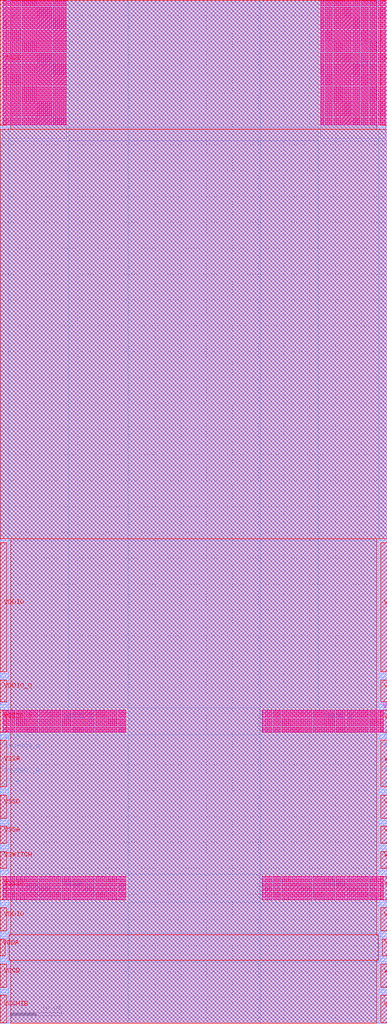
<source format=lef>
# Copyright 2020 The SkyWater PDK Authors
#
# Licensed under the Apache License, Version 2.0 (the "License");
# you may not use this file except in compliance with the License.
# You may obtain a copy of the License at
#
#     https://www.apache.org/licenses/LICENSE-2.0
#
# Unless required by applicable law or agreed to in writing, software
# distributed under the License is distributed on an "AS IS" BASIS,
# WITHOUT WARRANTIES OR CONDITIONS OF ANY KIND, either express or implied.
# See the License for the specific language governing permissions and
# limitations under the License.
#
# SPDX-License-Identifier: Apache-2.0

VERSION 5.5 ;
NAMESCASESENSITIVE ON ;
BUSBITCHARS "[]" ;
DIVIDERCHAR "/" ;
MACRO sky130_fd_io__overlay_vssio_lvc
  CLASS BLOCK ;
  SOURCE USER ;
  ORIGIN  0.000000  0.000000 ;
  SIZE 75 BY 198 ;
  SYMMETRY X Y R90 ;
  PIN AMUXBUS_A
    DIRECTION INOUT ;
    USE SIGNAL ;
    PORT
      LAYER met4 ;
        RECT 0.000000 51.125000 1.270000 54.105000 ;
    END
    PORT
      LAYER met4 ;
        RECT 73.730000 51.125000 75.000000 54.105000 ;
    END
  END AMUXBUS_A
  PIN AMUXBUS_B
    DIRECTION INOUT ;
    USE SIGNAL ;
    PORT
      LAYER met4 ;
        RECT 0.000000 46.365000 1.270000 49.345000 ;
    END
    PORT
      LAYER met4 ;
        RECT 73.730000 46.365000 75.000000 49.345000 ;
    END
  END AMUXBUS_B
  PIN VCCD
    DIRECTION INOUT ;
    USE POWER ;
    PORT
      LAYER met4 ;
        RECT 0.000000 6.885000 1.270000 11.535000 ;
    END
    PORT
      LAYER met4 ;
        RECT 73.730000 6.885000 75.000000 11.535000 ;
    END
    PORT
      LAYER met5 ;
        RECT 0.000000 6.985000 1.270000 11.435000 ;
    END
    PORT
      LAYER met5 ;
        RECT 73.730000 6.985000 75.000000 11.435000 ;
    END
  END VCCD
  PIN VCCHIB
    DIRECTION INOUT ;
    USE POWER ;
    PORT
      LAYER met4 ;
        RECT 0.000000 0.035000 1.270000 5.485000 ;
    END
    PORT
      LAYER met4 ;
        RECT 73.730000 0.035000 75.000000 5.485000 ;
    END
    PORT
      LAYER met5 ;
        RECT 0.000000 0.135000 1.270000 5.385000 ;
    END
    PORT
      LAYER met5 ;
        RECT 73.730000 0.135000 75.000000 5.385000 ;
    END
  END VCCHIB
  PIN VDDA
    DIRECTION INOUT ;
    USE POWER ;
    PORT
      LAYER met4 ;
        RECT 0.000000 12.935000 0.965000 16.385000 ;
    END
    PORT
      LAYER met4 ;
        RECT 74.035000 12.935000 75.000000 16.385000 ;
    END
    PORT
      LAYER met5 ;
        RECT 0.000000 13.035000 0.965000 16.285000 ;
    END
    PORT
      LAYER met5 ;
        RECT 74.035000 13.035000 75.000000 16.285000 ;
    END
  END VDDA
  PIN VDDIO
    DIRECTION INOUT ;
    USE POWER ;
    PORT
      LAYER met4 ;
        RECT 0.000000 17.785000 1.270000 22.435000 ;
    END
    PORT
      LAYER met4 ;
        RECT 0.000000 68.035000 1.270000 93.000000 ;
    END
    PORT
      LAYER met4 ;
        RECT 73.730000 17.785000 75.000000 22.435000 ;
    END
    PORT
      LAYER met4 ;
        RECT 73.730000 68.035000 75.000000 93.000000 ;
    END
    PORT
      LAYER met5 ;
        RECT 0.000000 17.885000 1.270000 22.335000 ;
    END
    PORT
      LAYER met5 ;
        RECT 0.000000 68.035000 1.270000 92.985000 ;
    END
    PORT
      LAYER met5 ;
        RECT 73.730000 17.885000 75.000000 22.335000 ;
    END
    PORT
      LAYER met5 ;
        RECT 73.730000 68.035000 75.000000 92.985000 ;
    END
  END VDDIO
  PIN VDDIO_Q
    DIRECTION INOUT ;
    USE POWER ;
    PORT
      LAYER met4 ;
        RECT 0.000000 62.085000 1.270000 66.535000 ;
    END
    PORT
      LAYER met4 ;
        RECT 73.730000 62.085000 75.000000 66.535000 ;
    END
    PORT
      LAYER met5 ;
        RECT 0.000000 62.185000 1.270000 66.435000 ;
    END
    PORT
      LAYER met5 ;
        RECT 73.730000 62.185000 75.000000 66.435000 ;
    END
  END VDDIO_Q
  PIN VSSA
    DIRECTION INOUT ;
    USE GROUND ;
    PORT
      LAYER met4 ;
        RECT 0.000000 34.735000 1.270000 38.185000 ;
    END
    PORT
      LAYER met4 ;
        RECT 0.000000 45.735000 1.270000 46.065000 ;
    END
    PORT
      LAYER met4 ;
        RECT 0.000000 49.645000 1.270000 50.825000 ;
    END
    PORT
      LAYER met4 ;
        RECT 0.000000 54.405000 1.270000 54.735000 ;
    END
    PORT
      LAYER met4 ;
        RECT 73.730000 34.735000 75.000000 38.185000 ;
    END
    PORT
      LAYER met4 ;
        RECT 73.730000 45.735000 75.000000 46.065000 ;
    END
    PORT
      LAYER met4 ;
        RECT 73.730000 49.645000 75.000000 50.825000 ;
    END
    PORT
      LAYER met4 ;
        RECT 73.730000 54.405000 75.000000 54.735000 ;
    END
    PORT
      LAYER met5 ;
        RECT 0.000000 34.840000 1.270000 38.085000 ;
    END
    PORT
      LAYER met5 ;
        RECT 0.000000 45.735000 1.270000 54.735000 ;
    END
    PORT
      LAYER met5 ;
        RECT 73.730000 34.840000 75.000000 38.085000 ;
    END
    PORT
      LAYER met5 ;
        RECT 73.730000 45.735000 75.000000 54.735000 ;
    END
  END VSSA
  PIN VSSD
    DIRECTION INOUT ;
    USE GROUND ;
    PORT
      LAYER met4 ;
        RECT 0.000000 39.585000 1.270000 44.235000 ;
    END
    PORT
      LAYER met4 ;
        RECT 73.730000 39.585000 75.000000 44.235000 ;
    END
    PORT
      LAYER met5 ;
        RECT 0.000000 39.685000 1.270000 44.135000 ;
    END
    PORT
      LAYER met5 ;
        RECT 73.730000 39.685000 75.000000 44.135000 ;
    END
  END VSSD
  PIN VSSIO
    DIRECTION INOUT ;
    USE GROUND ;
    PORT
      LAYER met3 ;
        RECT 0.500000 171.195000 12.900000 198.000000 ;
    END
    PORT
      LAYER met3 ;
        RECT 0.500000 23.840000 24.400000 28.480000 ;
    END
    PORT
      LAYER met3 ;
        RECT 50.755000 23.840000 74.290000 28.480000 ;
    END
    PORT
      LAYER met3 ;
        RECT 62.045000 171.195000 74.700000 198.000000 ;
    END
    PORT
      LAYER met4 ;
        RECT 0.000000 173.785000  1.270000 173.835000 ;
        RECT 0.000000 173.835000 12.900000 197.970000 ;
        RECT 0.000000 197.970000  1.270000 198.000000 ;
    END
    PORT
      LAYER met4 ;
        RECT 0.000000 23.835000 24.375000 28.485000 ;
    END
    PORT
      LAYER met4 ;
        RECT 50.780000 23.835000 75.000000 28.485000 ;
    END
    PORT
      LAYER met4 ;
        RECT 62.075000 173.835000 75.000000 197.970000 ;
        RECT 73.730000 173.785000 75.000000 173.835000 ;
        RECT 73.730000 197.970000 75.000000 198.000000 ;
    END
    PORT
      LAYER met5 ;
        RECT 0.000000 173.785000 1.270000 198.000000 ;
    END
    PORT
      LAYER met5 ;
        RECT 0.000000 23.935000 1.270000 28.385000 ;
    END
    PORT
      LAYER met5 ;
        RECT 73.730000 173.785000 75.000000 198.000000 ;
    END
    PORT
      LAYER met5 ;
        RECT 73.730000 23.935000 75.000000 28.385000 ;
    END
    PORT
      LAYER via3 ;
        RECT  0.590000  23.910000  0.790000  24.110000 ;
        RECT  0.590000  24.340000  0.790000  24.540000 ;
        RECT  0.590000  24.770000  0.790000  24.970000 ;
        RECT  0.590000  25.200000  0.790000  25.400000 ;
        RECT  0.590000  25.630000  0.790000  25.830000 ;
        RECT  0.590000  26.060000  0.790000  26.260000 ;
        RECT  0.590000  26.490000  0.790000  26.690000 ;
        RECT  0.590000  26.920000  0.790000  27.120000 ;
        RECT  0.590000  27.350000  0.790000  27.550000 ;
        RECT  0.590000  27.780000  0.790000  27.980000 ;
        RECT  0.590000  28.210000  0.790000  28.410000 ;
        RECT  0.615000 173.900000  0.815000 174.100000 ;
        RECT  0.615000 174.300000  0.815000 174.500000 ;
        RECT  0.615000 174.700000  0.815000 174.900000 ;
        RECT  0.615000 175.100000  0.815000 175.300000 ;
        RECT  0.615000 175.500000  0.815000 175.700000 ;
        RECT  0.615000 175.900000  0.815000 176.100000 ;
        RECT  0.615000 176.300000  0.815000 176.500000 ;
        RECT  0.615000 176.700000  0.815000 176.900000 ;
        RECT  0.615000 177.100000  0.815000 177.300000 ;
        RECT  0.615000 177.500000  0.815000 177.700000 ;
        RECT  0.615000 177.900000  0.815000 178.100000 ;
        RECT  0.615000 178.300000  0.815000 178.500000 ;
        RECT  0.615000 178.700000  0.815000 178.900000 ;
        RECT  0.615000 179.100000  0.815000 179.300000 ;
        RECT  0.615000 179.500000  0.815000 179.700000 ;
        RECT  0.615000 179.900000  0.815000 180.100000 ;
        RECT  0.615000 180.300000  0.815000 180.500000 ;
        RECT  0.615000 180.700000  0.815000 180.900000 ;
        RECT  0.615000 181.100000  0.815000 181.300000 ;
        RECT  0.615000 181.505000  0.815000 181.705000 ;
        RECT  0.615000 181.910000  0.815000 182.110000 ;
        RECT  0.615000 182.315000  0.815000 182.515000 ;
        RECT  0.615000 182.720000  0.815000 182.920000 ;
        RECT  0.615000 183.125000  0.815000 183.325000 ;
        RECT  0.615000 183.530000  0.815000 183.730000 ;
        RECT  0.615000 183.935000  0.815000 184.135000 ;
        RECT  0.615000 184.340000  0.815000 184.540000 ;
        RECT  0.615000 184.745000  0.815000 184.945000 ;
        RECT  0.615000 185.150000  0.815000 185.350000 ;
        RECT  0.615000 185.555000  0.815000 185.755000 ;
        RECT  0.615000 185.960000  0.815000 186.160000 ;
        RECT  0.615000 186.365000  0.815000 186.565000 ;
        RECT  0.615000 186.770000  0.815000 186.970000 ;
        RECT  0.615000 187.175000  0.815000 187.375000 ;
        RECT  0.615000 187.580000  0.815000 187.780000 ;
        RECT  0.615000 187.985000  0.815000 188.185000 ;
        RECT  0.615000 188.390000  0.815000 188.590000 ;
        RECT  0.615000 188.795000  0.815000 188.995000 ;
        RECT  0.615000 189.200000  0.815000 189.400000 ;
        RECT  0.615000 189.605000  0.815000 189.805000 ;
        RECT  0.615000 190.010000  0.815000 190.210000 ;
        RECT  0.615000 190.415000  0.815000 190.615000 ;
        RECT  0.615000 190.820000  0.815000 191.020000 ;
        RECT  0.615000 191.225000  0.815000 191.425000 ;
        RECT  0.615000 191.630000  0.815000 191.830000 ;
        RECT  0.615000 192.035000  0.815000 192.235000 ;
        RECT  0.615000 192.440000  0.815000 192.640000 ;
        RECT  0.615000 192.845000  0.815000 193.045000 ;
        RECT  0.615000 193.250000  0.815000 193.450000 ;
        RECT  0.615000 193.655000  0.815000 193.855000 ;
        RECT  0.615000 194.060000  0.815000 194.260000 ;
        RECT  0.615000 194.465000  0.815000 194.665000 ;
        RECT  0.615000 194.870000  0.815000 195.070000 ;
        RECT  0.615000 195.275000  0.815000 195.475000 ;
        RECT  0.615000 195.680000  0.815000 195.880000 ;
        RECT  0.615000 196.085000  0.815000 196.285000 ;
        RECT  0.615000 196.490000  0.815000 196.690000 ;
        RECT  0.615000 196.895000  0.815000 197.095000 ;
        RECT  0.615000 197.300000  0.815000 197.500000 ;
        RECT  0.615000 197.705000  0.815000 197.905000 ;
        RECT  1.000000  23.910000  1.200000  24.110000 ;
        RECT  1.000000  24.340000  1.200000  24.540000 ;
        RECT  1.000000  24.770000  1.200000  24.970000 ;
        RECT  1.000000  25.200000  1.200000  25.400000 ;
        RECT  1.000000  25.630000  1.200000  25.830000 ;
        RECT  1.000000  26.060000  1.200000  26.260000 ;
        RECT  1.000000  26.490000  1.200000  26.690000 ;
        RECT  1.000000  26.920000  1.200000  27.120000 ;
        RECT  1.000000  27.350000  1.200000  27.550000 ;
        RECT  1.000000  27.780000  1.200000  27.980000 ;
        RECT  1.000000  28.210000  1.200000  28.410000 ;
        RECT  1.015000 173.900000  1.215000 174.100000 ;
        RECT  1.015000 174.300000  1.215000 174.500000 ;
        RECT  1.015000 174.700000  1.215000 174.900000 ;
        RECT  1.015000 175.100000  1.215000 175.300000 ;
        RECT  1.015000 175.500000  1.215000 175.700000 ;
        RECT  1.015000 175.900000  1.215000 176.100000 ;
        RECT  1.015000 176.300000  1.215000 176.500000 ;
        RECT  1.015000 176.700000  1.215000 176.900000 ;
        RECT  1.015000 177.100000  1.215000 177.300000 ;
        RECT  1.015000 177.500000  1.215000 177.700000 ;
        RECT  1.015000 177.900000  1.215000 178.100000 ;
        RECT  1.015000 178.300000  1.215000 178.500000 ;
        RECT  1.015000 178.700000  1.215000 178.900000 ;
        RECT  1.015000 179.100000  1.215000 179.300000 ;
        RECT  1.015000 179.500000  1.215000 179.700000 ;
        RECT  1.015000 179.900000  1.215000 180.100000 ;
        RECT  1.015000 180.300000  1.215000 180.500000 ;
        RECT  1.015000 180.700000  1.215000 180.900000 ;
        RECT  1.015000 181.100000  1.215000 181.300000 ;
        RECT  1.015000 181.505000  1.215000 181.705000 ;
        RECT  1.015000 181.910000  1.215000 182.110000 ;
        RECT  1.015000 182.315000  1.215000 182.515000 ;
        RECT  1.015000 182.720000  1.215000 182.920000 ;
        RECT  1.015000 183.125000  1.215000 183.325000 ;
        RECT  1.015000 183.530000  1.215000 183.730000 ;
        RECT  1.015000 183.935000  1.215000 184.135000 ;
        RECT  1.015000 184.340000  1.215000 184.540000 ;
        RECT  1.015000 184.745000  1.215000 184.945000 ;
        RECT  1.015000 185.150000  1.215000 185.350000 ;
        RECT  1.015000 185.555000  1.215000 185.755000 ;
        RECT  1.015000 185.960000  1.215000 186.160000 ;
        RECT  1.015000 186.365000  1.215000 186.565000 ;
        RECT  1.015000 186.770000  1.215000 186.970000 ;
        RECT  1.015000 187.175000  1.215000 187.375000 ;
        RECT  1.015000 187.580000  1.215000 187.780000 ;
        RECT  1.015000 187.985000  1.215000 188.185000 ;
        RECT  1.015000 188.390000  1.215000 188.590000 ;
        RECT  1.015000 188.795000  1.215000 188.995000 ;
        RECT  1.015000 189.200000  1.215000 189.400000 ;
        RECT  1.015000 189.605000  1.215000 189.805000 ;
        RECT  1.015000 190.010000  1.215000 190.210000 ;
        RECT  1.015000 190.415000  1.215000 190.615000 ;
        RECT  1.015000 190.820000  1.215000 191.020000 ;
        RECT  1.015000 191.225000  1.215000 191.425000 ;
        RECT  1.015000 191.630000  1.215000 191.830000 ;
        RECT  1.015000 192.035000  1.215000 192.235000 ;
        RECT  1.015000 192.440000  1.215000 192.640000 ;
        RECT  1.015000 192.845000  1.215000 193.045000 ;
        RECT  1.015000 193.250000  1.215000 193.450000 ;
        RECT  1.015000 193.655000  1.215000 193.855000 ;
        RECT  1.015000 194.060000  1.215000 194.260000 ;
        RECT  1.015000 194.465000  1.215000 194.665000 ;
        RECT  1.015000 194.870000  1.215000 195.070000 ;
        RECT  1.015000 195.275000  1.215000 195.475000 ;
        RECT  1.015000 195.680000  1.215000 195.880000 ;
        RECT  1.015000 196.085000  1.215000 196.285000 ;
        RECT  1.015000 196.490000  1.215000 196.690000 ;
        RECT  1.015000 196.895000  1.215000 197.095000 ;
        RECT  1.015000 197.300000  1.215000 197.500000 ;
        RECT  1.015000 197.705000  1.215000 197.905000 ;
        RECT  1.410000  23.910000  1.610000  24.110000 ;
        RECT  1.410000  24.340000  1.610000  24.540000 ;
        RECT  1.410000  24.770000  1.610000  24.970000 ;
        RECT  1.410000  25.200000  1.610000  25.400000 ;
        RECT  1.410000  25.630000  1.610000  25.830000 ;
        RECT  1.410000  26.060000  1.610000  26.260000 ;
        RECT  1.410000  26.490000  1.610000  26.690000 ;
        RECT  1.410000  26.920000  1.610000  27.120000 ;
        RECT  1.410000  27.350000  1.610000  27.550000 ;
        RECT  1.410000  27.780000  1.610000  27.980000 ;
        RECT  1.410000  28.210000  1.610000  28.410000 ;
        RECT  1.415000 173.900000  1.615000 174.100000 ;
        RECT  1.415000 174.300000  1.615000 174.500000 ;
        RECT  1.415000 174.700000  1.615000 174.900000 ;
        RECT  1.415000 175.100000  1.615000 175.300000 ;
        RECT  1.415000 175.500000  1.615000 175.700000 ;
        RECT  1.415000 175.900000  1.615000 176.100000 ;
        RECT  1.415000 176.300000  1.615000 176.500000 ;
        RECT  1.415000 176.700000  1.615000 176.900000 ;
        RECT  1.415000 177.100000  1.615000 177.300000 ;
        RECT  1.415000 177.500000  1.615000 177.700000 ;
        RECT  1.415000 177.900000  1.615000 178.100000 ;
        RECT  1.415000 178.300000  1.615000 178.500000 ;
        RECT  1.415000 178.700000  1.615000 178.900000 ;
        RECT  1.415000 179.100000  1.615000 179.300000 ;
        RECT  1.415000 179.500000  1.615000 179.700000 ;
        RECT  1.415000 179.900000  1.615000 180.100000 ;
        RECT  1.415000 180.300000  1.615000 180.500000 ;
        RECT  1.415000 180.700000  1.615000 180.900000 ;
        RECT  1.415000 181.100000  1.615000 181.300000 ;
        RECT  1.415000 181.505000  1.615000 181.705000 ;
        RECT  1.415000 181.910000  1.615000 182.110000 ;
        RECT  1.415000 182.315000  1.615000 182.515000 ;
        RECT  1.415000 182.720000  1.615000 182.920000 ;
        RECT  1.415000 183.125000  1.615000 183.325000 ;
        RECT  1.415000 183.530000  1.615000 183.730000 ;
        RECT  1.415000 183.935000  1.615000 184.135000 ;
        RECT  1.415000 184.340000  1.615000 184.540000 ;
        RECT  1.415000 184.745000  1.615000 184.945000 ;
        RECT  1.415000 185.150000  1.615000 185.350000 ;
        RECT  1.415000 185.555000  1.615000 185.755000 ;
        RECT  1.415000 185.960000  1.615000 186.160000 ;
        RECT  1.415000 186.365000  1.615000 186.565000 ;
        RECT  1.415000 186.770000  1.615000 186.970000 ;
        RECT  1.415000 187.175000  1.615000 187.375000 ;
        RECT  1.415000 187.580000  1.615000 187.780000 ;
        RECT  1.415000 187.985000  1.615000 188.185000 ;
        RECT  1.415000 188.390000  1.615000 188.590000 ;
        RECT  1.415000 188.795000  1.615000 188.995000 ;
        RECT  1.415000 189.200000  1.615000 189.400000 ;
        RECT  1.415000 189.605000  1.615000 189.805000 ;
        RECT  1.415000 190.010000  1.615000 190.210000 ;
        RECT  1.415000 190.415000  1.615000 190.615000 ;
        RECT  1.415000 190.820000  1.615000 191.020000 ;
        RECT  1.415000 191.225000  1.615000 191.425000 ;
        RECT  1.415000 191.630000  1.615000 191.830000 ;
        RECT  1.415000 192.035000  1.615000 192.235000 ;
        RECT  1.415000 192.440000  1.615000 192.640000 ;
        RECT  1.415000 192.845000  1.615000 193.045000 ;
        RECT  1.415000 193.250000  1.615000 193.450000 ;
        RECT  1.415000 193.655000  1.615000 193.855000 ;
        RECT  1.415000 194.060000  1.615000 194.260000 ;
        RECT  1.415000 194.465000  1.615000 194.665000 ;
        RECT  1.415000 194.870000  1.615000 195.070000 ;
        RECT  1.415000 195.275000  1.615000 195.475000 ;
        RECT  1.415000 195.680000  1.615000 195.880000 ;
        RECT  1.415000 196.085000  1.615000 196.285000 ;
        RECT  1.415000 196.490000  1.615000 196.690000 ;
        RECT  1.415000 196.895000  1.615000 197.095000 ;
        RECT  1.415000 197.300000  1.615000 197.500000 ;
        RECT  1.415000 197.705000  1.615000 197.905000 ;
        RECT  1.815000 173.900000  2.015000 174.100000 ;
        RECT  1.815000 174.300000  2.015000 174.500000 ;
        RECT  1.815000 174.700000  2.015000 174.900000 ;
        RECT  1.815000 175.100000  2.015000 175.300000 ;
        RECT  1.815000 175.500000  2.015000 175.700000 ;
        RECT  1.815000 175.900000  2.015000 176.100000 ;
        RECT  1.815000 176.300000  2.015000 176.500000 ;
        RECT  1.815000 176.700000  2.015000 176.900000 ;
        RECT  1.815000 177.100000  2.015000 177.300000 ;
        RECT  1.815000 177.500000  2.015000 177.700000 ;
        RECT  1.815000 177.900000  2.015000 178.100000 ;
        RECT  1.815000 178.300000  2.015000 178.500000 ;
        RECT  1.815000 178.700000  2.015000 178.900000 ;
        RECT  1.815000 179.100000  2.015000 179.300000 ;
        RECT  1.815000 179.500000  2.015000 179.700000 ;
        RECT  1.815000 179.900000  2.015000 180.100000 ;
        RECT  1.815000 180.300000  2.015000 180.500000 ;
        RECT  1.815000 180.700000  2.015000 180.900000 ;
        RECT  1.815000 181.100000  2.015000 181.300000 ;
        RECT  1.815000 181.505000  2.015000 181.705000 ;
        RECT  1.815000 181.910000  2.015000 182.110000 ;
        RECT  1.815000 182.315000  2.015000 182.515000 ;
        RECT  1.815000 182.720000  2.015000 182.920000 ;
        RECT  1.815000 183.125000  2.015000 183.325000 ;
        RECT  1.815000 183.530000  2.015000 183.730000 ;
        RECT  1.815000 183.935000  2.015000 184.135000 ;
        RECT  1.815000 184.340000  2.015000 184.540000 ;
        RECT  1.815000 184.745000  2.015000 184.945000 ;
        RECT  1.815000 185.150000  2.015000 185.350000 ;
        RECT  1.815000 185.555000  2.015000 185.755000 ;
        RECT  1.815000 185.960000  2.015000 186.160000 ;
        RECT  1.815000 186.365000  2.015000 186.565000 ;
        RECT  1.815000 186.770000  2.015000 186.970000 ;
        RECT  1.815000 187.175000  2.015000 187.375000 ;
        RECT  1.815000 187.580000  2.015000 187.780000 ;
        RECT  1.815000 187.985000  2.015000 188.185000 ;
        RECT  1.815000 188.390000  2.015000 188.590000 ;
        RECT  1.815000 188.795000  2.015000 188.995000 ;
        RECT  1.815000 189.200000  2.015000 189.400000 ;
        RECT  1.815000 189.605000  2.015000 189.805000 ;
        RECT  1.815000 190.010000  2.015000 190.210000 ;
        RECT  1.815000 190.415000  2.015000 190.615000 ;
        RECT  1.815000 190.820000  2.015000 191.020000 ;
        RECT  1.815000 191.225000  2.015000 191.425000 ;
        RECT  1.815000 191.630000  2.015000 191.830000 ;
        RECT  1.815000 192.035000  2.015000 192.235000 ;
        RECT  1.815000 192.440000  2.015000 192.640000 ;
        RECT  1.815000 192.845000  2.015000 193.045000 ;
        RECT  1.815000 193.250000  2.015000 193.450000 ;
        RECT  1.815000 193.655000  2.015000 193.855000 ;
        RECT  1.815000 194.060000  2.015000 194.260000 ;
        RECT  1.815000 194.465000  2.015000 194.665000 ;
        RECT  1.815000 194.870000  2.015000 195.070000 ;
        RECT  1.815000 195.275000  2.015000 195.475000 ;
        RECT  1.815000 195.680000  2.015000 195.880000 ;
        RECT  1.815000 196.085000  2.015000 196.285000 ;
        RECT  1.815000 196.490000  2.015000 196.690000 ;
        RECT  1.815000 196.895000  2.015000 197.095000 ;
        RECT  1.815000 197.300000  2.015000 197.500000 ;
        RECT  1.815000 197.705000  2.015000 197.905000 ;
        RECT  1.820000  23.910000  2.020000  24.110000 ;
        RECT  1.820000  24.340000  2.020000  24.540000 ;
        RECT  1.820000  24.770000  2.020000  24.970000 ;
        RECT  1.820000  25.200000  2.020000  25.400000 ;
        RECT  1.820000  25.630000  2.020000  25.830000 ;
        RECT  1.820000  26.060000  2.020000  26.260000 ;
        RECT  1.820000  26.490000  2.020000  26.690000 ;
        RECT  1.820000  26.920000  2.020000  27.120000 ;
        RECT  1.820000  27.350000  2.020000  27.550000 ;
        RECT  1.820000  27.780000  2.020000  27.980000 ;
        RECT  1.820000  28.210000  2.020000  28.410000 ;
        RECT  2.215000 173.900000  2.415000 174.100000 ;
        RECT  2.215000 174.300000  2.415000 174.500000 ;
        RECT  2.215000 174.700000  2.415000 174.900000 ;
        RECT  2.215000 175.100000  2.415000 175.300000 ;
        RECT  2.215000 175.500000  2.415000 175.700000 ;
        RECT  2.215000 175.900000  2.415000 176.100000 ;
        RECT  2.215000 176.300000  2.415000 176.500000 ;
        RECT  2.215000 176.700000  2.415000 176.900000 ;
        RECT  2.215000 177.100000  2.415000 177.300000 ;
        RECT  2.215000 177.500000  2.415000 177.700000 ;
        RECT  2.215000 177.900000  2.415000 178.100000 ;
        RECT  2.215000 178.300000  2.415000 178.500000 ;
        RECT  2.215000 178.700000  2.415000 178.900000 ;
        RECT  2.215000 179.100000  2.415000 179.300000 ;
        RECT  2.215000 179.500000  2.415000 179.700000 ;
        RECT  2.215000 179.900000  2.415000 180.100000 ;
        RECT  2.215000 180.300000  2.415000 180.500000 ;
        RECT  2.215000 180.700000  2.415000 180.900000 ;
        RECT  2.215000 181.100000  2.415000 181.300000 ;
        RECT  2.215000 181.505000  2.415000 181.705000 ;
        RECT  2.215000 181.910000  2.415000 182.110000 ;
        RECT  2.215000 182.315000  2.415000 182.515000 ;
        RECT  2.215000 182.720000  2.415000 182.920000 ;
        RECT  2.215000 183.125000  2.415000 183.325000 ;
        RECT  2.215000 183.530000  2.415000 183.730000 ;
        RECT  2.215000 183.935000  2.415000 184.135000 ;
        RECT  2.215000 184.340000  2.415000 184.540000 ;
        RECT  2.215000 184.745000  2.415000 184.945000 ;
        RECT  2.215000 185.150000  2.415000 185.350000 ;
        RECT  2.215000 185.555000  2.415000 185.755000 ;
        RECT  2.215000 185.960000  2.415000 186.160000 ;
        RECT  2.215000 186.365000  2.415000 186.565000 ;
        RECT  2.215000 186.770000  2.415000 186.970000 ;
        RECT  2.215000 187.175000  2.415000 187.375000 ;
        RECT  2.215000 187.580000  2.415000 187.780000 ;
        RECT  2.215000 187.985000  2.415000 188.185000 ;
        RECT  2.215000 188.390000  2.415000 188.590000 ;
        RECT  2.215000 188.795000  2.415000 188.995000 ;
        RECT  2.215000 189.200000  2.415000 189.400000 ;
        RECT  2.215000 189.605000  2.415000 189.805000 ;
        RECT  2.215000 190.010000  2.415000 190.210000 ;
        RECT  2.215000 190.415000  2.415000 190.615000 ;
        RECT  2.215000 190.820000  2.415000 191.020000 ;
        RECT  2.215000 191.225000  2.415000 191.425000 ;
        RECT  2.215000 191.630000  2.415000 191.830000 ;
        RECT  2.215000 192.035000  2.415000 192.235000 ;
        RECT  2.215000 192.440000  2.415000 192.640000 ;
        RECT  2.215000 192.845000  2.415000 193.045000 ;
        RECT  2.215000 193.250000  2.415000 193.450000 ;
        RECT  2.215000 193.655000  2.415000 193.855000 ;
        RECT  2.215000 194.060000  2.415000 194.260000 ;
        RECT  2.215000 194.465000  2.415000 194.665000 ;
        RECT  2.215000 194.870000  2.415000 195.070000 ;
        RECT  2.215000 195.275000  2.415000 195.475000 ;
        RECT  2.215000 195.680000  2.415000 195.880000 ;
        RECT  2.215000 196.085000  2.415000 196.285000 ;
        RECT  2.215000 196.490000  2.415000 196.690000 ;
        RECT  2.215000 196.895000  2.415000 197.095000 ;
        RECT  2.215000 197.300000  2.415000 197.500000 ;
        RECT  2.215000 197.705000  2.415000 197.905000 ;
        RECT  2.230000  23.910000  2.430000  24.110000 ;
        RECT  2.230000  24.340000  2.430000  24.540000 ;
        RECT  2.230000  24.770000  2.430000  24.970000 ;
        RECT  2.230000  25.200000  2.430000  25.400000 ;
        RECT  2.230000  25.630000  2.430000  25.830000 ;
        RECT  2.230000  26.060000  2.430000  26.260000 ;
        RECT  2.230000  26.490000  2.430000  26.690000 ;
        RECT  2.230000  26.920000  2.430000  27.120000 ;
        RECT  2.230000  27.350000  2.430000  27.550000 ;
        RECT  2.230000  27.780000  2.430000  27.980000 ;
        RECT  2.230000  28.210000  2.430000  28.410000 ;
        RECT  2.615000 173.900000  2.815000 174.100000 ;
        RECT  2.615000 174.300000  2.815000 174.500000 ;
        RECT  2.615000 174.700000  2.815000 174.900000 ;
        RECT  2.615000 175.100000  2.815000 175.300000 ;
        RECT  2.615000 175.500000  2.815000 175.700000 ;
        RECT  2.615000 175.900000  2.815000 176.100000 ;
        RECT  2.615000 176.300000  2.815000 176.500000 ;
        RECT  2.615000 176.700000  2.815000 176.900000 ;
        RECT  2.615000 177.100000  2.815000 177.300000 ;
        RECT  2.615000 177.500000  2.815000 177.700000 ;
        RECT  2.615000 177.900000  2.815000 178.100000 ;
        RECT  2.615000 178.300000  2.815000 178.500000 ;
        RECT  2.615000 178.700000  2.815000 178.900000 ;
        RECT  2.615000 179.100000  2.815000 179.300000 ;
        RECT  2.615000 179.500000  2.815000 179.700000 ;
        RECT  2.615000 179.900000  2.815000 180.100000 ;
        RECT  2.615000 180.300000  2.815000 180.500000 ;
        RECT  2.615000 180.700000  2.815000 180.900000 ;
        RECT  2.615000 181.100000  2.815000 181.300000 ;
        RECT  2.615000 181.505000  2.815000 181.705000 ;
        RECT  2.615000 181.910000  2.815000 182.110000 ;
        RECT  2.615000 182.315000  2.815000 182.515000 ;
        RECT  2.615000 182.720000  2.815000 182.920000 ;
        RECT  2.615000 183.125000  2.815000 183.325000 ;
        RECT  2.615000 183.530000  2.815000 183.730000 ;
        RECT  2.615000 183.935000  2.815000 184.135000 ;
        RECT  2.615000 184.340000  2.815000 184.540000 ;
        RECT  2.615000 184.745000  2.815000 184.945000 ;
        RECT  2.615000 185.150000  2.815000 185.350000 ;
        RECT  2.615000 185.555000  2.815000 185.755000 ;
        RECT  2.615000 185.960000  2.815000 186.160000 ;
        RECT  2.615000 186.365000  2.815000 186.565000 ;
        RECT  2.615000 186.770000  2.815000 186.970000 ;
        RECT  2.615000 187.175000  2.815000 187.375000 ;
        RECT  2.615000 187.580000  2.815000 187.780000 ;
        RECT  2.615000 187.985000  2.815000 188.185000 ;
        RECT  2.615000 188.390000  2.815000 188.590000 ;
        RECT  2.615000 188.795000  2.815000 188.995000 ;
        RECT  2.615000 189.200000  2.815000 189.400000 ;
        RECT  2.615000 189.605000  2.815000 189.805000 ;
        RECT  2.615000 190.010000  2.815000 190.210000 ;
        RECT  2.615000 190.415000  2.815000 190.615000 ;
        RECT  2.615000 190.820000  2.815000 191.020000 ;
        RECT  2.615000 191.225000  2.815000 191.425000 ;
        RECT  2.615000 191.630000  2.815000 191.830000 ;
        RECT  2.615000 192.035000  2.815000 192.235000 ;
        RECT  2.615000 192.440000  2.815000 192.640000 ;
        RECT  2.615000 192.845000  2.815000 193.045000 ;
        RECT  2.615000 193.250000  2.815000 193.450000 ;
        RECT  2.615000 193.655000  2.815000 193.855000 ;
        RECT  2.615000 194.060000  2.815000 194.260000 ;
        RECT  2.615000 194.465000  2.815000 194.665000 ;
        RECT  2.615000 194.870000  2.815000 195.070000 ;
        RECT  2.615000 195.275000  2.815000 195.475000 ;
        RECT  2.615000 195.680000  2.815000 195.880000 ;
        RECT  2.615000 196.085000  2.815000 196.285000 ;
        RECT  2.615000 196.490000  2.815000 196.690000 ;
        RECT  2.615000 196.895000  2.815000 197.095000 ;
        RECT  2.615000 197.300000  2.815000 197.500000 ;
        RECT  2.615000 197.705000  2.815000 197.905000 ;
        RECT  2.640000  23.910000  2.840000  24.110000 ;
        RECT  2.640000  24.340000  2.840000  24.540000 ;
        RECT  2.640000  24.770000  2.840000  24.970000 ;
        RECT  2.640000  25.200000  2.840000  25.400000 ;
        RECT  2.640000  25.630000  2.840000  25.830000 ;
        RECT  2.640000  26.060000  2.840000  26.260000 ;
        RECT  2.640000  26.490000  2.840000  26.690000 ;
        RECT  2.640000  26.920000  2.840000  27.120000 ;
        RECT  2.640000  27.350000  2.840000  27.550000 ;
        RECT  2.640000  27.780000  2.840000  27.980000 ;
        RECT  2.640000  28.210000  2.840000  28.410000 ;
        RECT  3.015000 173.900000  3.215000 174.100000 ;
        RECT  3.015000 174.300000  3.215000 174.500000 ;
        RECT  3.015000 174.700000  3.215000 174.900000 ;
        RECT  3.015000 175.100000  3.215000 175.300000 ;
        RECT  3.015000 175.500000  3.215000 175.700000 ;
        RECT  3.015000 175.900000  3.215000 176.100000 ;
        RECT  3.015000 176.300000  3.215000 176.500000 ;
        RECT  3.015000 176.700000  3.215000 176.900000 ;
        RECT  3.015000 177.100000  3.215000 177.300000 ;
        RECT  3.015000 177.500000  3.215000 177.700000 ;
        RECT  3.015000 177.900000  3.215000 178.100000 ;
        RECT  3.015000 178.300000  3.215000 178.500000 ;
        RECT  3.015000 178.700000  3.215000 178.900000 ;
        RECT  3.015000 179.100000  3.215000 179.300000 ;
        RECT  3.015000 179.500000  3.215000 179.700000 ;
        RECT  3.015000 179.900000  3.215000 180.100000 ;
        RECT  3.015000 180.300000  3.215000 180.500000 ;
        RECT  3.015000 180.700000  3.215000 180.900000 ;
        RECT  3.015000 181.100000  3.215000 181.300000 ;
        RECT  3.015000 181.505000  3.215000 181.705000 ;
        RECT  3.015000 181.910000  3.215000 182.110000 ;
        RECT  3.015000 182.315000  3.215000 182.515000 ;
        RECT  3.015000 182.720000  3.215000 182.920000 ;
        RECT  3.015000 183.125000  3.215000 183.325000 ;
        RECT  3.015000 183.530000  3.215000 183.730000 ;
        RECT  3.015000 183.935000  3.215000 184.135000 ;
        RECT  3.015000 184.340000  3.215000 184.540000 ;
        RECT  3.015000 184.745000  3.215000 184.945000 ;
        RECT  3.015000 185.150000  3.215000 185.350000 ;
        RECT  3.015000 185.555000  3.215000 185.755000 ;
        RECT  3.015000 185.960000  3.215000 186.160000 ;
        RECT  3.015000 186.365000  3.215000 186.565000 ;
        RECT  3.015000 186.770000  3.215000 186.970000 ;
        RECT  3.015000 187.175000  3.215000 187.375000 ;
        RECT  3.015000 187.580000  3.215000 187.780000 ;
        RECT  3.015000 187.985000  3.215000 188.185000 ;
        RECT  3.015000 188.390000  3.215000 188.590000 ;
        RECT  3.015000 188.795000  3.215000 188.995000 ;
        RECT  3.015000 189.200000  3.215000 189.400000 ;
        RECT  3.015000 189.605000  3.215000 189.805000 ;
        RECT  3.015000 190.010000  3.215000 190.210000 ;
        RECT  3.015000 190.415000  3.215000 190.615000 ;
        RECT  3.015000 190.820000  3.215000 191.020000 ;
        RECT  3.015000 191.225000  3.215000 191.425000 ;
        RECT  3.015000 191.630000  3.215000 191.830000 ;
        RECT  3.015000 192.035000  3.215000 192.235000 ;
        RECT  3.015000 192.440000  3.215000 192.640000 ;
        RECT  3.015000 192.845000  3.215000 193.045000 ;
        RECT  3.015000 193.250000  3.215000 193.450000 ;
        RECT  3.015000 193.655000  3.215000 193.855000 ;
        RECT  3.015000 194.060000  3.215000 194.260000 ;
        RECT  3.015000 194.465000  3.215000 194.665000 ;
        RECT  3.015000 194.870000  3.215000 195.070000 ;
        RECT  3.015000 195.275000  3.215000 195.475000 ;
        RECT  3.015000 195.680000  3.215000 195.880000 ;
        RECT  3.015000 196.085000  3.215000 196.285000 ;
        RECT  3.015000 196.490000  3.215000 196.690000 ;
        RECT  3.015000 196.895000  3.215000 197.095000 ;
        RECT  3.015000 197.300000  3.215000 197.500000 ;
        RECT  3.015000 197.705000  3.215000 197.905000 ;
        RECT  3.050000  23.910000  3.250000  24.110000 ;
        RECT  3.050000  24.340000  3.250000  24.540000 ;
        RECT  3.050000  24.770000  3.250000  24.970000 ;
        RECT  3.050000  25.200000  3.250000  25.400000 ;
        RECT  3.050000  25.630000  3.250000  25.830000 ;
        RECT  3.050000  26.060000  3.250000  26.260000 ;
        RECT  3.050000  26.490000  3.250000  26.690000 ;
        RECT  3.050000  26.920000  3.250000  27.120000 ;
        RECT  3.050000  27.350000  3.250000  27.550000 ;
        RECT  3.050000  27.780000  3.250000  27.980000 ;
        RECT  3.050000  28.210000  3.250000  28.410000 ;
        RECT  3.415000 173.900000  3.615000 174.100000 ;
        RECT  3.415000 174.300000  3.615000 174.500000 ;
        RECT  3.415000 174.700000  3.615000 174.900000 ;
        RECT  3.415000 175.100000  3.615000 175.300000 ;
        RECT  3.415000 175.500000  3.615000 175.700000 ;
        RECT  3.415000 175.900000  3.615000 176.100000 ;
        RECT  3.415000 176.300000  3.615000 176.500000 ;
        RECT  3.415000 176.700000  3.615000 176.900000 ;
        RECT  3.415000 177.100000  3.615000 177.300000 ;
        RECT  3.415000 177.500000  3.615000 177.700000 ;
        RECT  3.415000 177.900000  3.615000 178.100000 ;
        RECT  3.415000 178.300000  3.615000 178.500000 ;
        RECT  3.415000 178.700000  3.615000 178.900000 ;
        RECT  3.415000 179.100000  3.615000 179.300000 ;
        RECT  3.415000 179.500000  3.615000 179.700000 ;
        RECT  3.415000 179.900000  3.615000 180.100000 ;
        RECT  3.415000 180.300000  3.615000 180.500000 ;
        RECT  3.415000 180.700000  3.615000 180.900000 ;
        RECT  3.415000 181.100000  3.615000 181.300000 ;
        RECT  3.415000 181.505000  3.615000 181.705000 ;
        RECT  3.415000 181.910000  3.615000 182.110000 ;
        RECT  3.415000 182.315000  3.615000 182.515000 ;
        RECT  3.415000 182.720000  3.615000 182.920000 ;
        RECT  3.415000 183.125000  3.615000 183.325000 ;
        RECT  3.415000 183.530000  3.615000 183.730000 ;
        RECT  3.415000 183.935000  3.615000 184.135000 ;
        RECT  3.415000 184.340000  3.615000 184.540000 ;
        RECT  3.415000 184.745000  3.615000 184.945000 ;
        RECT  3.415000 185.150000  3.615000 185.350000 ;
        RECT  3.415000 185.555000  3.615000 185.755000 ;
        RECT  3.415000 185.960000  3.615000 186.160000 ;
        RECT  3.415000 186.365000  3.615000 186.565000 ;
        RECT  3.415000 186.770000  3.615000 186.970000 ;
        RECT  3.415000 187.175000  3.615000 187.375000 ;
        RECT  3.415000 187.580000  3.615000 187.780000 ;
        RECT  3.415000 187.985000  3.615000 188.185000 ;
        RECT  3.415000 188.390000  3.615000 188.590000 ;
        RECT  3.415000 188.795000  3.615000 188.995000 ;
        RECT  3.415000 189.200000  3.615000 189.400000 ;
        RECT  3.415000 189.605000  3.615000 189.805000 ;
        RECT  3.415000 190.010000  3.615000 190.210000 ;
        RECT  3.415000 190.415000  3.615000 190.615000 ;
        RECT  3.415000 190.820000  3.615000 191.020000 ;
        RECT  3.415000 191.225000  3.615000 191.425000 ;
        RECT  3.415000 191.630000  3.615000 191.830000 ;
        RECT  3.415000 192.035000  3.615000 192.235000 ;
        RECT  3.415000 192.440000  3.615000 192.640000 ;
        RECT  3.415000 192.845000  3.615000 193.045000 ;
        RECT  3.415000 193.250000  3.615000 193.450000 ;
        RECT  3.415000 193.655000  3.615000 193.855000 ;
        RECT  3.415000 194.060000  3.615000 194.260000 ;
        RECT  3.415000 194.465000  3.615000 194.665000 ;
        RECT  3.415000 194.870000  3.615000 195.070000 ;
        RECT  3.415000 195.275000  3.615000 195.475000 ;
        RECT  3.415000 195.680000  3.615000 195.880000 ;
        RECT  3.415000 196.085000  3.615000 196.285000 ;
        RECT  3.415000 196.490000  3.615000 196.690000 ;
        RECT  3.415000 196.895000  3.615000 197.095000 ;
        RECT  3.415000 197.300000  3.615000 197.500000 ;
        RECT  3.415000 197.705000  3.615000 197.905000 ;
        RECT  3.455000  23.910000  3.655000  24.110000 ;
        RECT  3.455000  24.340000  3.655000  24.540000 ;
        RECT  3.455000  24.770000  3.655000  24.970000 ;
        RECT  3.455000  25.200000  3.655000  25.400000 ;
        RECT  3.455000  25.630000  3.655000  25.830000 ;
        RECT  3.455000  26.060000  3.655000  26.260000 ;
        RECT  3.455000  26.490000  3.655000  26.690000 ;
        RECT  3.455000  26.920000  3.655000  27.120000 ;
        RECT  3.455000  27.350000  3.655000  27.550000 ;
        RECT  3.455000  27.780000  3.655000  27.980000 ;
        RECT  3.455000  28.210000  3.655000  28.410000 ;
        RECT  3.815000 173.900000  4.015000 174.100000 ;
        RECT  3.815000 174.300000  4.015000 174.500000 ;
        RECT  3.815000 174.700000  4.015000 174.900000 ;
        RECT  3.815000 175.100000  4.015000 175.300000 ;
        RECT  3.815000 175.500000  4.015000 175.700000 ;
        RECT  3.815000 175.900000  4.015000 176.100000 ;
        RECT  3.815000 176.300000  4.015000 176.500000 ;
        RECT  3.815000 176.700000  4.015000 176.900000 ;
        RECT  3.815000 177.100000  4.015000 177.300000 ;
        RECT  3.815000 177.500000  4.015000 177.700000 ;
        RECT  3.815000 177.900000  4.015000 178.100000 ;
        RECT  3.815000 178.300000  4.015000 178.500000 ;
        RECT  3.815000 178.700000  4.015000 178.900000 ;
        RECT  3.815000 179.100000  4.015000 179.300000 ;
        RECT  3.815000 179.500000  4.015000 179.700000 ;
        RECT  3.815000 179.900000  4.015000 180.100000 ;
        RECT  3.815000 180.300000  4.015000 180.500000 ;
        RECT  3.815000 180.700000  4.015000 180.900000 ;
        RECT  3.815000 181.100000  4.015000 181.300000 ;
        RECT  3.815000 181.505000  4.015000 181.705000 ;
        RECT  3.815000 181.910000  4.015000 182.110000 ;
        RECT  3.815000 182.315000  4.015000 182.515000 ;
        RECT  3.815000 182.720000  4.015000 182.920000 ;
        RECT  3.815000 183.125000  4.015000 183.325000 ;
        RECT  3.815000 183.530000  4.015000 183.730000 ;
        RECT  3.815000 183.935000  4.015000 184.135000 ;
        RECT  3.815000 184.340000  4.015000 184.540000 ;
        RECT  3.815000 184.745000  4.015000 184.945000 ;
        RECT  3.815000 185.150000  4.015000 185.350000 ;
        RECT  3.815000 185.555000  4.015000 185.755000 ;
        RECT  3.815000 185.960000  4.015000 186.160000 ;
        RECT  3.815000 186.365000  4.015000 186.565000 ;
        RECT  3.815000 186.770000  4.015000 186.970000 ;
        RECT  3.815000 187.175000  4.015000 187.375000 ;
        RECT  3.815000 187.580000  4.015000 187.780000 ;
        RECT  3.815000 187.985000  4.015000 188.185000 ;
        RECT  3.815000 188.390000  4.015000 188.590000 ;
        RECT  3.815000 188.795000  4.015000 188.995000 ;
        RECT  3.815000 189.200000  4.015000 189.400000 ;
        RECT  3.815000 189.605000  4.015000 189.805000 ;
        RECT  3.815000 190.010000  4.015000 190.210000 ;
        RECT  3.815000 190.415000  4.015000 190.615000 ;
        RECT  3.815000 190.820000  4.015000 191.020000 ;
        RECT  3.815000 191.225000  4.015000 191.425000 ;
        RECT  3.815000 191.630000  4.015000 191.830000 ;
        RECT  3.815000 192.035000  4.015000 192.235000 ;
        RECT  3.815000 192.440000  4.015000 192.640000 ;
        RECT  3.815000 192.845000  4.015000 193.045000 ;
        RECT  3.815000 193.250000  4.015000 193.450000 ;
        RECT  3.815000 193.655000  4.015000 193.855000 ;
        RECT  3.815000 194.060000  4.015000 194.260000 ;
        RECT  3.815000 194.465000  4.015000 194.665000 ;
        RECT  3.815000 194.870000  4.015000 195.070000 ;
        RECT  3.815000 195.275000  4.015000 195.475000 ;
        RECT  3.815000 195.680000  4.015000 195.880000 ;
        RECT  3.815000 196.085000  4.015000 196.285000 ;
        RECT  3.815000 196.490000  4.015000 196.690000 ;
        RECT  3.815000 196.895000  4.015000 197.095000 ;
        RECT  3.815000 197.300000  4.015000 197.500000 ;
        RECT  3.815000 197.705000  4.015000 197.905000 ;
        RECT  3.860000  23.910000  4.060000  24.110000 ;
        RECT  3.860000  24.340000  4.060000  24.540000 ;
        RECT  3.860000  24.770000  4.060000  24.970000 ;
        RECT  3.860000  25.200000  4.060000  25.400000 ;
        RECT  3.860000  25.630000  4.060000  25.830000 ;
        RECT  3.860000  26.060000  4.060000  26.260000 ;
        RECT  3.860000  26.490000  4.060000  26.690000 ;
        RECT  3.860000  26.920000  4.060000  27.120000 ;
        RECT  3.860000  27.350000  4.060000  27.550000 ;
        RECT  3.860000  27.780000  4.060000  27.980000 ;
        RECT  3.860000  28.210000  4.060000  28.410000 ;
        RECT  4.215000 173.900000  4.415000 174.100000 ;
        RECT  4.215000 174.300000  4.415000 174.500000 ;
        RECT  4.215000 174.700000  4.415000 174.900000 ;
        RECT  4.215000 175.100000  4.415000 175.300000 ;
        RECT  4.215000 175.500000  4.415000 175.700000 ;
        RECT  4.215000 175.900000  4.415000 176.100000 ;
        RECT  4.215000 176.300000  4.415000 176.500000 ;
        RECT  4.215000 176.700000  4.415000 176.900000 ;
        RECT  4.215000 177.100000  4.415000 177.300000 ;
        RECT  4.215000 177.500000  4.415000 177.700000 ;
        RECT  4.215000 177.900000  4.415000 178.100000 ;
        RECT  4.215000 178.300000  4.415000 178.500000 ;
        RECT  4.215000 178.700000  4.415000 178.900000 ;
        RECT  4.215000 179.100000  4.415000 179.300000 ;
        RECT  4.215000 179.500000  4.415000 179.700000 ;
        RECT  4.215000 179.900000  4.415000 180.100000 ;
        RECT  4.215000 180.300000  4.415000 180.500000 ;
        RECT  4.215000 180.700000  4.415000 180.900000 ;
        RECT  4.215000 181.100000  4.415000 181.300000 ;
        RECT  4.215000 181.505000  4.415000 181.705000 ;
        RECT  4.215000 181.910000  4.415000 182.110000 ;
        RECT  4.215000 182.315000  4.415000 182.515000 ;
        RECT  4.215000 182.720000  4.415000 182.920000 ;
        RECT  4.215000 183.125000  4.415000 183.325000 ;
        RECT  4.215000 183.530000  4.415000 183.730000 ;
        RECT  4.215000 183.935000  4.415000 184.135000 ;
        RECT  4.215000 184.340000  4.415000 184.540000 ;
        RECT  4.215000 184.745000  4.415000 184.945000 ;
        RECT  4.215000 185.150000  4.415000 185.350000 ;
        RECT  4.215000 185.555000  4.415000 185.755000 ;
        RECT  4.215000 185.960000  4.415000 186.160000 ;
        RECT  4.215000 186.365000  4.415000 186.565000 ;
        RECT  4.215000 186.770000  4.415000 186.970000 ;
        RECT  4.215000 187.175000  4.415000 187.375000 ;
        RECT  4.215000 187.580000  4.415000 187.780000 ;
        RECT  4.215000 187.985000  4.415000 188.185000 ;
        RECT  4.215000 188.390000  4.415000 188.590000 ;
        RECT  4.215000 188.795000  4.415000 188.995000 ;
        RECT  4.215000 189.200000  4.415000 189.400000 ;
        RECT  4.215000 189.605000  4.415000 189.805000 ;
        RECT  4.215000 190.010000  4.415000 190.210000 ;
        RECT  4.215000 190.415000  4.415000 190.615000 ;
        RECT  4.215000 190.820000  4.415000 191.020000 ;
        RECT  4.215000 191.225000  4.415000 191.425000 ;
        RECT  4.215000 191.630000  4.415000 191.830000 ;
        RECT  4.215000 192.035000  4.415000 192.235000 ;
        RECT  4.215000 192.440000  4.415000 192.640000 ;
        RECT  4.215000 192.845000  4.415000 193.045000 ;
        RECT  4.215000 193.250000  4.415000 193.450000 ;
        RECT  4.215000 193.655000  4.415000 193.855000 ;
        RECT  4.215000 194.060000  4.415000 194.260000 ;
        RECT  4.215000 194.465000  4.415000 194.665000 ;
        RECT  4.215000 194.870000  4.415000 195.070000 ;
        RECT  4.215000 195.275000  4.415000 195.475000 ;
        RECT  4.215000 195.680000  4.415000 195.880000 ;
        RECT  4.215000 196.085000  4.415000 196.285000 ;
        RECT  4.215000 196.490000  4.415000 196.690000 ;
        RECT  4.215000 196.895000  4.415000 197.095000 ;
        RECT  4.215000 197.300000  4.415000 197.500000 ;
        RECT  4.215000 197.705000  4.415000 197.905000 ;
        RECT  4.265000  23.910000  4.465000  24.110000 ;
        RECT  4.265000  24.340000  4.465000  24.540000 ;
        RECT  4.265000  24.770000  4.465000  24.970000 ;
        RECT  4.265000  25.200000  4.465000  25.400000 ;
        RECT  4.265000  25.630000  4.465000  25.830000 ;
        RECT  4.265000  26.060000  4.465000  26.260000 ;
        RECT  4.265000  26.490000  4.465000  26.690000 ;
        RECT  4.265000  26.920000  4.465000  27.120000 ;
        RECT  4.265000  27.350000  4.465000  27.550000 ;
        RECT  4.265000  27.780000  4.465000  27.980000 ;
        RECT  4.265000  28.210000  4.465000  28.410000 ;
        RECT  4.615000 173.900000  4.815000 174.100000 ;
        RECT  4.615000 174.300000  4.815000 174.500000 ;
        RECT  4.615000 174.700000  4.815000 174.900000 ;
        RECT  4.615000 175.100000  4.815000 175.300000 ;
        RECT  4.615000 175.500000  4.815000 175.700000 ;
        RECT  4.615000 175.900000  4.815000 176.100000 ;
        RECT  4.615000 176.300000  4.815000 176.500000 ;
        RECT  4.615000 176.700000  4.815000 176.900000 ;
        RECT  4.615000 177.100000  4.815000 177.300000 ;
        RECT  4.615000 177.500000  4.815000 177.700000 ;
        RECT  4.615000 177.900000  4.815000 178.100000 ;
        RECT  4.615000 178.300000  4.815000 178.500000 ;
        RECT  4.615000 178.700000  4.815000 178.900000 ;
        RECT  4.615000 179.100000  4.815000 179.300000 ;
        RECT  4.615000 179.500000  4.815000 179.700000 ;
        RECT  4.615000 179.900000  4.815000 180.100000 ;
        RECT  4.615000 180.300000  4.815000 180.500000 ;
        RECT  4.615000 180.700000  4.815000 180.900000 ;
        RECT  4.615000 181.100000  4.815000 181.300000 ;
        RECT  4.615000 181.505000  4.815000 181.705000 ;
        RECT  4.615000 181.910000  4.815000 182.110000 ;
        RECT  4.615000 182.315000  4.815000 182.515000 ;
        RECT  4.615000 182.720000  4.815000 182.920000 ;
        RECT  4.615000 183.125000  4.815000 183.325000 ;
        RECT  4.615000 183.530000  4.815000 183.730000 ;
        RECT  4.615000 183.935000  4.815000 184.135000 ;
        RECT  4.615000 184.340000  4.815000 184.540000 ;
        RECT  4.615000 184.745000  4.815000 184.945000 ;
        RECT  4.615000 185.150000  4.815000 185.350000 ;
        RECT  4.615000 185.555000  4.815000 185.755000 ;
        RECT  4.615000 185.960000  4.815000 186.160000 ;
        RECT  4.615000 186.365000  4.815000 186.565000 ;
        RECT  4.615000 186.770000  4.815000 186.970000 ;
        RECT  4.615000 187.175000  4.815000 187.375000 ;
        RECT  4.615000 187.580000  4.815000 187.780000 ;
        RECT  4.615000 187.985000  4.815000 188.185000 ;
        RECT  4.615000 188.390000  4.815000 188.590000 ;
        RECT  4.615000 188.795000  4.815000 188.995000 ;
        RECT  4.615000 189.200000  4.815000 189.400000 ;
        RECT  4.615000 189.605000  4.815000 189.805000 ;
        RECT  4.615000 190.010000  4.815000 190.210000 ;
        RECT  4.615000 190.415000  4.815000 190.615000 ;
        RECT  4.615000 190.820000  4.815000 191.020000 ;
        RECT  4.615000 191.225000  4.815000 191.425000 ;
        RECT  4.615000 191.630000  4.815000 191.830000 ;
        RECT  4.615000 192.035000  4.815000 192.235000 ;
        RECT  4.615000 192.440000  4.815000 192.640000 ;
        RECT  4.615000 192.845000  4.815000 193.045000 ;
        RECT  4.615000 193.250000  4.815000 193.450000 ;
        RECT  4.615000 193.655000  4.815000 193.855000 ;
        RECT  4.615000 194.060000  4.815000 194.260000 ;
        RECT  4.615000 194.465000  4.815000 194.665000 ;
        RECT  4.615000 194.870000  4.815000 195.070000 ;
        RECT  4.615000 195.275000  4.815000 195.475000 ;
        RECT  4.615000 195.680000  4.815000 195.880000 ;
        RECT  4.615000 196.085000  4.815000 196.285000 ;
        RECT  4.615000 196.490000  4.815000 196.690000 ;
        RECT  4.615000 196.895000  4.815000 197.095000 ;
        RECT  4.615000 197.300000  4.815000 197.500000 ;
        RECT  4.615000 197.705000  4.815000 197.905000 ;
        RECT  4.670000  23.910000  4.870000  24.110000 ;
        RECT  4.670000  24.340000  4.870000  24.540000 ;
        RECT  4.670000  24.770000  4.870000  24.970000 ;
        RECT  4.670000  25.200000  4.870000  25.400000 ;
        RECT  4.670000  25.630000  4.870000  25.830000 ;
        RECT  4.670000  26.060000  4.870000  26.260000 ;
        RECT  4.670000  26.490000  4.870000  26.690000 ;
        RECT  4.670000  26.920000  4.870000  27.120000 ;
        RECT  4.670000  27.350000  4.870000  27.550000 ;
        RECT  4.670000  27.780000  4.870000  27.980000 ;
        RECT  4.670000  28.210000  4.870000  28.410000 ;
        RECT  5.015000 173.900000  5.215000 174.100000 ;
        RECT  5.015000 174.300000  5.215000 174.500000 ;
        RECT  5.015000 174.700000  5.215000 174.900000 ;
        RECT  5.015000 175.100000  5.215000 175.300000 ;
        RECT  5.015000 175.500000  5.215000 175.700000 ;
        RECT  5.015000 175.900000  5.215000 176.100000 ;
        RECT  5.015000 176.300000  5.215000 176.500000 ;
        RECT  5.015000 176.700000  5.215000 176.900000 ;
        RECT  5.015000 177.100000  5.215000 177.300000 ;
        RECT  5.015000 177.500000  5.215000 177.700000 ;
        RECT  5.015000 177.900000  5.215000 178.100000 ;
        RECT  5.015000 178.300000  5.215000 178.500000 ;
        RECT  5.015000 178.700000  5.215000 178.900000 ;
        RECT  5.015000 179.100000  5.215000 179.300000 ;
        RECT  5.015000 179.500000  5.215000 179.700000 ;
        RECT  5.015000 179.900000  5.215000 180.100000 ;
        RECT  5.015000 180.300000  5.215000 180.500000 ;
        RECT  5.015000 180.700000  5.215000 180.900000 ;
        RECT  5.015000 181.100000  5.215000 181.300000 ;
        RECT  5.015000 181.505000  5.215000 181.705000 ;
        RECT  5.015000 181.910000  5.215000 182.110000 ;
        RECT  5.015000 182.315000  5.215000 182.515000 ;
        RECT  5.015000 182.720000  5.215000 182.920000 ;
        RECT  5.015000 183.125000  5.215000 183.325000 ;
        RECT  5.015000 183.530000  5.215000 183.730000 ;
        RECT  5.015000 183.935000  5.215000 184.135000 ;
        RECT  5.015000 184.340000  5.215000 184.540000 ;
        RECT  5.015000 184.745000  5.215000 184.945000 ;
        RECT  5.015000 185.150000  5.215000 185.350000 ;
        RECT  5.015000 185.555000  5.215000 185.755000 ;
        RECT  5.015000 185.960000  5.215000 186.160000 ;
        RECT  5.015000 186.365000  5.215000 186.565000 ;
        RECT  5.015000 186.770000  5.215000 186.970000 ;
        RECT  5.015000 187.175000  5.215000 187.375000 ;
        RECT  5.015000 187.580000  5.215000 187.780000 ;
        RECT  5.015000 187.985000  5.215000 188.185000 ;
        RECT  5.015000 188.390000  5.215000 188.590000 ;
        RECT  5.015000 188.795000  5.215000 188.995000 ;
        RECT  5.015000 189.200000  5.215000 189.400000 ;
        RECT  5.015000 189.605000  5.215000 189.805000 ;
        RECT  5.015000 190.010000  5.215000 190.210000 ;
        RECT  5.015000 190.415000  5.215000 190.615000 ;
        RECT  5.015000 190.820000  5.215000 191.020000 ;
        RECT  5.015000 191.225000  5.215000 191.425000 ;
        RECT  5.015000 191.630000  5.215000 191.830000 ;
        RECT  5.015000 192.035000  5.215000 192.235000 ;
        RECT  5.015000 192.440000  5.215000 192.640000 ;
        RECT  5.015000 192.845000  5.215000 193.045000 ;
        RECT  5.015000 193.250000  5.215000 193.450000 ;
        RECT  5.015000 193.655000  5.215000 193.855000 ;
        RECT  5.015000 194.060000  5.215000 194.260000 ;
        RECT  5.015000 194.465000  5.215000 194.665000 ;
        RECT  5.015000 194.870000  5.215000 195.070000 ;
        RECT  5.015000 195.275000  5.215000 195.475000 ;
        RECT  5.015000 195.680000  5.215000 195.880000 ;
        RECT  5.015000 196.085000  5.215000 196.285000 ;
        RECT  5.015000 196.490000  5.215000 196.690000 ;
        RECT  5.015000 196.895000  5.215000 197.095000 ;
        RECT  5.015000 197.300000  5.215000 197.500000 ;
        RECT  5.015000 197.705000  5.215000 197.905000 ;
        RECT  5.075000  23.910000  5.275000  24.110000 ;
        RECT  5.075000  24.340000  5.275000  24.540000 ;
        RECT  5.075000  24.770000  5.275000  24.970000 ;
        RECT  5.075000  25.200000  5.275000  25.400000 ;
        RECT  5.075000  25.630000  5.275000  25.830000 ;
        RECT  5.075000  26.060000  5.275000  26.260000 ;
        RECT  5.075000  26.490000  5.275000  26.690000 ;
        RECT  5.075000  26.920000  5.275000  27.120000 ;
        RECT  5.075000  27.350000  5.275000  27.550000 ;
        RECT  5.075000  27.780000  5.275000  27.980000 ;
        RECT  5.075000  28.210000  5.275000  28.410000 ;
        RECT  5.415000 173.900000  5.615000 174.100000 ;
        RECT  5.415000 174.300000  5.615000 174.500000 ;
        RECT  5.415000 174.700000  5.615000 174.900000 ;
        RECT  5.415000 175.100000  5.615000 175.300000 ;
        RECT  5.415000 175.500000  5.615000 175.700000 ;
        RECT  5.415000 175.900000  5.615000 176.100000 ;
        RECT  5.415000 176.300000  5.615000 176.500000 ;
        RECT  5.415000 176.700000  5.615000 176.900000 ;
        RECT  5.415000 177.100000  5.615000 177.300000 ;
        RECT  5.415000 177.500000  5.615000 177.700000 ;
        RECT  5.415000 177.900000  5.615000 178.100000 ;
        RECT  5.415000 178.300000  5.615000 178.500000 ;
        RECT  5.415000 178.700000  5.615000 178.900000 ;
        RECT  5.415000 179.100000  5.615000 179.300000 ;
        RECT  5.415000 179.500000  5.615000 179.700000 ;
        RECT  5.415000 179.900000  5.615000 180.100000 ;
        RECT  5.415000 180.300000  5.615000 180.500000 ;
        RECT  5.415000 180.700000  5.615000 180.900000 ;
        RECT  5.415000 181.100000  5.615000 181.300000 ;
        RECT  5.415000 181.505000  5.615000 181.705000 ;
        RECT  5.415000 181.910000  5.615000 182.110000 ;
        RECT  5.415000 182.315000  5.615000 182.515000 ;
        RECT  5.415000 182.720000  5.615000 182.920000 ;
        RECT  5.415000 183.125000  5.615000 183.325000 ;
        RECT  5.415000 183.530000  5.615000 183.730000 ;
        RECT  5.415000 183.935000  5.615000 184.135000 ;
        RECT  5.415000 184.340000  5.615000 184.540000 ;
        RECT  5.415000 184.745000  5.615000 184.945000 ;
        RECT  5.415000 185.150000  5.615000 185.350000 ;
        RECT  5.415000 185.555000  5.615000 185.755000 ;
        RECT  5.415000 185.960000  5.615000 186.160000 ;
        RECT  5.415000 186.365000  5.615000 186.565000 ;
        RECT  5.415000 186.770000  5.615000 186.970000 ;
        RECT  5.415000 187.175000  5.615000 187.375000 ;
        RECT  5.415000 187.580000  5.615000 187.780000 ;
        RECT  5.415000 187.985000  5.615000 188.185000 ;
        RECT  5.415000 188.390000  5.615000 188.590000 ;
        RECT  5.415000 188.795000  5.615000 188.995000 ;
        RECT  5.415000 189.200000  5.615000 189.400000 ;
        RECT  5.415000 189.605000  5.615000 189.805000 ;
        RECT  5.415000 190.010000  5.615000 190.210000 ;
        RECT  5.415000 190.415000  5.615000 190.615000 ;
        RECT  5.415000 190.820000  5.615000 191.020000 ;
        RECT  5.415000 191.225000  5.615000 191.425000 ;
        RECT  5.415000 191.630000  5.615000 191.830000 ;
        RECT  5.415000 192.035000  5.615000 192.235000 ;
        RECT  5.415000 192.440000  5.615000 192.640000 ;
        RECT  5.415000 192.845000  5.615000 193.045000 ;
        RECT  5.415000 193.250000  5.615000 193.450000 ;
        RECT  5.415000 193.655000  5.615000 193.855000 ;
        RECT  5.415000 194.060000  5.615000 194.260000 ;
        RECT  5.415000 194.465000  5.615000 194.665000 ;
        RECT  5.415000 194.870000  5.615000 195.070000 ;
        RECT  5.415000 195.275000  5.615000 195.475000 ;
        RECT  5.415000 195.680000  5.615000 195.880000 ;
        RECT  5.415000 196.085000  5.615000 196.285000 ;
        RECT  5.415000 196.490000  5.615000 196.690000 ;
        RECT  5.415000 196.895000  5.615000 197.095000 ;
        RECT  5.415000 197.300000  5.615000 197.500000 ;
        RECT  5.415000 197.705000  5.615000 197.905000 ;
        RECT  5.480000  23.910000  5.680000  24.110000 ;
        RECT  5.480000  24.340000  5.680000  24.540000 ;
        RECT  5.480000  24.770000  5.680000  24.970000 ;
        RECT  5.480000  25.200000  5.680000  25.400000 ;
        RECT  5.480000  25.630000  5.680000  25.830000 ;
        RECT  5.480000  26.060000  5.680000  26.260000 ;
        RECT  5.480000  26.490000  5.680000  26.690000 ;
        RECT  5.480000  26.920000  5.680000  27.120000 ;
        RECT  5.480000  27.350000  5.680000  27.550000 ;
        RECT  5.480000  27.780000  5.680000  27.980000 ;
        RECT  5.480000  28.210000  5.680000  28.410000 ;
        RECT  5.815000 173.900000  6.015000 174.100000 ;
        RECT  5.815000 174.300000  6.015000 174.500000 ;
        RECT  5.815000 174.700000  6.015000 174.900000 ;
        RECT  5.815000 175.100000  6.015000 175.300000 ;
        RECT  5.815000 175.500000  6.015000 175.700000 ;
        RECT  5.815000 175.900000  6.015000 176.100000 ;
        RECT  5.815000 176.300000  6.015000 176.500000 ;
        RECT  5.815000 176.700000  6.015000 176.900000 ;
        RECT  5.815000 177.100000  6.015000 177.300000 ;
        RECT  5.815000 177.500000  6.015000 177.700000 ;
        RECT  5.815000 177.900000  6.015000 178.100000 ;
        RECT  5.815000 178.300000  6.015000 178.500000 ;
        RECT  5.815000 178.700000  6.015000 178.900000 ;
        RECT  5.815000 179.100000  6.015000 179.300000 ;
        RECT  5.815000 179.500000  6.015000 179.700000 ;
        RECT  5.815000 179.900000  6.015000 180.100000 ;
        RECT  5.815000 180.300000  6.015000 180.500000 ;
        RECT  5.815000 180.700000  6.015000 180.900000 ;
        RECT  5.815000 181.100000  6.015000 181.300000 ;
        RECT  5.815000 181.505000  6.015000 181.705000 ;
        RECT  5.815000 181.910000  6.015000 182.110000 ;
        RECT  5.815000 182.315000  6.015000 182.515000 ;
        RECT  5.815000 182.720000  6.015000 182.920000 ;
        RECT  5.815000 183.125000  6.015000 183.325000 ;
        RECT  5.815000 183.530000  6.015000 183.730000 ;
        RECT  5.815000 183.935000  6.015000 184.135000 ;
        RECT  5.815000 184.340000  6.015000 184.540000 ;
        RECT  5.815000 184.745000  6.015000 184.945000 ;
        RECT  5.815000 185.150000  6.015000 185.350000 ;
        RECT  5.815000 185.555000  6.015000 185.755000 ;
        RECT  5.815000 185.960000  6.015000 186.160000 ;
        RECT  5.815000 186.365000  6.015000 186.565000 ;
        RECT  5.815000 186.770000  6.015000 186.970000 ;
        RECT  5.815000 187.175000  6.015000 187.375000 ;
        RECT  5.815000 187.580000  6.015000 187.780000 ;
        RECT  5.815000 187.985000  6.015000 188.185000 ;
        RECT  5.815000 188.390000  6.015000 188.590000 ;
        RECT  5.815000 188.795000  6.015000 188.995000 ;
        RECT  5.815000 189.200000  6.015000 189.400000 ;
        RECT  5.815000 189.605000  6.015000 189.805000 ;
        RECT  5.815000 190.010000  6.015000 190.210000 ;
        RECT  5.815000 190.415000  6.015000 190.615000 ;
        RECT  5.815000 190.820000  6.015000 191.020000 ;
        RECT  5.815000 191.225000  6.015000 191.425000 ;
        RECT  5.815000 191.630000  6.015000 191.830000 ;
        RECT  5.815000 192.035000  6.015000 192.235000 ;
        RECT  5.815000 192.440000  6.015000 192.640000 ;
        RECT  5.815000 192.845000  6.015000 193.045000 ;
        RECT  5.815000 193.250000  6.015000 193.450000 ;
        RECT  5.815000 193.655000  6.015000 193.855000 ;
        RECT  5.815000 194.060000  6.015000 194.260000 ;
        RECT  5.815000 194.465000  6.015000 194.665000 ;
        RECT  5.815000 194.870000  6.015000 195.070000 ;
        RECT  5.815000 195.275000  6.015000 195.475000 ;
        RECT  5.815000 195.680000  6.015000 195.880000 ;
        RECT  5.815000 196.085000  6.015000 196.285000 ;
        RECT  5.815000 196.490000  6.015000 196.690000 ;
        RECT  5.815000 196.895000  6.015000 197.095000 ;
        RECT  5.815000 197.300000  6.015000 197.500000 ;
        RECT  5.815000 197.705000  6.015000 197.905000 ;
        RECT  5.885000  23.910000  6.085000  24.110000 ;
        RECT  5.885000  24.340000  6.085000  24.540000 ;
        RECT  5.885000  24.770000  6.085000  24.970000 ;
        RECT  5.885000  25.200000  6.085000  25.400000 ;
        RECT  5.885000  25.630000  6.085000  25.830000 ;
        RECT  5.885000  26.060000  6.085000  26.260000 ;
        RECT  5.885000  26.490000  6.085000  26.690000 ;
        RECT  5.885000  26.920000  6.085000  27.120000 ;
        RECT  5.885000  27.350000  6.085000  27.550000 ;
        RECT  5.885000  27.780000  6.085000  27.980000 ;
        RECT  5.885000  28.210000  6.085000  28.410000 ;
        RECT  6.215000 173.900000  6.415000 174.100000 ;
        RECT  6.215000 174.300000  6.415000 174.500000 ;
        RECT  6.215000 174.700000  6.415000 174.900000 ;
        RECT  6.215000 175.100000  6.415000 175.300000 ;
        RECT  6.215000 175.500000  6.415000 175.700000 ;
        RECT  6.215000 175.900000  6.415000 176.100000 ;
        RECT  6.215000 176.300000  6.415000 176.500000 ;
        RECT  6.215000 176.700000  6.415000 176.900000 ;
        RECT  6.215000 177.100000  6.415000 177.300000 ;
        RECT  6.215000 177.500000  6.415000 177.700000 ;
        RECT  6.215000 177.900000  6.415000 178.100000 ;
        RECT  6.215000 178.300000  6.415000 178.500000 ;
        RECT  6.215000 178.700000  6.415000 178.900000 ;
        RECT  6.215000 179.100000  6.415000 179.300000 ;
        RECT  6.215000 179.500000  6.415000 179.700000 ;
        RECT  6.215000 179.900000  6.415000 180.100000 ;
        RECT  6.215000 180.300000  6.415000 180.500000 ;
        RECT  6.215000 180.700000  6.415000 180.900000 ;
        RECT  6.215000 181.100000  6.415000 181.300000 ;
        RECT  6.215000 181.505000  6.415000 181.705000 ;
        RECT  6.215000 181.910000  6.415000 182.110000 ;
        RECT  6.215000 182.315000  6.415000 182.515000 ;
        RECT  6.215000 182.720000  6.415000 182.920000 ;
        RECT  6.215000 183.125000  6.415000 183.325000 ;
        RECT  6.215000 183.530000  6.415000 183.730000 ;
        RECT  6.215000 183.935000  6.415000 184.135000 ;
        RECT  6.215000 184.340000  6.415000 184.540000 ;
        RECT  6.215000 184.745000  6.415000 184.945000 ;
        RECT  6.215000 185.150000  6.415000 185.350000 ;
        RECT  6.215000 185.555000  6.415000 185.755000 ;
        RECT  6.215000 185.960000  6.415000 186.160000 ;
        RECT  6.215000 186.365000  6.415000 186.565000 ;
        RECT  6.215000 186.770000  6.415000 186.970000 ;
        RECT  6.215000 187.175000  6.415000 187.375000 ;
        RECT  6.215000 187.580000  6.415000 187.780000 ;
        RECT  6.215000 187.985000  6.415000 188.185000 ;
        RECT  6.215000 188.390000  6.415000 188.590000 ;
        RECT  6.215000 188.795000  6.415000 188.995000 ;
        RECT  6.215000 189.200000  6.415000 189.400000 ;
        RECT  6.215000 189.605000  6.415000 189.805000 ;
        RECT  6.215000 190.010000  6.415000 190.210000 ;
        RECT  6.215000 190.415000  6.415000 190.615000 ;
        RECT  6.215000 190.820000  6.415000 191.020000 ;
        RECT  6.215000 191.225000  6.415000 191.425000 ;
        RECT  6.215000 191.630000  6.415000 191.830000 ;
        RECT  6.215000 192.035000  6.415000 192.235000 ;
        RECT  6.215000 192.440000  6.415000 192.640000 ;
        RECT  6.215000 192.845000  6.415000 193.045000 ;
        RECT  6.215000 193.250000  6.415000 193.450000 ;
        RECT  6.215000 193.655000  6.415000 193.855000 ;
        RECT  6.215000 194.060000  6.415000 194.260000 ;
        RECT  6.215000 194.465000  6.415000 194.665000 ;
        RECT  6.215000 194.870000  6.415000 195.070000 ;
        RECT  6.215000 195.275000  6.415000 195.475000 ;
        RECT  6.215000 195.680000  6.415000 195.880000 ;
        RECT  6.215000 196.085000  6.415000 196.285000 ;
        RECT  6.215000 196.490000  6.415000 196.690000 ;
        RECT  6.215000 196.895000  6.415000 197.095000 ;
        RECT  6.215000 197.300000  6.415000 197.500000 ;
        RECT  6.215000 197.705000  6.415000 197.905000 ;
        RECT  6.290000  23.910000  6.490000  24.110000 ;
        RECT  6.290000  24.340000  6.490000  24.540000 ;
        RECT  6.290000  24.770000  6.490000  24.970000 ;
        RECT  6.290000  25.200000  6.490000  25.400000 ;
        RECT  6.290000  25.630000  6.490000  25.830000 ;
        RECT  6.290000  26.060000  6.490000  26.260000 ;
        RECT  6.290000  26.490000  6.490000  26.690000 ;
        RECT  6.290000  26.920000  6.490000  27.120000 ;
        RECT  6.290000  27.350000  6.490000  27.550000 ;
        RECT  6.290000  27.780000  6.490000  27.980000 ;
        RECT  6.290000  28.210000  6.490000  28.410000 ;
        RECT  6.615000 173.900000  6.815000 174.100000 ;
        RECT  6.615000 174.300000  6.815000 174.500000 ;
        RECT  6.615000 174.700000  6.815000 174.900000 ;
        RECT  6.615000 175.100000  6.815000 175.300000 ;
        RECT  6.615000 175.500000  6.815000 175.700000 ;
        RECT  6.615000 175.900000  6.815000 176.100000 ;
        RECT  6.615000 176.300000  6.815000 176.500000 ;
        RECT  6.615000 176.700000  6.815000 176.900000 ;
        RECT  6.615000 177.100000  6.815000 177.300000 ;
        RECT  6.615000 177.500000  6.815000 177.700000 ;
        RECT  6.615000 177.900000  6.815000 178.100000 ;
        RECT  6.615000 178.300000  6.815000 178.500000 ;
        RECT  6.615000 178.700000  6.815000 178.900000 ;
        RECT  6.615000 179.100000  6.815000 179.300000 ;
        RECT  6.615000 179.500000  6.815000 179.700000 ;
        RECT  6.615000 179.900000  6.815000 180.100000 ;
        RECT  6.615000 180.300000  6.815000 180.500000 ;
        RECT  6.615000 180.700000  6.815000 180.900000 ;
        RECT  6.615000 181.100000  6.815000 181.300000 ;
        RECT  6.615000 181.505000  6.815000 181.705000 ;
        RECT  6.615000 181.910000  6.815000 182.110000 ;
        RECT  6.615000 182.315000  6.815000 182.515000 ;
        RECT  6.615000 182.720000  6.815000 182.920000 ;
        RECT  6.615000 183.125000  6.815000 183.325000 ;
        RECT  6.615000 183.530000  6.815000 183.730000 ;
        RECT  6.615000 183.935000  6.815000 184.135000 ;
        RECT  6.615000 184.340000  6.815000 184.540000 ;
        RECT  6.615000 184.745000  6.815000 184.945000 ;
        RECT  6.615000 185.150000  6.815000 185.350000 ;
        RECT  6.615000 185.555000  6.815000 185.755000 ;
        RECT  6.615000 185.960000  6.815000 186.160000 ;
        RECT  6.615000 186.365000  6.815000 186.565000 ;
        RECT  6.615000 186.770000  6.815000 186.970000 ;
        RECT  6.615000 187.175000  6.815000 187.375000 ;
        RECT  6.615000 187.580000  6.815000 187.780000 ;
        RECT  6.615000 187.985000  6.815000 188.185000 ;
        RECT  6.615000 188.390000  6.815000 188.590000 ;
        RECT  6.615000 188.795000  6.815000 188.995000 ;
        RECT  6.615000 189.200000  6.815000 189.400000 ;
        RECT  6.615000 189.605000  6.815000 189.805000 ;
        RECT  6.615000 190.010000  6.815000 190.210000 ;
        RECT  6.615000 190.415000  6.815000 190.615000 ;
        RECT  6.615000 190.820000  6.815000 191.020000 ;
        RECT  6.615000 191.225000  6.815000 191.425000 ;
        RECT  6.615000 191.630000  6.815000 191.830000 ;
        RECT  6.615000 192.035000  6.815000 192.235000 ;
        RECT  6.615000 192.440000  6.815000 192.640000 ;
        RECT  6.615000 192.845000  6.815000 193.045000 ;
        RECT  6.615000 193.250000  6.815000 193.450000 ;
        RECT  6.615000 193.655000  6.815000 193.855000 ;
        RECT  6.615000 194.060000  6.815000 194.260000 ;
        RECT  6.615000 194.465000  6.815000 194.665000 ;
        RECT  6.615000 194.870000  6.815000 195.070000 ;
        RECT  6.615000 195.275000  6.815000 195.475000 ;
        RECT  6.615000 195.680000  6.815000 195.880000 ;
        RECT  6.615000 196.085000  6.815000 196.285000 ;
        RECT  6.615000 196.490000  6.815000 196.690000 ;
        RECT  6.615000 196.895000  6.815000 197.095000 ;
        RECT  6.615000 197.300000  6.815000 197.500000 ;
        RECT  6.615000 197.705000  6.815000 197.905000 ;
        RECT  6.695000  23.910000  6.895000  24.110000 ;
        RECT  6.695000  24.340000  6.895000  24.540000 ;
        RECT  6.695000  24.770000  6.895000  24.970000 ;
        RECT  6.695000  25.200000  6.895000  25.400000 ;
        RECT  6.695000  25.630000  6.895000  25.830000 ;
        RECT  6.695000  26.060000  6.895000  26.260000 ;
        RECT  6.695000  26.490000  6.895000  26.690000 ;
        RECT  6.695000  26.920000  6.895000  27.120000 ;
        RECT  6.695000  27.350000  6.895000  27.550000 ;
        RECT  6.695000  27.780000  6.895000  27.980000 ;
        RECT  6.695000  28.210000  6.895000  28.410000 ;
        RECT  7.015000 173.900000  7.215000 174.100000 ;
        RECT  7.015000 174.300000  7.215000 174.500000 ;
        RECT  7.015000 174.700000  7.215000 174.900000 ;
        RECT  7.015000 175.100000  7.215000 175.300000 ;
        RECT  7.015000 175.500000  7.215000 175.700000 ;
        RECT  7.015000 175.900000  7.215000 176.100000 ;
        RECT  7.015000 176.300000  7.215000 176.500000 ;
        RECT  7.015000 176.700000  7.215000 176.900000 ;
        RECT  7.015000 177.100000  7.215000 177.300000 ;
        RECT  7.015000 177.500000  7.215000 177.700000 ;
        RECT  7.015000 177.900000  7.215000 178.100000 ;
        RECT  7.015000 178.300000  7.215000 178.500000 ;
        RECT  7.015000 178.700000  7.215000 178.900000 ;
        RECT  7.015000 179.100000  7.215000 179.300000 ;
        RECT  7.015000 179.500000  7.215000 179.700000 ;
        RECT  7.015000 179.900000  7.215000 180.100000 ;
        RECT  7.015000 180.300000  7.215000 180.500000 ;
        RECT  7.015000 180.700000  7.215000 180.900000 ;
        RECT  7.015000 181.100000  7.215000 181.300000 ;
        RECT  7.015000 181.505000  7.215000 181.705000 ;
        RECT  7.015000 181.910000  7.215000 182.110000 ;
        RECT  7.015000 182.315000  7.215000 182.515000 ;
        RECT  7.015000 182.720000  7.215000 182.920000 ;
        RECT  7.015000 183.125000  7.215000 183.325000 ;
        RECT  7.015000 183.530000  7.215000 183.730000 ;
        RECT  7.015000 183.935000  7.215000 184.135000 ;
        RECT  7.015000 184.340000  7.215000 184.540000 ;
        RECT  7.015000 184.745000  7.215000 184.945000 ;
        RECT  7.015000 185.150000  7.215000 185.350000 ;
        RECT  7.015000 185.555000  7.215000 185.755000 ;
        RECT  7.015000 185.960000  7.215000 186.160000 ;
        RECT  7.015000 186.365000  7.215000 186.565000 ;
        RECT  7.015000 186.770000  7.215000 186.970000 ;
        RECT  7.015000 187.175000  7.215000 187.375000 ;
        RECT  7.015000 187.580000  7.215000 187.780000 ;
        RECT  7.015000 187.985000  7.215000 188.185000 ;
        RECT  7.015000 188.390000  7.215000 188.590000 ;
        RECT  7.015000 188.795000  7.215000 188.995000 ;
        RECT  7.015000 189.200000  7.215000 189.400000 ;
        RECT  7.015000 189.605000  7.215000 189.805000 ;
        RECT  7.015000 190.010000  7.215000 190.210000 ;
        RECT  7.015000 190.415000  7.215000 190.615000 ;
        RECT  7.015000 190.820000  7.215000 191.020000 ;
        RECT  7.015000 191.225000  7.215000 191.425000 ;
        RECT  7.015000 191.630000  7.215000 191.830000 ;
        RECT  7.015000 192.035000  7.215000 192.235000 ;
        RECT  7.015000 192.440000  7.215000 192.640000 ;
        RECT  7.015000 192.845000  7.215000 193.045000 ;
        RECT  7.015000 193.250000  7.215000 193.450000 ;
        RECT  7.015000 193.655000  7.215000 193.855000 ;
        RECT  7.015000 194.060000  7.215000 194.260000 ;
        RECT  7.015000 194.465000  7.215000 194.665000 ;
        RECT  7.015000 194.870000  7.215000 195.070000 ;
        RECT  7.015000 195.275000  7.215000 195.475000 ;
        RECT  7.015000 195.680000  7.215000 195.880000 ;
        RECT  7.015000 196.085000  7.215000 196.285000 ;
        RECT  7.015000 196.490000  7.215000 196.690000 ;
        RECT  7.015000 196.895000  7.215000 197.095000 ;
        RECT  7.015000 197.300000  7.215000 197.500000 ;
        RECT  7.015000 197.705000  7.215000 197.905000 ;
        RECT  7.100000  23.910000  7.300000  24.110000 ;
        RECT  7.100000  24.340000  7.300000  24.540000 ;
        RECT  7.100000  24.770000  7.300000  24.970000 ;
        RECT  7.100000  25.200000  7.300000  25.400000 ;
        RECT  7.100000  25.630000  7.300000  25.830000 ;
        RECT  7.100000  26.060000  7.300000  26.260000 ;
        RECT  7.100000  26.490000  7.300000  26.690000 ;
        RECT  7.100000  26.920000  7.300000  27.120000 ;
        RECT  7.100000  27.350000  7.300000  27.550000 ;
        RECT  7.100000  27.780000  7.300000  27.980000 ;
        RECT  7.100000  28.210000  7.300000  28.410000 ;
        RECT  7.415000 173.900000  7.615000 174.100000 ;
        RECT  7.415000 174.300000  7.615000 174.500000 ;
        RECT  7.415000 174.700000  7.615000 174.900000 ;
        RECT  7.415000 175.100000  7.615000 175.300000 ;
        RECT  7.415000 175.500000  7.615000 175.700000 ;
        RECT  7.415000 175.900000  7.615000 176.100000 ;
        RECT  7.415000 176.300000  7.615000 176.500000 ;
        RECT  7.415000 176.700000  7.615000 176.900000 ;
        RECT  7.415000 177.100000  7.615000 177.300000 ;
        RECT  7.415000 177.500000  7.615000 177.700000 ;
        RECT  7.415000 177.900000  7.615000 178.100000 ;
        RECT  7.415000 178.300000  7.615000 178.500000 ;
        RECT  7.415000 178.700000  7.615000 178.900000 ;
        RECT  7.415000 179.100000  7.615000 179.300000 ;
        RECT  7.415000 179.500000  7.615000 179.700000 ;
        RECT  7.415000 179.900000  7.615000 180.100000 ;
        RECT  7.415000 180.300000  7.615000 180.500000 ;
        RECT  7.415000 180.700000  7.615000 180.900000 ;
        RECT  7.415000 181.100000  7.615000 181.300000 ;
        RECT  7.415000 181.505000  7.615000 181.705000 ;
        RECT  7.415000 181.910000  7.615000 182.110000 ;
        RECT  7.415000 182.315000  7.615000 182.515000 ;
        RECT  7.415000 182.720000  7.615000 182.920000 ;
        RECT  7.415000 183.125000  7.615000 183.325000 ;
        RECT  7.415000 183.530000  7.615000 183.730000 ;
        RECT  7.415000 183.935000  7.615000 184.135000 ;
        RECT  7.415000 184.340000  7.615000 184.540000 ;
        RECT  7.415000 184.745000  7.615000 184.945000 ;
        RECT  7.415000 185.150000  7.615000 185.350000 ;
        RECT  7.415000 185.555000  7.615000 185.755000 ;
        RECT  7.415000 185.960000  7.615000 186.160000 ;
        RECT  7.415000 186.365000  7.615000 186.565000 ;
        RECT  7.415000 186.770000  7.615000 186.970000 ;
        RECT  7.415000 187.175000  7.615000 187.375000 ;
        RECT  7.415000 187.580000  7.615000 187.780000 ;
        RECT  7.415000 187.985000  7.615000 188.185000 ;
        RECT  7.415000 188.390000  7.615000 188.590000 ;
        RECT  7.415000 188.795000  7.615000 188.995000 ;
        RECT  7.415000 189.200000  7.615000 189.400000 ;
        RECT  7.415000 189.605000  7.615000 189.805000 ;
        RECT  7.415000 190.010000  7.615000 190.210000 ;
        RECT  7.415000 190.415000  7.615000 190.615000 ;
        RECT  7.415000 190.820000  7.615000 191.020000 ;
        RECT  7.415000 191.225000  7.615000 191.425000 ;
        RECT  7.415000 191.630000  7.615000 191.830000 ;
        RECT  7.415000 192.035000  7.615000 192.235000 ;
        RECT  7.415000 192.440000  7.615000 192.640000 ;
        RECT  7.415000 192.845000  7.615000 193.045000 ;
        RECT  7.415000 193.250000  7.615000 193.450000 ;
        RECT  7.415000 193.655000  7.615000 193.855000 ;
        RECT  7.415000 194.060000  7.615000 194.260000 ;
        RECT  7.415000 194.465000  7.615000 194.665000 ;
        RECT  7.415000 194.870000  7.615000 195.070000 ;
        RECT  7.415000 195.275000  7.615000 195.475000 ;
        RECT  7.415000 195.680000  7.615000 195.880000 ;
        RECT  7.415000 196.085000  7.615000 196.285000 ;
        RECT  7.415000 196.490000  7.615000 196.690000 ;
        RECT  7.415000 196.895000  7.615000 197.095000 ;
        RECT  7.415000 197.300000  7.615000 197.500000 ;
        RECT  7.415000 197.705000  7.615000 197.905000 ;
        RECT  7.505000  23.910000  7.705000  24.110000 ;
        RECT  7.505000  24.340000  7.705000  24.540000 ;
        RECT  7.505000  24.770000  7.705000  24.970000 ;
        RECT  7.505000  25.200000  7.705000  25.400000 ;
        RECT  7.505000  25.630000  7.705000  25.830000 ;
        RECT  7.505000  26.060000  7.705000  26.260000 ;
        RECT  7.505000  26.490000  7.705000  26.690000 ;
        RECT  7.505000  26.920000  7.705000  27.120000 ;
        RECT  7.505000  27.350000  7.705000  27.550000 ;
        RECT  7.505000  27.780000  7.705000  27.980000 ;
        RECT  7.505000  28.210000  7.705000  28.410000 ;
        RECT  7.815000 173.900000  8.015000 174.100000 ;
        RECT  7.815000 174.300000  8.015000 174.500000 ;
        RECT  7.815000 174.700000  8.015000 174.900000 ;
        RECT  7.815000 175.100000  8.015000 175.300000 ;
        RECT  7.815000 175.500000  8.015000 175.700000 ;
        RECT  7.815000 175.900000  8.015000 176.100000 ;
        RECT  7.815000 176.300000  8.015000 176.500000 ;
        RECT  7.815000 176.700000  8.015000 176.900000 ;
        RECT  7.815000 177.100000  8.015000 177.300000 ;
        RECT  7.815000 177.500000  8.015000 177.700000 ;
        RECT  7.815000 177.900000  8.015000 178.100000 ;
        RECT  7.815000 178.300000  8.015000 178.500000 ;
        RECT  7.815000 178.700000  8.015000 178.900000 ;
        RECT  7.815000 179.100000  8.015000 179.300000 ;
        RECT  7.815000 179.500000  8.015000 179.700000 ;
        RECT  7.815000 179.900000  8.015000 180.100000 ;
        RECT  7.815000 180.300000  8.015000 180.500000 ;
        RECT  7.815000 180.700000  8.015000 180.900000 ;
        RECT  7.815000 181.100000  8.015000 181.300000 ;
        RECT  7.815000 181.505000  8.015000 181.705000 ;
        RECT  7.815000 181.910000  8.015000 182.110000 ;
        RECT  7.815000 182.315000  8.015000 182.515000 ;
        RECT  7.815000 182.720000  8.015000 182.920000 ;
        RECT  7.815000 183.125000  8.015000 183.325000 ;
        RECT  7.815000 183.530000  8.015000 183.730000 ;
        RECT  7.815000 183.935000  8.015000 184.135000 ;
        RECT  7.815000 184.340000  8.015000 184.540000 ;
        RECT  7.815000 184.745000  8.015000 184.945000 ;
        RECT  7.815000 185.150000  8.015000 185.350000 ;
        RECT  7.815000 185.555000  8.015000 185.755000 ;
        RECT  7.815000 185.960000  8.015000 186.160000 ;
        RECT  7.815000 186.365000  8.015000 186.565000 ;
        RECT  7.815000 186.770000  8.015000 186.970000 ;
        RECT  7.815000 187.175000  8.015000 187.375000 ;
        RECT  7.815000 187.580000  8.015000 187.780000 ;
        RECT  7.815000 187.985000  8.015000 188.185000 ;
        RECT  7.815000 188.390000  8.015000 188.590000 ;
        RECT  7.815000 188.795000  8.015000 188.995000 ;
        RECT  7.815000 189.200000  8.015000 189.400000 ;
        RECT  7.815000 189.605000  8.015000 189.805000 ;
        RECT  7.815000 190.010000  8.015000 190.210000 ;
        RECT  7.815000 190.415000  8.015000 190.615000 ;
        RECT  7.815000 190.820000  8.015000 191.020000 ;
        RECT  7.815000 191.225000  8.015000 191.425000 ;
        RECT  7.815000 191.630000  8.015000 191.830000 ;
        RECT  7.815000 192.035000  8.015000 192.235000 ;
        RECT  7.815000 192.440000  8.015000 192.640000 ;
        RECT  7.815000 192.845000  8.015000 193.045000 ;
        RECT  7.815000 193.250000  8.015000 193.450000 ;
        RECT  7.815000 193.655000  8.015000 193.855000 ;
        RECT  7.815000 194.060000  8.015000 194.260000 ;
        RECT  7.815000 194.465000  8.015000 194.665000 ;
        RECT  7.815000 194.870000  8.015000 195.070000 ;
        RECT  7.815000 195.275000  8.015000 195.475000 ;
        RECT  7.815000 195.680000  8.015000 195.880000 ;
        RECT  7.815000 196.085000  8.015000 196.285000 ;
        RECT  7.815000 196.490000  8.015000 196.690000 ;
        RECT  7.815000 196.895000  8.015000 197.095000 ;
        RECT  7.815000 197.300000  8.015000 197.500000 ;
        RECT  7.815000 197.705000  8.015000 197.905000 ;
        RECT  7.910000  23.910000  8.110000  24.110000 ;
        RECT  7.910000  24.340000  8.110000  24.540000 ;
        RECT  7.910000  24.770000  8.110000  24.970000 ;
        RECT  7.910000  25.200000  8.110000  25.400000 ;
        RECT  7.910000  25.630000  8.110000  25.830000 ;
        RECT  7.910000  26.060000  8.110000  26.260000 ;
        RECT  7.910000  26.490000  8.110000  26.690000 ;
        RECT  7.910000  26.920000  8.110000  27.120000 ;
        RECT  7.910000  27.350000  8.110000  27.550000 ;
        RECT  7.910000  27.780000  8.110000  27.980000 ;
        RECT  7.910000  28.210000  8.110000  28.410000 ;
        RECT  8.215000 173.900000  8.415000 174.100000 ;
        RECT  8.215000 174.300000  8.415000 174.500000 ;
        RECT  8.215000 174.700000  8.415000 174.900000 ;
        RECT  8.215000 175.100000  8.415000 175.300000 ;
        RECT  8.215000 175.500000  8.415000 175.700000 ;
        RECT  8.215000 175.900000  8.415000 176.100000 ;
        RECT  8.215000 176.300000  8.415000 176.500000 ;
        RECT  8.215000 176.700000  8.415000 176.900000 ;
        RECT  8.215000 177.100000  8.415000 177.300000 ;
        RECT  8.215000 177.500000  8.415000 177.700000 ;
        RECT  8.215000 177.900000  8.415000 178.100000 ;
        RECT  8.215000 178.300000  8.415000 178.500000 ;
        RECT  8.215000 178.700000  8.415000 178.900000 ;
        RECT  8.215000 179.100000  8.415000 179.300000 ;
        RECT  8.215000 179.500000  8.415000 179.700000 ;
        RECT  8.215000 179.900000  8.415000 180.100000 ;
        RECT  8.215000 180.300000  8.415000 180.500000 ;
        RECT  8.215000 180.700000  8.415000 180.900000 ;
        RECT  8.215000 181.100000  8.415000 181.300000 ;
        RECT  8.215000 181.505000  8.415000 181.705000 ;
        RECT  8.215000 181.910000  8.415000 182.110000 ;
        RECT  8.215000 182.315000  8.415000 182.515000 ;
        RECT  8.215000 182.720000  8.415000 182.920000 ;
        RECT  8.215000 183.125000  8.415000 183.325000 ;
        RECT  8.215000 183.530000  8.415000 183.730000 ;
        RECT  8.215000 183.935000  8.415000 184.135000 ;
        RECT  8.215000 184.340000  8.415000 184.540000 ;
        RECT  8.215000 184.745000  8.415000 184.945000 ;
        RECT  8.215000 185.150000  8.415000 185.350000 ;
        RECT  8.215000 185.555000  8.415000 185.755000 ;
        RECT  8.215000 185.960000  8.415000 186.160000 ;
        RECT  8.215000 186.365000  8.415000 186.565000 ;
        RECT  8.215000 186.770000  8.415000 186.970000 ;
        RECT  8.215000 187.175000  8.415000 187.375000 ;
        RECT  8.215000 187.580000  8.415000 187.780000 ;
        RECT  8.215000 187.985000  8.415000 188.185000 ;
        RECT  8.215000 188.390000  8.415000 188.590000 ;
        RECT  8.215000 188.795000  8.415000 188.995000 ;
        RECT  8.215000 189.200000  8.415000 189.400000 ;
        RECT  8.215000 189.605000  8.415000 189.805000 ;
        RECT  8.215000 190.010000  8.415000 190.210000 ;
        RECT  8.215000 190.415000  8.415000 190.615000 ;
        RECT  8.215000 190.820000  8.415000 191.020000 ;
        RECT  8.215000 191.225000  8.415000 191.425000 ;
        RECT  8.215000 191.630000  8.415000 191.830000 ;
        RECT  8.215000 192.035000  8.415000 192.235000 ;
        RECT  8.215000 192.440000  8.415000 192.640000 ;
        RECT  8.215000 192.845000  8.415000 193.045000 ;
        RECT  8.215000 193.250000  8.415000 193.450000 ;
        RECT  8.215000 193.655000  8.415000 193.855000 ;
        RECT  8.215000 194.060000  8.415000 194.260000 ;
        RECT  8.215000 194.465000  8.415000 194.665000 ;
        RECT  8.215000 194.870000  8.415000 195.070000 ;
        RECT  8.215000 195.275000  8.415000 195.475000 ;
        RECT  8.215000 195.680000  8.415000 195.880000 ;
        RECT  8.215000 196.085000  8.415000 196.285000 ;
        RECT  8.215000 196.490000  8.415000 196.690000 ;
        RECT  8.215000 196.895000  8.415000 197.095000 ;
        RECT  8.215000 197.300000  8.415000 197.500000 ;
        RECT  8.215000 197.705000  8.415000 197.905000 ;
        RECT  8.315000  23.910000  8.515000  24.110000 ;
        RECT  8.315000  24.340000  8.515000  24.540000 ;
        RECT  8.315000  24.770000  8.515000  24.970000 ;
        RECT  8.315000  25.200000  8.515000  25.400000 ;
        RECT  8.315000  25.630000  8.515000  25.830000 ;
        RECT  8.315000  26.060000  8.515000  26.260000 ;
        RECT  8.315000  26.490000  8.515000  26.690000 ;
        RECT  8.315000  26.920000  8.515000  27.120000 ;
        RECT  8.315000  27.350000  8.515000  27.550000 ;
        RECT  8.315000  27.780000  8.515000  27.980000 ;
        RECT  8.315000  28.210000  8.515000  28.410000 ;
        RECT  8.615000 173.900000  8.815000 174.100000 ;
        RECT  8.615000 174.300000  8.815000 174.500000 ;
        RECT  8.615000 174.700000  8.815000 174.900000 ;
        RECT  8.615000 175.100000  8.815000 175.300000 ;
        RECT  8.615000 175.500000  8.815000 175.700000 ;
        RECT  8.615000 175.900000  8.815000 176.100000 ;
        RECT  8.615000 176.300000  8.815000 176.500000 ;
        RECT  8.615000 176.700000  8.815000 176.900000 ;
        RECT  8.615000 177.100000  8.815000 177.300000 ;
        RECT  8.615000 177.500000  8.815000 177.700000 ;
        RECT  8.615000 177.900000  8.815000 178.100000 ;
        RECT  8.615000 178.300000  8.815000 178.500000 ;
        RECT  8.615000 178.700000  8.815000 178.900000 ;
        RECT  8.615000 179.100000  8.815000 179.300000 ;
        RECT  8.615000 179.500000  8.815000 179.700000 ;
        RECT  8.615000 179.900000  8.815000 180.100000 ;
        RECT  8.615000 180.300000  8.815000 180.500000 ;
        RECT  8.615000 180.700000  8.815000 180.900000 ;
        RECT  8.615000 181.100000  8.815000 181.300000 ;
        RECT  8.615000 181.505000  8.815000 181.705000 ;
        RECT  8.615000 181.910000  8.815000 182.110000 ;
        RECT  8.615000 182.315000  8.815000 182.515000 ;
        RECT  8.615000 182.720000  8.815000 182.920000 ;
        RECT  8.615000 183.125000  8.815000 183.325000 ;
        RECT  8.615000 183.530000  8.815000 183.730000 ;
        RECT  8.615000 183.935000  8.815000 184.135000 ;
        RECT  8.615000 184.340000  8.815000 184.540000 ;
        RECT  8.615000 184.745000  8.815000 184.945000 ;
        RECT  8.615000 185.150000  8.815000 185.350000 ;
        RECT  8.615000 185.555000  8.815000 185.755000 ;
        RECT  8.615000 185.960000  8.815000 186.160000 ;
        RECT  8.615000 186.365000  8.815000 186.565000 ;
        RECT  8.615000 186.770000  8.815000 186.970000 ;
        RECT  8.615000 187.175000  8.815000 187.375000 ;
        RECT  8.615000 187.580000  8.815000 187.780000 ;
        RECT  8.615000 187.985000  8.815000 188.185000 ;
        RECT  8.615000 188.390000  8.815000 188.590000 ;
        RECT  8.615000 188.795000  8.815000 188.995000 ;
        RECT  8.615000 189.200000  8.815000 189.400000 ;
        RECT  8.615000 189.605000  8.815000 189.805000 ;
        RECT  8.615000 190.010000  8.815000 190.210000 ;
        RECT  8.615000 190.415000  8.815000 190.615000 ;
        RECT  8.615000 190.820000  8.815000 191.020000 ;
        RECT  8.615000 191.225000  8.815000 191.425000 ;
        RECT  8.615000 191.630000  8.815000 191.830000 ;
        RECT  8.615000 192.035000  8.815000 192.235000 ;
        RECT  8.615000 192.440000  8.815000 192.640000 ;
        RECT  8.615000 192.845000  8.815000 193.045000 ;
        RECT  8.615000 193.250000  8.815000 193.450000 ;
        RECT  8.615000 193.655000  8.815000 193.855000 ;
        RECT  8.615000 194.060000  8.815000 194.260000 ;
        RECT  8.615000 194.465000  8.815000 194.665000 ;
        RECT  8.615000 194.870000  8.815000 195.070000 ;
        RECT  8.615000 195.275000  8.815000 195.475000 ;
        RECT  8.615000 195.680000  8.815000 195.880000 ;
        RECT  8.615000 196.085000  8.815000 196.285000 ;
        RECT  8.615000 196.490000  8.815000 196.690000 ;
        RECT  8.615000 196.895000  8.815000 197.095000 ;
        RECT  8.615000 197.300000  8.815000 197.500000 ;
        RECT  8.615000 197.705000  8.815000 197.905000 ;
        RECT  8.720000  23.910000  8.920000  24.110000 ;
        RECT  8.720000  24.340000  8.920000  24.540000 ;
        RECT  8.720000  24.770000  8.920000  24.970000 ;
        RECT  8.720000  25.200000  8.920000  25.400000 ;
        RECT  8.720000  25.630000  8.920000  25.830000 ;
        RECT  8.720000  26.060000  8.920000  26.260000 ;
        RECT  8.720000  26.490000  8.920000  26.690000 ;
        RECT  8.720000  26.920000  8.920000  27.120000 ;
        RECT  8.720000  27.350000  8.920000  27.550000 ;
        RECT  8.720000  27.780000  8.920000  27.980000 ;
        RECT  8.720000  28.210000  8.920000  28.410000 ;
        RECT  9.015000 173.900000  9.215000 174.100000 ;
        RECT  9.015000 174.300000  9.215000 174.500000 ;
        RECT  9.015000 174.700000  9.215000 174.900000 ;
        RECT  9.015000 175.100000  9.215000 175.300000 ;
        RECT  9.015000 175.500000  9.215000 175.700000 ;
        RECT  9.015000 175.900000  9.215000 176.100000 ;
        RECT  9.015000 176.300000  9.215000 176.500000 ;
        RECT  9.015000 176.700000  9.215000 176.900000 ;
        RECT  9.015000 177.100000  9.215000 177.300000 ;
        RECT  9.015000 177.500000  9.215000 177.700000 ;
        RECT  9.015000 177.900000  9.215000 178.100000 ;
        RECT  9.015000 178.300000  9.215000 178.500000 ;
        RECT  9.015000 178.700000  9.215000 178.900000 ;
        RECT  9.015000 179.100000  9.215000 179.300000 ;
        RECT  9.015000 179.500000  9.215000 179.700000 ;
        RECT  9.015000 179.900000  9.215000 180.100000 ;
        RECT  9.015000 180.300000  9.215000 180.500000 ;
        RECT  9.015000 180.700000  9.215000 180.900000 ;
        RECT  9.015000 181.100000  9.215000 181.300000 ;
        RECT  9.015000 181.505000  9.215000 181.705000 ;
        RECT  9.015000 181.910000  9.215000 182.110000 ;
        RECT  9.015000 182.315000  9.215000 182.515000 ;
        RECT  9.015000 182.720000  9.215000 182.920000 ;
        RECT  9.015000 183.125000  9.215000 183.325000 ;
        RECT  9.015000 183.530000  9.215000 183.730000 ;
        RECT  9.015000 183.935000  9.215000 184.135000 ;
        RECT  9.015000 184.340000  9.215000 184.540000 ;
        RECT  9.015000 184.745000  9.215000 184.945000 ;
        RECT  9.015000 185.150000  9.215000 185.350000 ;
        RECT  9.015000 185.555000  9.215000 185.755000 ;
        RECT  9.015000 185.960000  9.215000 186.160000 ;
        RECT  9.015000 186.365000  9.215000 186.565000 ;
        RECT  9.015000 186.770000  9.215000 186.970000 ;
        RECT  9.015000 187.175000  9.215000 187.375000 ;
        RECT  9.015000 187.580000  9.215000 187.780000 ;
        RECT  9.015000 187.985000  9.215000 188.185000 ;
        RECT  9.015000 188.390000  9.215000 188.590000 ;
        RECT  9.015000 188.795000  9.215000 188.995000 ;
        RECT  9.015000 189.200000  9.215000 189.400000 ;
        RECT  9.015000 189.605000  9.215000 189.805000 ;
        RECT  9.015000 190.010000  9.215000 190.210000 ;
        RECT  9.015000 190.415000  9.215000 190.615000 ;
        RECT  9.015000 190.820000  9.215000 191.020000 ;
        RECT  9.015000 191.225000  9.215000 191.425000 ;
        RECT  9.015000 191.630000  9.215000 191.830000 ;
        RECT  9.015000 192.035000  9.215000 192.235000 ;
        RECT  9.015000 192.440000  9.215000 192.640000 ;
        RECT  9.015000 192.845000  9.215000 193.045000 ;
        RECT  9.015000 193.250000  9.215000 193.450000 ;
        RECT  9.015000 193.655000  9.215000 193.855000 ;
        RECT  9.015000 194.060000  9.215000 194.260000 ;
        RECT  9.015000 194.465000  9.215000 194.665000 ;
        RECT  9.015000 194.870000  9.215000 195.070000 ;
        RECT  9.015000 195.275000  9.215000 195.475000 ;
        RECT  9.015000 195.680000  9.215000 195.880000 ;
        RECT  9.015000 196.085000  9.215000 196.285000 ;
        RECT  9.015000 196.490000  9.215000 196.690000 ;
        RECT  9.015000 196.895000  9.215000 197.095000 ;
        RECT  9.015000 197.300000  9.215000 197.500000 ;
        RECT  9.015000 197.705000  9.215000 197.905000 ;
        RECT  9.125000  23.910000  9.325000  24.110000 ;
        RECT  9.125000  24.340000  9.325000  24.540000 ;
        RECT  9.125000  24.770000  9.325000  24.970000 ;
        RECT  9.125000  25.200000  9.325000  25.400000 ;
        RECT  9.125000  25.630000  9.325000  25.830000 ;
        RECT  9.125000  26.060000  9.325000  26.260000 ;
        RECT  9.125000  26.490000  9.325000  26.690000 ;
        RECT  9.125000  26.920000  9.325000  27.120000 ;
        RECT  9.125000  27.350000  9.325000  27.550000 ;
        RECT  9.125000  27.780000  9.325000  27.980000 ;
        RECT  9.125000  28.210000  9.325000  28.410000 ;
        RECT  9.415000 173.900000  9.615000 174.100000 ;
        RECT  9.415000 174.300000  9.615000 174.500000 ;
        RECT  9.415000 174.700000  9.615000 174.900000 ;
        RECT  9.415000 175.100000  9.615000 175.300000 ;
        RECT  9.415000 175.500000  9.615000 175.700000 ;
        RECT  9.415000 175.900000  9.615000 176.100000 ;
        RECT  9.415000 176.300000  9.615000 176.500000 ;
        RECT  9.415000 176.700000  9.615000 176.900000 ;
        RECT  9.415000 177.100000  9.615000 177.300000 ;
        RECT  9.415000 177.500000  9.615000 177.700000 ;
        RECT  9.415000 177.900000  9.615000 178.100000 ;
        RECT  9.415000 178.300000  9.615000 178.500000 ;
        RECT  9.415000 178.700000  9.615000 178.900000 ;
        RECT  9.415000 179.100000  9.615000 179.300000 ;
        RECT  9.415000 179.500000  9.615000 179.700000 ;
        RECT  9.415000 179.900000  9.615000 180.100000 ;
        RECT  9.415000 180.300000  9.615000 180.500000 ;
        RECT  9.415000 180.700000  9.615000 180.900000 ;
        RECT  9.415000 181.100000  9.615000 181.300000 ;
        RECT  9.415000 181.505000  9.615000 181.705000 ;
        RECT  9.415000 181.910000  9.615000 182.110000 ;
        RECT  9.415000 182.315000  9.615000 182.515000 ;
        RECT  9.415000 182.720000  9.615000 182.920000 ;
        RECT  9.415000 183.125000  9.615000 183.325000 ;
        RECT  9.415000 183.530000  9.615000 183.730000 ;
        RECT  9.415000 183.935000  9.615000 184.135000 ;
        RECT  9.415000 184.340000  9.615000 184.540000 ;
        RECT  9.415000 184.745000  9.615000 184.945000 ;
        RECT  9.415000 185.150000  9.615000 185.350000 ;
        RECT  9.415000 185.555000  9.615000 185.755000 ;
        RECT  9.415000 185.960000  9.615000 186.160000 ;
        RECT  9.415000 186.365000  9.615000 186.565000 ;
        RECT  9.415000 186.770000  9.615000 186.970000 ;
        RECT  9.415000 187.175000  9.615000 187.375000 ;
        RECT  9.415000 187.580000  9.615000 187.780000 ;
        RECT  9.415000 187.985000  9.615000 188.185000 ;
        RECT  9.415000 188.390000  9.615000 188.590000 ;
        RECT  9.415000 188.795000  9.615000 188.995000 ;
        RECT  9.415000 189.200000  9.615000 189.400000 ;
        RECT  9.415000 189.605000  9.615000 189.805000 ;
        RECT  9.415000 190.010000  9.615000 190.210000 ;
        RECT  9.415000 190.415000  9.615000 190.615000 ;
        RECT  9.415000 190.820000  9.615000 191.020000 ;
        RECT  9.415000 191.225000  9.615000 191.425000 ;
        RECT  9.415000 191.630000  9.615000 191.830000 ;
        RECT  9.415000 192.035000  9.615000 192.235000 ;
        RECT  9.415000 192.440000  9.615000 192.640000 ;
        RECT  9.415000 192.845000  9.615000 193.045000 ;
        RECT  9.415000 193.250000  9.615000 193.450000 ;
        RECT  9.415000 193.655000  9.615000 193.855000 ;
        RECT  9.415000 194.060000  9.615000 194.260000 ;
        RECT  9.415000 194.465000  9.615000 194.665000 ;
        RECT  9.415000 194.870000  9.615000 195.070000 ;
        RECT  9.415000 195.275000  9.615000 195.475000 ;
        RECT  9.415000 195.680000  9.615000 195.880000 ;
        RECT  9.415000 196.085000  9.615000 196.285000 ;
        RECT  9.415000 196.490000  9.615000 196.690000 ;
        RECT  9.415000 196.895000  9.615000 197.095000 ;
        RECT  9.415000 197.300000  9.615000 197.500000 ;
        RECT  9.415000 197.705000  9.615000 197.905000 ;
        RECT  9.530000  23.910000  9.730000  24.110000 ;
        RECT  9.530000  24.340000  9.730000  24.540000 ;
        RECT  9.530000  24.770000  9.730000  24.970000 ;
        RECT  9.530000  25.200000  9.730000  25.400000 ;
        RECT  9.530000  25.630000  9.730000  25.830000 ;
        RECT  9.530000  26.060000  9.730000  26.260000 ;
        RECT  9.530000  26.490000  9.730000  26.690000 ;
        RECT  9.530000  26.920000  9.730000  27.120000 ;
        RECT  9.530000  27.350000  9.730000  27.550000 ;
        RECT  9.530000  27.780000  9.730000  27.980000 ;
        RECT  9.530000  28.210000  9.730000  28.410000 ;
        RECT  9.815000 173.900000 10.015000 174.100000 ;
        RECT  9.815000 174.300000 10.015000 174.500000 ;
        RECT  9.815000 174.700000 10.015000 174.900000 ;
        RECT  9.815000 175.100000 10.015000 175.300000 ;
        RECT  9.815000 175.500000 10.015000 175.700000 ;
        RECT  9.815000 175.900000 10.015000 176.100000 ;
        RECT  9.815000 176.300000 10.015000 176.500000 ;
        RECT  9.815000 176.700000 10.015000 176.900000 ;
        RECT  9.815000 177.100000 10.015000 177.300000 ;
        RECT  9.815000 177.500000 10.015000 177.700000 ;
        RECT  9.815000 177.900000 10.015000 178.100000 ;
        RECT  9.815000 178.300000 10.015000 178.500000 ;
        RECT  9.815000 178.700000 10.015000 178.900000 ;
        RECT  9.815000 179.100000 10.015000 179.300000 ;
        RECT  9.815000 179.500000 10.015000 179.700000 ;
        RECT  9.815000 179.900000 10.015000 180.100000 ;
        RECT  9.815000 180.300000 10.015000 180.500000 ;
        RECT  9.815000 180.700000 10.015000 180.900000 ;
        RECT  9.815000 181.100000 10.015000 181.300000 ;
        RECT  9.815000 181.505000 10.015000 181.705000 ;
        RECT  9.815000 181.910000 10.015000 182.110000 ;
        RECT  9.815000 182.315000 10.015000 182.515000 ;
        RECT  9.815000 182.720000 10.015000 182.920000 ;
        RECT  9.815000 183.125000 10.015000 183.325000 ;
        RECT  9.815000 183.530000 10.015000 183.730000 ;
        RECT  9.815000 183.935000 10.015000 184.135000 ;
        RECT  9.815000 184.340000 10.015000 184.540000 ;
        RECT  9.815000 184.745000 10.015000 184.945000 ;
        RECT  9.815000 185.150000 10.015000 185.350000 ;
        RECT  9.815000 185.555000 10.015000 185.755000 ;
        RECT  9.815000 185.960000 10.015000 186.160000 ;
        RECT  9.815000 186.365000 10.015000 186.565000 ;
        RECT  9.815000 186.770000 10.015000 186.970000 ;
        RECT  9.815000 187.175000 10.015000 187.375000 ;
        RECT  9.815000 187.580000 10.015000 187.780000 ;
        RECT  9.815000 187.985000 10.015000 188.185000 ;
        RECT  9.815000 188.390000 10.015000 188.590000 ;
        RECT  9.815000 188.795000 10.015000 188.995000 ;
        RECT  9.815000 189.200000 10.015000 189.400000 ;
        RECT  9.815000 189.605000 10.015000 189.805000 ;
        RECT  9.815000 190.010000 10.015000 190.210000 ;
        RECT  9.815000 190.415000 10.015000 190.615000 ;
        RECT  9.815000 190.820000 10.015000 191.020000 ;
        RECT  9.815000 191.225000 10.015000 191.425000 ;
        RECT  9.815000 191.630000 10.015000 191.830000 ;
        RECT  9.815000 192.035000 10.015000 192.235000 ;
        RECT  9.815000 192.440000 10.015000 192.640000 ;
        RECT  9.815000 192.845000 10.015000 193.045000 ;
        RECT  9.815000 193.250000 10.015000 193.450000 ;
        RECT  9.815000 193.655000 10.015000 193.855000 ;
        RECT  9.815000 194.060000 10.015000 194.260000 ;
        RECT  9.815000 194.465000 10.015000 194.665000 ;
        RECT  9.815000 194.870000 10.015000 195.070000 ;
        RECT  9.815000 195.275000 10.015000 195.475000 ;
        RECT  9.815000 195.680000 10.015000 195.880000 ;
        RECT  9.815000 196.085000 10.015000 196.285000 ;
        RECT  9.815000 196.490000 10.015000 196.690000 ;
        RECT  9.815000 196.895000 10.015000 197.095000 ;
        RECT  9.815000 197.300000 10.015000 197.500000 ;
        RECT  9.815000 197.705000 10.015000 197.905000 ;
        RECT  9.935000  23.910000 10.135000  24.110000 ;
        RECT  9.935000  24.340000 10.135000  24.540000 ;
        RECT  9.935000  24.770000 10.135000  24.970000 ;
        RECT  9.935000  25.200000 10.135000  25.400000 ;
        RECT  9.935000  25.630000 10.135000  25.830000 ;
        RECT  9.935000  26.060000 10.135000  26.260000 ;
        RECT  9.935000  26.490000 10.135000  26.690000 ;
        RECT  9.935000  26.920000 10.135000  27.120000 ;
        RECT  9.935000  27.350000 10.135000  27.550000 ;
        RECT  9.935000  27.780000 10.135000  27.980000 ;
        RECT  9.935000  28.210000 10.135000  28.410000 ;
        RECT 10.215000 173.900000 10.415000 174.100000 ;
        RECT 10.215000 174.300000 10.415000 174.500000 ;
        RECT 10.215000 174.700000 10.415000 174.900000 ;
        RECT 10.215000 175.100000 10.415000 175.300000 ;
        RECT 10.215000 175.500000 10.415000 175.700000 ;
        RECT 10.215000 175.900000 10.415000 176.100000 ;
        RECT 10.215000 176.300000 10.415000 176.500000 ;
        RECT 10.215000 176.700000 10.415000 176.900000 ;
        RECT 10.215000 177.100000 10.415000 177.300000 ;
        RECT 10.215000 177.500000 10.415000 177.700000 ;
        RECT 10.215000 177.900000 10.415000 178.100000 ;
        RECT 10.215000 178.300000 10.415000 178.500000 ;
        RECT 10.215000 178.700000 10.415000 178.900000 ;
        RECT 10.215000 179.100000 10.415000 179.300000 ;
        RECT 10.215000 179.500000 10.415000 179.700000 ;
        RECT 10.215000 179.900000 10.415000 180.100000 ;
        RECT 10.215000 180.300000 10.415000 180.500000 ;
        RECT 10.215000 180.700000 10.415000 180.900000 ;
        RECT 10.215000 181.100000 10.415000 181.300000 ;
        RECT 10.215000 181.505000 10.415000 181.705000 ;
        RECT 10.215000 181.910000 10.415000 182.110000 ;
        RECT 10.215000 182.315000 10.415000 182.515000 ;
        RECT 10.215000 182.720000 10.415000 182.920000 ;
        RECT 10.215000 183.125000 10.415000 183.325000 ;
        RECT 10.215000 183.530000 10.415000 183.730000 ;
        RECT 10.215000 183.935000 10.415000 184.135000 ;
        RECT 10.215000 184.340000 10.415000 184.540000 ;
        RECT 10.215000 184.745000 10.415000 184.945000 ;
        RECT 10.215000 185.150000 10.415000 185.350000 ;
        RECT 10.215000 185.555000 10.415000 185.755000 ;
        RECT 10.215000 185.960000 10.415000 186.160000 ;
        RECT 10.215000 186.365000 10.415000 186.565000 ;
        RECT 10.215000 186.770000 10.415000 186.970000 ;
        RECT 10.215000 187.175000 10.415000 187.375000 ;
        RECT 10.215000 187.580000 10.415000 187.780000 ;
        RECT 10.215000 187.985000 10.415000 188.185000 ;
        RECT 10.215000 188.390000 10.415000 188.590000 ;
        RECT 10.215000 188.795000 10.415000 188.995000 ;
        RECT 10.215000 189.200000 10.415000 189.400000 ;
        RECT 10.215000 189.605000 10.415000 189.805000 ;
        RECT 10.215000 190.010000 10.415000 190.210000 ;
        RECT 10.215000 190.415000 10.415000 190.615000 ;
        RECT 10.215000 190.820000 10.415000 191.020000 ;
        RECT 10.215000 191.225000 10.415000 191.425000 ;
        RECT 10.215000 191.630000 10.415000 191.830000 ;
        RECT 10.215000 192.035000 10.415000 192.235000 ;
        RECT 10.215000 192.440000 10.415000 192.640000 ;
        RECT 10.215000 192.845000 10.415000 193.045000 ;
        RECT 10.215000 193.250000 10.415000 193.450000 ;
        RECT 10.215000 193.655000 10.415000 193.855000 ;
        RECT 10.215000 194.060000 10.415000 194.260000 ;
        RECT 10.215000 194.465000 10.415000 194.665000 ;
        RECT 10.215000 194.870000 10.415000 195.070000 ;
        RECT 10.215000 195.275000 10.415000 195.475000 ;
        RECT 10.215000 195.680000 10.415000 195.880000 ;
        RECT 10.215000 196.085000 10.415000 196.285000 ;
        RECT 10.215000 196.490000 10.415000 196.690000 ;
        RECT 10.215000 196.895000 10.415000 197.095000 ;
        RECT 10.215000 197.300000 10.415000 197.500000 ;
        RECT 10.215000 197.705000 10.415000 197.905000 ;
        RECT 10.340000  23.910000 10.540000  24.110000 ;
        RECT 10.340000  24.340000 10.540000  24.540000 ;
        RECT 10.340000  24.770000 10.540000  24.970000 ;
        RECT 10.340000  25.200000 10.540000  25.400000 ;
        RECT 10.340000  25.630000 10.540000  25.830000 ;
        RECT 10.340000  26.060000 10.540000  26.260000 ;
        RECT 10.340000  26.490000 10.540000  26.690000 ;
        RECT 10.340000  26.920000 10.540000  27.120000 ;
        RECT 10.340000  27.350000 10.540000  27.550000 ;
        RECT 10.340000  27.780000 10.540000  27.980000 ;
        RECT 10.340000  28.210000 10.540000  28.410000 ;
        RECT 10.615000 173.900000 10.815000 174.100000 ;
        RECT 10.615000 174.300000 10.815000 174.500000 ;
        RECT 10.615000 174.700000 10.815000 174.900000 ;
        RECT 10.615000 175.100000 10.815000 175.300000 ;
        RECT 10.615000 175.500000 10.815000 175.700000 ;
        RECT 10.615000 175.900000 10.815000 176.100000 ;
        RECT 10.615000 176.300000 10.815000 176.500000 ;
        RECT 10.615000 176.700000 10.815000 176.900000 ;
        RECT 10.615000 177.100000 10.815000 177.300000 ;
        RECT 10.615000 177.500000 10.815000 177.700000 ;
        RECT 10.615000 177.900000 10.815000 178.100000 ;
        RECT 10.615000 178.300000 10.815000 178.500000 ;
        RECT 10.615000 178.700000 10.815000 178.900000 ;
        RECT 10.615000 179.100000 10.815000 179.300000 ;
        RECT 10.615000 179.500000 10.815000 179.700000 ;
        RECT 10.615000 179.900000 10.815000 180.100000 ;
        RECT 10.615000 180.300000 10.815000 180.500000 ;
        RECT 10.615000 180.700000 10.815000 180.900000 ;
        RECT 10.615000 181.100000 10.815000 181.300000 ;
        RECT 10.615000 181.505000 10.815000 181.705000 ;
        RECT 10.615000 181.910000 10.815000 182.110000 ;
        RECT 10.615000 182.315000 10.815000 182.515000 ;
        RECT 10.615000 182.720000 10.815000 182.920000 ;
        RECT 10.615000 183.125000 10.815000 183.325000 ;
        RECT 10.615000 183.530000 10.815000 183.730000 ;
        RECT 10.615000 183.935000 10.815000 184.135000 ;
        RECT 10.615000 184.340000 10.815000 184.540000 ;
        RECT 10.615000 184.745000 10.815000 184.945000 ;
        RECT 10.615000 185.150000 10.815000 185.350000 ;
        RECT 10.615000 185.555000 10.815000 185.755000 ;
        RECT 10.615000 185.960000 10.815000 186.160000 ;
        RECT 10.615000 186.365000 10.815000 186.565000 ;
        RECT 10.615000 186.770000 10.815000 186.970000 ;
        RECT 10.615000 187.175000 10.815000 187.375000 ;
        RECT 10.615000 187.580000 10.815000 187.780000 ;
        RECT 10.615000 187.985000 10.815000 188.185000 ;
        RECT 10.615000 188.390000 10.815000 188.590000 ;
        RECT 10.615000 188.795000 10.815000 188.995000 ;
        RECT 10.615000 189.200000 10.815000 189.400000 ;
        RECT 10.615000 189.605000 10.815000 189.805000 ;
        RECT 10.615000 190.010000 10.815000 190.210000 ;
        RECT 10.615000 190.415000 10.815000 190.615000 ;
        RECT 10.615000 190.820000 10.815000 191.020000 ;
        RECT 10.615000 191.225000 10.815000 191.425000 ;
        RECT 10.615000 191.630000 10.815000 191.830000 ;
        RECT 10.615000 192.035000 10.815000 192.235000 ;
        RECT 10.615000 192.440000 10.815000 192.640000 ;
        RECT 10.615000 192.845000 10.815000 193.045000 ;
        RECT 10.615000 193.250000 10.815000 193.450000 ;
        RECT 10.615000 193.655000 10.815000 193.855000 ;
        RECT 10.615000 194.060000 10.815000 194.260000 ;
        RECT 10.615000 194.465000 10.815000 194.665000 ;
        RECT 10.615000 194.870000 10.815000 195.070000 ;
        RECT 10.615000 195.275000 10.815000 195.475000 ;
        RECT 10.615000 195.680000 10.815000 195.880000 ;
        RECT 10.615000 196.085000 10.815000 196.285000 ;
        RECT 10.615000 196.490000 10.815000 196.690000 ;
        RECT 10.615000 196.895000 10.815000 197.095000 ;
        RECT 10.615000 197.300000 10.815000 197.500000 ;
        RECT 10.615000 197.705000 10.815000 197.905000 ;
        RECT 10.745000  23.910000 10.945000  24.110000 ;
        RECT 10.745000  24.340000 10.945000  24.540000 ;
        RECT 10.745000  24.770000 10.945000  24.970000 ;
        RECT 10.745000  25.200000 10.945000  25.400000 ;
        RECT 10.745000  25.630000 10.945000  25.830000 ;
        RECT 10.745000  26.060000 10.945000  26.260000 ;
        RECT 10.745000  26.490000 10.945000  26.690000 ;
        RECT 10.745000  26.920000 10.945000  27.120000 ;
        RECT 10.745000  27.350000 10.945000  27.550000 ;
        RECT 10.745000  27.780000 10.945000  27.980000 ;
        RECT 10.745000  28.210000 10.945000  28.410000 ;
        RECT 11.015000 173.900000 11.215000 174.100000 ;
        RECT 11.015000 174.300000 11.215000 174.500000 ;
        RECT 11.015000 174.700000 11.215000 174.900000 ;
        RECT 11.015000 175.100000 11.215000 175.300000 ;
        RECT 11.015000 175.500000 11.215000 175.700000 ;
        RECT 11.015000 175.900000 11.215000 176.100000 ;
        RECT 11.015000 176.300000 11.215000 176.500000 ;
        RECT 11.015000 176.700000 11.215000 176.900000 ;
        RECT 11.015000 177.100000 11.215000 177.300000 ;
        RECT 11.015000 177.500000 11.215000 177.700000 ;
        RECT 11.015000 177.900000 11.215000 178.100000 ;
        RECT 11.015000 178.300000 11.215000 178.500000 ;
        RECT 11.015000 178.700000 11.215000 178.900000 ;
        RECT 11.015000 179.100000 11.215000 179.300000 ;
        RECT 11.015000 179.500000 11.215000 179.700000 ;
        RECT 11.015000 179.900000 11.215000 180.100000 ;
        RECT 11.015000 180.300000 11.215000 180.500000 ;
        RECT 11.015000 180.700000 11.215000 180.900000 ;
        RECT 11.015000 181.100000 11.215000 181.300000 ;
        RECT 11.015000 181.505000 11.215000 181.705000 ;
        RECT 11.015000 181.910000 11.215000 182.110000 ;
        RECT 11.015000 182.315000 11.215000 182.515000 ;
        RECT 11.015000 182.720000 11.215000 182.920000 ;
        RECT 11.015000 183.125000 11.215000 183.325000 ;
        RECT 11.015000 183.530000 11.215000 183.730000 ;
        RECT 11.015000 183.935000 11.215000 184.135000 ;
        RECT 11.015000 184.340000 11.215000 184.540000 ;
        RECT 11.015000 184.745000 11.215000 184.945000 ;
        RECT 11.015000 185.150000 11.215000 185.350000 ;
        RECT 11.015000 185.555000 11.215000 185.755000 ;
        RECT 11.015000 185.960000 11.215000 186.160000 ;
        RECT 11.015000 186.365000 11.215000 186.565000 ;
        RECT 11.015000 186.770000 11.215000 186.970000 ;
        RECT 11.015000 187.175000 11.215000 187.375000 ;
        RECT 11.015000 187.580000 11.215000 187.780000 ;
        RECT 11.015000 187.985000 11.215000 188.185000 ;
        RECT 11.015000 188.390000 11.215000 188.590000 ;
        RECT 11.015000 188.795000 11.215000 188.995000 ;
        RECT 11.015000 189.200000 11.215000 189.400000 ;
        RECT 11.015000 189.605000 11.215000 189.805000 ;
        RECT 11.015000 190.010000 11.215000 190.210000 ;
        RECT 11.015000 190.415000 11.215000 190.615000 ;
        RECT 11.015000 190.820000 11.215000 191.020000 ;
        RECT 11.015000 191.225000 11.215000 191.425000 ;
        RECT 11.015000 191.630000 11.215000 191.830000 ;
        RECT 11.015000 192.035000 11.215000 192.235000 ;
        RECT 11.015000 192.440000 11.215000 192.640000 ;
        RECT 11.015000 192.845000 11.215000 193.045000 ;
        RECT 11.015000 193.250000 11.215000 193.450000 ;
        RECT 11.015000 193.655000 11.215000 193.855000 ;
        RECT 11.015000 194.060000 11.215000 194.260000 ;
        RECT 11.015000 194.465000 11.215000 194.665000 ;
        RECT 11.015000 194.870000 11.215000 195.070000 ;
        RECT 11.015000 195.275000 11.215000 195.475000 ;
        RECT 11.015000 195.680000 11.215000 195.880000 ;
        RECT 11.015000 196.085000 11.215000 196.285000 ;
        RECT 11.015000 196.490000 11.215000 196.690000 ;
        RECT 11.015000 196.895000 11.215000 197.095000 ;
        RECT 11.015000 197.300000 11.215000 197.500000 ;
        RECT 11.015000 197.705000 11.215000 197.905000 ;
        RECT 11.150000  23.910000 11.350000  24.110000 ;
        RECT 11.150000  24.340000 11.350000  24.540000 ;
        RECT 11.150000  24.770000 11.350000  24.970000 ;
        RECT 11.150000  25.200000 11.350000  25.400000 ;
        RECT 11.150000  25.630000 11.350000  25.830000 ;
        RECT 11.150000  26.060000 11.350000  26.260000 ;
        RECT 11.150000  26.490000 11.350000  26.690000 ;
        RECT 11.150000  26.920000 11.350000  27.120000 ;
        RECT 11.150000  27.350000 11.350000  27.550000 ;
        RECT 11.150000  27.780000 11.350000  27.980000 ;
        RECT 11.150000  28.210000 11.350000  28.410000 ;
        RECT 11.415000 173.900000 11.615000 174.100000 ;
        RECT 11.415000 174.300000 11.615000 174.500000 ;
        RECT 11.415000 174.700000 11.615000 174.900000 ;
        RECT 11.415000 175.100000 11.615000 175.300000 ;
        RECT 11.415000 175.500000 11.615000 175.700000 ;
        RECT 11.415000 175.900000 11.615000 176.100000 ;
        RECT 11.415000 176.300000 11.615000 176.500000 ;
        RECT 11.415000 176.700000 11.615000 176.900000 ;
        RECT 11.415000 177.100000 11.615000 177.300000 ;
        RECT 11.415000 177.500000 11.615000 177.700000 ;
        RECT 11.415000 177.900000 11.615000 178.100000 ;
        RECT 11.415000 178.300000 11.615000 178.500000 ;
        RECT 11.415000 178.700000 11.615000 178.900000 ;
        RECT 11.415000 179.100000 11.615000 179.300000 ;
        RECT 11.415000 179.500000 11.615000 179.700000 ;
        RECT 11.415000 179.900000 11.615000 180.100000 ;
        RECT 11.415000 180.300000 11.615000 180.500000 ;
        RECT 11.415000 180.700000 11.615000 180.900000 ;
        RECT 11.415000 181.100000 11.615000 181.300000 ;
        RECT 11.415000 181.505000 11.615000 181.705000 ;
        RECT 11.415000 181.910000 11.615000 182.110000 ;
        RECT 11.415000 182.315000 11.615000 182.515000 ;
        RECT 11.415000 182.720000 11.615000 182.920000 ;
        RECT 11.415000 183.125000 11.615000 183.325000 ;
        RECT 11.415000 183.530000 11.615000 183.730000 ;
        RECT 11.415000 183.935000 11.615000 184.135000 ;
        RECT 11.415000 184.340000 11.615000 184.540000 ;
        RECT 11.415000 184.745000 11.615000 184.945000 ;
        RECT 11.415000 185.150000 11.615000 185.350000 ;
        RECT 11.415000 185.555000 11.615000 185.755000 ;
        RECT 11.415000 185.960000 11.615000 186.160000 ;
        RECT 11.415000 186.365000 11.615000 186.565000 ;
        RECT 11.415000 186.770000 11.615000 186.970000 ;
        RECT 11.415000 187.175000 11.615000 187.375000 ;
        RECT 11.415000 187.580000 11.615000 187.780000 ;
        RECT 11.415000 187.985000 11.615000 188.185000 ;
        RECT 11.415000 188.390000 11.615000 188.590000 ;
        RECT 11.415000 188.795000 11.615000 188.995000 ;
        RECT 11.415000 189.200000 11.615000 189.400000 ;
        RECT 11.415000 189.605000 11.615000 189.805000 ;
        RECT 11.415000 190.010000 11.615000 190.210000 ;
        RECT 11.415000 190.415000 11.615000 190.615000 ;
        RECT 11.415000 190.820000 11.615000 191.020000 ;
        RECT 11.415000 191.225000 11.615000 191.425000 ;
        RECT 11.415000 191.630000 11.615000 191.830000 ;
        RECT 11.415000 192.035000 11.615000 192.235000 ;
        RECT 11.415000 192.440000 11.615000 192.640000 ;
        RECT 11.415000 192.845000 11.615000 193.045000 ;
        RECT 11.415000 193.250000 11.615000 193.450000 ;
        RECT 11.415000 193.655000 11.615000 193.855000 ;
        RECT 11.415000 194.060000 11.615000 194.260000 ;
        RECT 11.415000 194.465000 11.615000 194.665000 ;
        RECT 11.415000 194.870000 11.615000 195.070000 ;
        RECT 11.415000 195.275000 11.615000 195.475000 ;
        RECT 11.415000 195.680000 11.615000 195.880000 ;
        RECT 11.415000 196.085000 11.615000 196.285000 ;
        RECT 11.415000 196.490000 11.615000 196.690000 ;
        RECT 11.415000 196.895000 11.615000 197.095000 ;
        RECT 11.415000 197.300000 11.615000 197.500000 ;
        RECT 11.415000 197.705000 11.615000 197.905000 ;
        RECT 11.555000  23.910000 11.755000  24.110000 ;
        RECT 11.555000  24.340000 11.755000  24.540000 ;
        RECT 11.555000  24.770000 11.755000  24.970000 ;
        RECT 11.555000  25.200000 11.755000  25.400000 ;
        RECT 11.555000  25.630000 11.755000  25.830000 ;
        RECT 11.555000  26.060000 11.755000  26.260000 ;
        RECT 11.555000  26.490000 11.755000  26.690000 ;
        RECT 11.555000  26.920000 11.755000  27.120000 ;
        RECT 11.555000  27.350000 11.755000  27.550000 ;
        RECT 11.555000  27.780000 11.755000  27.980000 ;
        RECT 11.555000  28.210000 11.755000  28.410000 ;
        RECT 11.815000 173.900000 12.015000 174.100000 ;
        RECT 11.815000 174.300000 12.015000 174.500000 ;
        RECT 11.815000 174.700000 12.015000 174.900000 ;
        RECT 11.815000 175.100000 12.015000 175.300000 ;
        RECT 11.815000 175.500000 12.015000 175.700000 ;
        RECT 11.815000 175.900000 12.015000 176.100000 ;
        RECT 11.815000 176.300000 12.015000 176.500000 ;
        RECT 11.815000 176.700000 12.015000 176.900000 ;
        RECT 11.815000 177.100000 12.015000 177.300000 ;
        RECT 11.815000 177.500000 12.015000 177.700000 ;
        RECT 11.815000 177.900000 12.015000 178.100000 ;
        RECT 11.815000 178.300000 12.015000 178.500000 ;
        RECT 11.815000 178.700000 12.015000 178.900000 ;
        RECT 11.815000 179.100000 12.015000 179.300000 ;
        RECT 11.815000 179.500000 12.015000 179.700000 ;
        RECT 11.815000 179.900000 12.015000 180.100000 ;
        RECT 11.815000 180.300000 12.015000 180.500000 ;
        RECT 11.815000 180.700000 12.015000 180.900000 ;
        RECT 11.815000 181.100000 12.015000 181.300000 ;
        RECT 11.815000 181.505000 12.015000 181.705000 ;
        RECT 11.815000 181.910000 12.015000 182.110000 ;
        RECT 11.815000 182.315000 12.015000 182.515000 ;
        RECT 11.815000 182.720000 12.015000 182.920000 ;
        RECT 11.815000 183.125000 12.015000 183.325000 ;
        RECT 11.815000 183.530000 12.015000 183.730000 ;
        RECT 11.815000 183.935000 12.015000 184.135000 ;
        RECT 11.815000 184.340000 12.015000 184.540000 ;
        RECT 11.815000 184.745000 12.015000 184.945000 ;
        RECT 11.815000 185.150000 12.015000 185.350000 ;
        RECT 11.815000 185.555000 12.015000 185.755000 ;
        RECT 11.815000 185.960000 12.015000 186.160000 ;
        RECT 11.815000 186.365000 12.015000 186.565000 ;
        RECT 11.815000 186.770000 12.015000 186.970000 ;
        RECT 11.815000 187.175000 12.015000 187.375000 ;
        RECT 11.815000 187.580000 12.015000 187.780000 ;
        RECT 11.815000 187.985000 12.015000 188.185000 ;
        RECT 11.815000 188.390000 12.015000 188.590000 ;
        RECT 11.815000 188.795000 12.015000 188.995000 ;
        RECT 11.815000 189.200000 12.015000 189.400000 ;
        RECT 11.815000 189.605000 12.015000 189.805000 ;
        RECT 11.815000 190.010000 12.015000 190.210000 ;
        RECT 11.815000 190.415000 12.015000 190.615000 ;
        RECT 11.815000 190.820000 12.015000 191.020000 ;
        RECT 11.815000 191.225000 12.015000 191.425000 ;
        RECT 11.815000 191.630000 12.015000 191.830000 ;
        RECT 11.815000 192.035000 12.015000 192.235000 ;
        RECT 11.815000 192.440000 12.015000 192.640000 ;
        RECT 11.815000 192.845000 12.015000 193.045000 ;
        RECT 11.815000 193.250000 12.015000 193.450000 ;
        RECT 11.815000 193.655000 12.015000 193.855000 ;
        RECT 11.815000 194.060000 12.015000 194.260000 ;
        RECT 11.815000 194.465000 12.015000 194.665000 ;
        RECT 11.815000 194.870000 12.015000 195.070000 ;
        RECT 11.815000 195.275000 12.015000 195.475000 ;
        RECT 11.815000 195.680000 12.015000 195.880000 ;
        RECT 11.815000 196.085000 12.015000 196.285000 ;
        RECT 11.815000 196.490000 12.015000 196.690000 ;
        RECT 11.815000 196.895000 12.015000 197.095000 ;
        RECT 11.815000 197.300000 12.015000 197.500000 ;
        RECT 11.815000 197.705000 12.015000 197.905000 ;
        RECT 11.960000  23.910000 12.160000  24.110000 ;
        RECT 11.960000  24.340000 12.160000  24.540000 ;
        RECT 11.960000  24.770000 12.160000  24.970000 ;
        RECT 11.960000  25.200000 12.160000  25.400000 ;
        RECT 11.960000  25.630000 12.160000  25.830000 ;
        RECT 11.960000  26.060000 12.160000  26.260000 ;
        RECT 11.960000  26.490000 12.160000  26.690000 ;
        RECT 11.960000  26.920000 12.160000  27.120000 ;
        RECT 11.960000  27.350000 12.160000  27.550000 ;
        RECT 11.960000  27.780000 12.160000  27.980000 ;
        RECT 11.960000  28.210000 12.160000  28.410000 ;
        RECT 12.215000 173.900000 12.415000 174.100000 ;
        RECT 12.215000 174.300000 12.415000 174.500000 ;
        RECT 12.215000 174.700000 12.415000 174.900000 ;
        RECT 12.215000 175.100000 12.415000 175.300000 ;
        RECT 12.215000 175.500000 12.415000 175.700000 ;
        RECT 12.215000 175.900000 12.415000 176.100000 ;
        RECT 12.215000 176.300000 12.415000 176.500000 ;
        RECT 12.215000 176.700000 12.415000 176.900000 ;
        RECT 12.215000 177.100000 12.415000 177.300000 ;
        RECT 12.215000 177.500000 12.415000 177.700000 ;
        RECT 12.215000 177.900000 12.415000 178.100000 ;
        RECT 12.215000 178.300000 12.415000 178.500000 ;
        RECT 12.215000 178.700000 12.415000 178.900000 ;
        RECT 12.215000 179.100000 12.415000 179.300000 ;
        RECT 12.215000 179.500000 12.415000 179.700000 ;
        RECT 12.215000 179.900000 12.415000 180.100000 ;
        RECT 12.215000 180.300000 12.415000 180.500000 ;
        RECT 12.215000 180.700000 12.415000 180.900000 ;
        RECT 12.215000 181.100000 12.415000 181.300000 ;
        RECT 12.215000 181.505000 12.415000 181.705000 ;
        RECT 12.215000 181.910000 12.415000 182.110000 ;
        RECT 12.215000 182.315000 12.415000 182.515000 ;
        RECT 12.215000 182.720000 12.415000 182.920000 ;
        RECT 12.215000 183.125000 12.415000 183.325000 ;
        RECT 12.215000 183.530000 12.415000 183.730000 ;
        RECT 12.215000 183.935000 12.415000 184.135000 ;
        RECT 12.215000 184.340000 12.415000 184.540000 ;
        RECT 12.215000 184.745000 12.415000 184.945000 ;
        RECT 12.215000 185.150000 12.415000 185.350000 ;
        RECT 12.215000 185.555000 12.415000 185.755000 ;
        RECT 12.215000 185.960000 12.415000 186.160000 ;
        RECT 12.215000 186.365000 12.415000 186.565000 ;
        RECT 12.215000 186.770000 12.415000 186.970000 ;
        RECT 12.215000 187.175000 12.415000 187.375000 ;
        RECT 12.215000 187.580000 12.415000 187.780000 ;
        RECT 12.215000 187.985000 12.415000 188.185000 ;
        RECT 12.215000 188.390000 12.415000 188.590000 ;
        RECT 12.215000 188.795000 12.415000 188.995000 ;
        RECT 12.215000 189.200000 12.415000 189.400000 ;
        RECT 12.215000 189.605000 12.415000 189.805000 ;
        RECT 12.215000 190.010000 12.415000 190.210000 ;
        RECT 12.215000 190.415000 12.415000 190.615000 ;
        RECT 12.215000 190.820000 12.415000 191.020000 ;
        RECT 12.215000 191.225000 12.415000 191.425000 ;
        RECT 12.215000 191.630000 12.415000 191.830000 ;
        RECT 12.215000 192.035000 12.415000 192.235000 ;
        RECT 12.215000 192.440000 12.415000 192.640000 ;
        RECT 12.215000 192.845000 12.415000 193.045000 ;
        RECT 12.215000 193.250000 12.415000 193.450000 ;
        RECT 12.215000 193.655000 12.415000 193.855000 ;
        RECT 12.215000 194.060000 12.415000 194.260000 ;
        RECT 12.215000 194.465000 12.415000 194.665000 ;
        RECT 12.215000 194.870000 12.415000 195.070000 ;
        RECT 12.215000 195.275000 12.415000 195.475000 ;
        RECT 12.215000 195.680000 12.415000 195.880000 ;
        RECT 12.215000 196.085000 12.415000 196.285000 ;
        RECT 12.215000 196.490000 12.415000 196.690000 ;
        RECT 12.215000 196.895000 12.415000 197.095000 ;
        RECT 12.215000 197.300000 12.415000 197.500000 ;
        RECT 12.215000 197.705000 12.415000 197.905000 ;
        RECT 12.365000  23.910000 12.565000  24.110000 ;
        RECT 12.365000  24.340000 12.565000  24.540000 ;
        RECT 12.365000  24.770000 12.565000  24.970000 ;
        RECT 12.365000  25.200000 12.565000  25.400000 ;
        RECT 12.365000  25.630000 12.565000  25.830000 ;
        RECT 12.365000  26.060000 12.565000  26.260000 ;
        RECT 12.365000  26.490000 12.565000  26.690000 ;
        RECT 12.365000  26.920000 12.565000  27.120000 ;
        RECT 12.365000  27.350000 12.565000  27.550000 ;
        RECT 12.365000  27.780000 12.565000  27.980000 ;
        RECT 12.365000  28.210000 12.565000  28.410000 ;
        RECT 12.615000 173.900000 12.815000 174.100000 ;
        RECT 12.615000 174.300000 12.815000 174.500000 ;
        RECT 12.615000 174.700000 12.815000 174.900000 ;
        RECT 12.615000 175.100000 12.815000 175.300000 ;
        RECT 12.615000 175.500000 12.815000 175.700000 ;
        RECT 12.615000 175.900000 12.815000 176.100000 ;
        RECT 12.615000 176.300000 12.815000 176.500000 ;
        RECT 12.615000 176.700000 12.815000 176.900000 ;
        RECT 12.615000 177.100000 12.815000 177.300000 ;
        RECT 12.615000 177.500000 12.815000 177.700000 ;
        RECT 12.615000 177.900000 12.815000 178.100000 ;
        RECT 12.615000 178.300000 12.815000 178.500000 ;
        RECT 12.615000 178.700000 12.815000 178.900000 ;
        RECT 12.615000 179.100000 12.815000 179.300000 ;
        RECT 12.615000 179.500000 12.815000 179.700000 ;
        RECT 12.615000 179.900000 12.815000 180.100000 ;
        RECT 12.615000 180.300000 12.815000 180.500000 ;
        RECT 12.615000 180.700000 12.815000 180.900000 ;
        RECT 12.615000 181.100000 12.815000 181.300000 ;
        RECT 12.615000 181.505000 12.815000 181.705000 ;
        RECT 12.615000 181.910000 12.815000 182.110000 ;
        RECT 12.615000 182.315000 12.815000 182.515000 ;
        RECT 12.615000 182.720000 12.815000 182.920000 ;
        RECT 12.615000 183.125000 12.815000 183.325000 ;
        RECT 12.615000 183.530000 12.815000 183.730000 ;
        RECT 12.615000 183.935000 12.815000 184.135000 ;
        RECT 12.615000 184.340000 12.815000 184.540000 ;
        RECT 12.615000 184.745000 12.815000 184.945000 ;
        RECT 12.615000 185.150000 12.815000 185.350000 ;
        RECT 12.615000 185.555000 12.815000 185.755000 ;
        RECT 12.615000 185.960000 12.815000 186.160000 ;
        RECT 12.615000 186.365000 12.815000 186.565000 ;
        RECT 12.615000 186.770000 12.815000 186.970000 ;
        RECT 12.615000 187.175000 12.815000 187.375000 ;
        RECT 12.615000 187.580000 12.815000 187.780000 ;
        RECT 12.615000 187.985000 12.815000 188.185000 ;
        RECT 12.615000 188.390000 12.815000 188.590000 ;
        RECT 12.615000 188.795000 12.815000 188.995000 ;
        RECT 12.615000 189.200000 12.815000 189.400000 ;
        RECT 12.615000 189.605000 12.815000 189.805000 ;
        RECT 12.615000 190.010000 12.815000 190.210000 ;
        RECT 12.615000 190.415000 12.815000 190.615000 ;
        RECT 12.615000 190.820000 12.815000 191.020000 ;
        RECT 12.615000 191.225000 12.815000 191.425000 ;
        RECT 12.615000 191.630000 12.815000 191.830000 ;
        RECT 12.615000 192.035000 12.815000 192.235000 ;
        RECT 12.615000 192.440000 12.815000 192.640000 ;
        RECT 12.615000 192.845000 12.815000 193.045000 ;
        RECT 12.615000 193.250000 12.815000 193.450000 ;
        RECT 12.615000 193.655000 12.815000 193.855000 ;
        RECT 12.615000 194.060000 12.815000 194.260000 ;
        RECT 12.615000 194.465000 12.815000 194.665000 ;
        RECT 12.615000 194.870000 12.815000 195.070000 ;
        RECT 12.615000 195.275000 12.815000 195.475000 ;
        RECT 12.615000 195.680000 12.815000 195.880000 ;
        RECT 12.615000 196.085000 12.815000 196.285000 ;
        RECT 12.615000 196.490000 12.815000 196.690000 ;
        RECT 12.615000 196.895000 12.815000 197.095000 ;
        RECT 12.615000 197.300000 12.815000 197.500000 ;
        RECT 12.615000 197.705000 12.815000 197.905000 ;
        RECT 12.770000  23.910000 12.970000  24.110000 ;
        RECT 12.770000  24.340000 12.970000  24.540000 ;
        RECT 12.770000  24.770000 12.970000  24.970000 ;
        RECT 12.770000  25.200000 12.970000  25.400000 ;
        RECT 12.770000  25.630000 12.970000  25.830000 ;
        RECT 12.770000  26.060000 12.970000  26.260000 ;
        RECT 12.770000  26.490000 12.970000  26.690000 ;
        RECT 12.770000  26.920000 12.970000  27.120000 ;
        RECT 12.770000  27.350000 12.970000  27.550000 ;
        RECT 12.770000  27.780000 12.970000  27.980000 ;
        RECT 12.770000  28.210000 12.970000  28.410000 ;
        RECT 13.175000  23.910000 13.375000  24.110000 ;
        RECT 13.175000  24.340000 13.375000  24.540000 ;
        RECT 13.175000  24.770000 13.375000  24.970000 ;
        RECT 13.175000  25.200000 13.375000  25.400000 ;
        RECT 13.175000  25.630000 13.375000  25.830000 ;
        RECT 13.175000  26.060000 13.375000  26.260000 ;
        RECT 13.175000  26.490000 13.375000  26.690000 ;
        RECT 13.175000  26.920000 13.375000  27.120000 ;
        RECT 13.175000  27.350000 13.375000  27.550000 ;
        RECT 13.175000  27.780000 13.375000  27.980000 ;
        RECT 13.175000  28.210000 13.375000  28.410000 ;
        RECT 13.580000  23.910000 13.780000  24.110000 ;
        RECT 13.580000  24.340000 13.780000  24.540000 ;
        RECT 13.580000  24.770000 13.780000  24.970000 ;
        RECT 13.580000  25.200000 13.780000  25.400000 ;
        RECT 13.580000  25.630000 13.780000  25.830000 ;
        RECT 13.580000  26.060000 13.780000  26.260000 ;
        RECT 13.580000  26.490000 13.780000  26.690000 ;
        RECT 13.580000  26.920000 13.780000  27.120000 ;
        RECT 13.580000  27.350000 13.780000  27.550000 ;
        RECT 13.580000  27.780000 13.780000  27.980000 ;
        RECT 13.580000  28.210000 13.780000  28.410000 ;
        RECT 13.985000  23.910000 14.185000  24.110000 ;
        RECT 13.985000  24.340000 14.185000  24.540000 ;
        RECT 13.985000  24.770000 14.185000  24.970000 ;
        RECT 13.985000  25.200000 14.185000  25.400000 ;
        RECT 13.985000  25.630000 14.185000  25.830000 ;
        RECT 13.985000  26.060000 14.185000  26.260000 ;
        RECT 13.985000  26.490000 14.185000  26.690000 ;
        RECT 13.985000  26.920000 14.185000  27.120000 ;
        RECT 13.985000  27.350000 14.185000  27.550000 ;
        RECT 13.985000  27.780000 14.185000  27.980000 ;
        RECT 13.985000  28.210000 14.185000  28.410000 ;
        RECT 14.390000  23.910000 14.590000  24.110000 ;
        RECT 14.390000  24.340000 14.590000  24.540000 ;
        RECT 14.390000  24.770000 14.590000  24.970000 ;
        RECT 14.390000  25.200000 14.590000  25.400000 ;
        RECT 14.390000  25.630000 14.590000  25.830000 ;
        RECT 14.390000  26.060000 14.590000  26.260000 ;
        RECT 14.390000  26.490000 14.590000  26.690000 ;
        RECT 14.390000  26.920000 14.590000  27.120000 ;
        RECT 14.390000  27.350000 14.590000  27.550000 ;
        RECT 14.390000  27.780000 14.590000  27.980000 ;
        RECT 14.390000  28.210000 14.590000  28.410000 ;
        RECT 14.795000  23.910000 14.995000  24.110000 ;
        RECT 14.795000  24.340000 14.995000  24.540000 ;
        RECT 14.795000  24.770000 14.995000  24.970000 ;
        RECT 14.795000  25.200000 14.995000  25.400000 ;
        RECT 14.795000  25.630000 14.995000  25.830000 ;
        RECT 14.795000  26.060000 14.995000  26.260000 ;
        RECT 14.795000  26.490000 14.995000  26.690000 ;
        RECT 14.795000  26.920000 14.995000  27.120000 ;
        RECT 14.795000  27.350000 14.995000  27.550000 ;
        RECT 14.795000  27.780000 14.995000  27.980000 ;
        RECT 14.795000  28.210000 14.995000  28.410000 ;
        RECT 15.200000  23.910000 15.400000  24.110000 ;
        RECT 15.200000  24.340000 15.400000  24.540000 ;
        RECT 15.200000  24.770000 15.400000  24.970000 ;
        RECT 15.200000  25.200000 15.400000  25.400000 ;
        RECT 15.200000  25.630000 15.400000  25.830000 ;
        RECT 15.200000  26.060000 15.400000  26.260000 ;
        RECT 15.200000  26.490000 15.400000  26.690000 ;
        RECT 15.200000  26.920000 15.400000  27.120000 ;
        RECT 15.200000  27.350000 15.400000  27.550000 ;
        RECT 15.200000  27.780000 15.400000  27.980000 ;
        RECT 15.200000  28.210000 15.400000  28.410000 ;
        RECT 15.605000  23.910000 15.805000  24.110000 ;
        RECT 15.605000  24.340000 15.805000  24.540000 ;
        RECT 15.605000  24.770000 15.805000  24.970000 ;
        RECT 15.605000  25.200000 15.805000  25.400000 ;
        RECT 15.605000  25.630000 15.805000  25.830000 ;
        RECT 15.605000  26.060000 15.805000  26.260000 ;
        RECT 15.605000  26.490000 15.805000  26.690000 ;
        RECT 15.605000  26.920000 15.805000  27.120000 ;
        RECT 15.605000  27.350000 15.805000  27.550000 ;
        RECT 15.605000  27.780000 15.805000  27.980000 ;
        RECT 15.605000  28.210000 15.805000  28.410000 ;
        RECT 16.010000  23.910000 16.210000  24.110000 ;
        RECT 16.010000  24.340000 16.210000  24.540000 ;
        RECT 16.010000  24.770000 16.210000  24.970000 ;
        RECT 16.010000  25.200000 16.210000  25.400000 ;
        RECT 16.010000  25.630000 16.210000  25.830000 ;
        RECT 16.010000  26.060000 16.210000  26.260000 ;
        RECT 16.010000  26.490000 16.210000  26.690000 ;
        RECT 16.010000  26.920000 16.210000  27.120000 ;
        RECT 16.010000  27.350000 16.210000  27.550000 ;
        RECT 16.010000  27.780000 16.210000  27.980000 ;
        RECT 16.010000  28.210000 16.210000  28.410000 ;
        RECT 16.415000  23.910000 16.615000  24.110000 ;
        RECT 16.415000  24.340000 16.615000  24.540000 ;
        RECT 16.415000  24.770000 16.615000  24.970000 ;
        RECT 16.415000  25.200000 16.615000  25.400000 ;
        RECT 16.415000  25.630000 16.615000  25.830000 ;
        RECT 16.415000  26.060000 16.615000  26.260000 ;
        RECT 16.415000  26.490000 16.615000  26.690000 ;
        RECT 16.415000  26.920000 16.615000  27.120000 ;
        RECT 16.415000  27.350000 16.615000  27.550000 ;
        RECT 16.415000  27.780000 16.615000  27.980000 ;
        RECT 16.415000  28.210000 16.615000  28.410000 ;
        RECT 16.820000  23.910000 17.020000  24.110000 ;
        RECT 16.820000  24.340000 17.020000  24.540000 ;
        RECT 16.820000  24.770000 17.020000  24.970000 ;
        RECT 16.820000  25.200000 17.020000  25.400000 ;
        RECT 16.820000  25.630000 17.020000  25.830000 ;
        RECT 16.820000  26.060000 17.020000  26.260000 ;
        RECT 16.820000  26.490000 17.020000  26.690000 ;
        RECT 16.820000  26.920000 17.020000  27.120000 ;
        RECT 16.820000  27.350000 17.020000  27.550000 ;
        RECT 16.820000  27.780000 17.020000  27.980000 ;
        RECT 16.820000  28.210000 17.020000  28.410000 ;
        RECT 17.225000  23.910000 17.425000  24.110000 ;
        RECT 17.225000  24.340000 17.425000  24.540000 ;
        RECT 17.225000  24.770000 17.425000  24.970000 ;
        RECT 17.225000  25.200000 17.425000  25.400000 ;
        RECT 17.225000  25.630000 17.425000  25.830000 ;
        RECT 17.225000  26.060000 17.425000  26.260000 ;
        RECT 17.225000  26.490000 17.425000  26.690000 ;
        RECT 17.225000  26.920000 17.425000  27.120000 ;
        RECT 17.225000  27.350000 17.425000  27.550000 ;
        RECT 17.225000  27.780000 17.425000  27.980000 ;
        RECT 17.225000  28.210000 17.425000  28.410000 ;
        RECT 17.630000  23.910000 17.830000  24.110000 ;
        RECT 17.630000  24.340000 17.830000  24.540000 ;
        RECT 17.630000  24.770000 17.830000  24.970000 ;
        RECT 17.630000  25.200000 17.830000  25.400000 ;
        RECT 17.630000  25.630000 17.830000  25.830000 ;
        RECT 17.630000  26.060000 17.830000  26.260000 ;
        RECT 17.630000  26.490000 17.830000  26.690000 ;
        RECT 17.630000  26.920000 17.830000  27.120000 ;
        RECT 17.630000  27.350000 17.830000  27.550000 ;
        RECT 17.630000  27.780000 17.830000  27.980000 ;
        RECT 17.630000  28.210000 17.830000  28.410000 ;
        RECT 18.035000  23.910000 18.235000  24.110000 ;
        RECT 18.035000  24.340000 18.235000  24.540000 ;
        RECT 18.035000  24.770000 18.235000  24.970000 ;
        RECT 18.035000  25.200000 18.235000  25.400000 ;
        RECT 18.035000  25.630000 18.235000  25.830000 ;
        RECT 18.035000  26.060000 18.235000  26.260000 ;
        RECT 18.035000  26.490000 18.235000  26.690000 ;
        RECT 18.035000  26.920000 18.235000  27.120000 ;
        RECT 18.035000  27.350000 18.235000  27.550000 ;
        RECT 18.035000  27.780000 18.235000  27.980000 ;
        RECT 18.035000  28.210000 18.235000  28.410000 ;
        RECT 18.440000  23.910000 18.640000  24.110000 ;
        RECT 18.440000  24.340000 18.640000  24.540000 ;
        RECT 18.440000  24.770000 18.640000  24.970000 ;
        RECT 18.440000  25.200000 18.640000  25.400000 ;
        RECT 18.440000  25.630000 18.640000  25.830000 ;
        RECT 18.440000  26.060000 18.640000  26.260000 ;
        RECT 18.440000  26.490000 18.640000  26.690000 ;
        RECT 18.440000  26.920000 18.640000  27.120000 ;
        RECT 18.440000  27.350000 18.640000  27.550000 ;
        RECT 18.440000  27.780000 18.640000  27.980000 ;
        RECT 18.440000  28.210000 18.640000  28.410000 ;
        RECT 18.845000  23.910000 19.045000  24.110000 ;
        RECT 18.845000  24.340000 19.045000  24.540000 ;
        RECT 18.845000  24.770000 19.045000  24.970000 ;
        RECT 18.845000  25.200000 19.045000  25.400000 ;
        RECT 18.845000  25.630000 19.045000  25.830000 ;
        RECT 18.845000  26.060000 19.045000  26.260000 ;
        RECT 18.845000  26.490000 19.045000  26.690000 ;
        RECT 18.845000  26.920000 19.045000  27.120000 ;
        RECT 18.845000  27.350000 19.045000  27.550000 ;
        RECT 18.845000  27.780000 19.045000  27.980000 ;
        RECT 18.845000  28.210000 19.045000  28.410000 ;
        RECT 19.250000  23.910000 19.450000  24.110000 ;
        RECT 19.250000  24.340000 19.450000  24.540000 ;
        RECT 19.250000  24.770000 19.450000  24.970000 ;
        RECT 19.250000  25.200000 19.450000  25.400000 ;
        RECT 19.250000  25.630000 19.450000  25.830000 ;
        RECT 19.250000  26.060000 19.450000  26.260000 ;
        RECT 19.250000  26.490000 19.450000  26.690000 ;
        RECT 19.250000  26.920000 19.450000  27.120000 ;
        RECT 19.250000  27.350000 19.450000  27.550000 ;
        RECT 19.250000  27.780000 19.450000  27.980000 ;
        RECT 19.250000  28.210000 19.450000  28.410000 ;
        RECT 19.655000  23.910000 19.855000  24.110000 ;
        RECT 19.655000  24.340000 19.855000  24.540000 ;
        RECT 19.655000  24.770000 19.855000  24.970000 ;
        RECT 19.655000  25.200000 19.855000  25.400000 ;
        RECT 19.655000  25.630000 19.855000  25.830000 ;
        RECT 19.655000  26.060000 19.855000  26.260000 ;
        RECT 19.655000  26.490000 19.855000  26.690000 ;
        RECT 19.655000  26.920000 19.855000  27.120000 ;
        RECT 19.655000  27.350000 19.855000  27.550000 ;
        RECT 19.655000  27.780000 19.855000  27.980000 ;
        RECT 19.655000  28.210000 19.855000  28.410000 ;
        RECT 20.060000  23.910000 20.260000  24.110000 ;
        RECT 20.060000  24.340000 20.260000  24.540000 ;
        RECT 20.060000  24.770000 20.260000  24.970000 ;
        RECT 20.060000  25.200000 20.260000  25.400000 ;
        RECT 20.060000  25.630000 20.260000  25.830000 ;
        RECT 20.060000  26.060000 20.260000  26.260000 ;
        RECT 20.060000  26.490000 20.260000  26.690000 ;
        RECT 20.060000  26.920000 20.260000  27.120000 ;
        RECT 20.060000  27.350000 20.260000  27.550000 ;
        RECT 20.060000  27.780000 20.260000  27.980000 ;
        RECT 20.060000  28.210000 20.260000  28.410000 ;
        RECT 20.465000  23.910000 20.665000  24.110000 ;
        RECT 20.465000  24.340000 20.665000  24.540000 ;
        RECT 20.465000  24.770000 20.665000  24.970000 ;
        RECT 20.465000  25.200000 20.665000  25.400000 ;
        RECT 20.465000  25.630000 20.665000  25.830000 ;
        RECT 20.465000  26.060000 20.665000  26.260000 ;
        RECT 20.465000  26.490000 20.665000  26.690000 ;
        RECT 20.465000  26.920000 20.665000  27.120000 ;
        RECT 20.465000  27.350000 20.665000  27.550000 ;
        RECT 20.465000  27.780000 20.665000  27.980000 ;
        RECT 20.465000  28.210000 20.665000  28.410000 ;
        RECT 20.870000  23.910000 21.070000  24.110000 ;
        RECT 20.870000  24.340000 21.070000  24.540000 ;
        RECT 20.870000  24.770000 21.070000  24.970000 ;
        RECT 20.870000  25.200000 21.070000  25.400000 ;
        RECT 20.870000  25.630000 21.070000  25.830000 ;
        RECT 20.870000  26.060000 21.070000  26.260000 ;
        RECT 20.870000  26.490000 21.070000  26.690000 ;
        RECT 20.870000  26.920000 21.070000  27.120000 ;
        RECT 20.870000  27.350000 21.070000  27.550000 ;
        RECT 20.870000  27.780000 21.070000  27.980000 ;
        RECT 20.870000  28.210000 21.070000  28.410000 ;
        RECT 21.275000  23.910000 21.475000  24.110000 ;
        RECT 21.275000  24.340000 21.475000  24.540000 ;
        RECT 21.275000  24.770000 21.475000  24.970000 ;
        RECT 21.275000  25.200000 21.475000  25.400000 ;
        RECT 21.275000  25.630000 21.475000  25.830000 ;
        RECT 21.275000  26.060000 21.475000  26.260000 ;
        RECT 21.275000  26.490000 21.475000  26.690000 ;
        RECT 21.275000  26.920000 21.475000  27.120000 ;
        RECT 21.275000  27.350000 21.475000  27.550000 ;
        RECT 21.275000  27.780000 21.475000  27.980000 ;
        RECT 21.275000  28.210000 21.475000  28.410000 ;
        RECT 21.680000  23.910000 21.880000  24.110000 ;
        RECT 21.680000  24.340000 21.880000  24.540000 ;
        RECT 21.680000  24.770000 21.880000  24.970000 ;
        RECT 21.680000  25.200000 21.880000  25.400000 ;
        RECT 21.680000  25.630000 21.880000  25.830000 ;
        RECT 21.680000  26.060000 21.880000  26.260000 ;
        RECT 21.680000  26.490000 21.880000  26.690000 ;
        RECT 21.680000  26.920000 21.880000  27.120000 ;
        RECT 21.680000  27.350000 21.880000  27.550000 ;
        RECT 21.680000  27.780000 21.880000  27.980000 ;
        RECT 21.680000  28.210000 21.880000  28.410000 ;
        RECT 22.085000  23.910000 22.285000  24.110000 ;
        RECT 22.085000  24.340000 22.285000  24.540000 ;
        RECT 22.085000  24.770000 22.285000  24.970000 ;
        RECT 22.085000  25.200000 22.285000  25.400000 ;
        RECT 22.085000  25.630000 22.285000  25.830000 ;
        RECT 22.085000  26.060000 22.285000  26.260000 ;
        RECT 22.085000  26.490000 22.285000  26.690000 ;
        RECT 22.085000  26.920000 22.285000  27.120000 ;
        RECT 22.085000  27.350000 22.285000  27.550000 ;
        RECT 22.085000  27.780000 22.285000  27.980000 ;
        RECT 22.085000  28.210000 22.285000  28.410000 ;
        RECT 22.490000  23.910000 22.690000  24.110000 ;
        RECT 22.490000  24.340000 22.690000  24.540000 ;
        RECT 22.490000  24.770000 22.690000  24.970000 ;
        RECT 22.490000  25.200000 22.690000  25.400000 ;
        RECT 22.490000  25.630000 22.690000  25.830000 ;
        RECT 22.490000  26.060000 22.690000  26.260000 ;
        RECT 22.490000  26.490000 22.690000  26.690000 ;
        RECT 22.490000  26.920000 22.690000  27.120000 ;
        RECT 22.490000  27.350000 22.690000  27.550000 ;
        RECT 22.490000  27.780000 22.690000  27.980000 ;
        RECT 22.490000  28.210000 22.690000  28.410000 ;
        RECT 22.895000  23.910000 23.095000  24.110000 ;
        RECT 22.895000  24.340000 23.095000  24.540000 ;
        RECT 22.895000  24.770000 23.095000  24.970000 ;
        RECT 22.895000  25.200000 23.095000  25.400000 ;
        RECT 22.895000  25.630000 23.095000  25.830000 ;
        RECT 22.895000  26.060000 23.095000  26.260000 ;
        RECT 22.895000  26.490000 23.095000  26.690000 ;
        RECT 22.895000  26.920000 23.095000  27.120000 ;
        RECT 22.895000  27.350000 23.095000  27.550000 ;
        RECT 22.895000  27.780000 23.095000  27.980000 ;
        RECT 22.895000  28.210000 23.095000  28.410000 ;
        RECT 23.300000  23.910000 23.500000  24.110000 ;
        RECT 23.300000  24.340000 23.500000  24.540000 ;
        RECT 23.300000  24.770000 23.500000  24.970000 ;
        RECT 23.300000  25.200000 23.500000  25.400000 ;
        RECT 23.300000  25.630000 23.500000  25.830000 ;
        RECT 23.300000  26.060000 23.500000  26.260000 ;
        RECT 23.300000  26.490000 23.500000  26.690000 ;
        RECT 23.300000  26.920000 23.500000  27.120000 ;
        RECT 23.300000  27.350000 23.500000  27.550000 ;
        RECT 23.300000  27.780000 23.500000  27.980000 ;
        RECT 23.300000  28.210000 23.500000  28.410000 ;
        RECT 23.705000  23.910000 23.905000  24.110000 ;
        RECT 23.705000  24.340000 23.905000  24.540000 ;
        RECT 23.705000  24.770000 23.905000  24.970000 ;
        RECT 23.705000  25.200000 23.905000  25.400000 ;
        RECT 23.705000  25.630000 23.905000  25.830000 ;
        RECT 23.705000  26.060000 23.905000  26.260000 ;
        RECT 23.705000  26.490000 23.905000  26.690000 ;
        RECT 23.705000  26.920000 23.905000  27.120000 ;
        RECT 23.705000  27.350000 23.905000  27.550000 ;
        RECT 23.705000  27.780000 23.905000  27.980000 ;
        RECT 23.705000  28.210000 23.905000  28.410000 ;
        RECT 24.110000  23.910000 24.310000  24.110000 ;
        RECT 24.110000  24.340000 24.310000  24.540000 ;
        RECT 24.110000  24.770000 24.310000  24.970000 ;
        RECT 24.110000  25.200000 24.310000  25.400000 ;
        RECT 24.110000  25.630000 24.310000  25.830000 ;
        RECT 24.110000  26.060000 24.310000  26.260000 ;
        RECT 24.110000  26.490000 24.310000  26.690000 ;
        RECT 24.110000  26.920000 24.310000  27.120000 ;
        RECT 24.110000  27.350000 24.310000  27.550000 ;
        RECT 24.110000  27.780000 24.310000  27.980000 ;
        RECT 24.110000  28.210000 24.310000  28.410000 ;
        RECT 50.845000  23.910000 51.045000  24.110000 ;
        RECT 50.845000  24.340000 51.045000  24.540000 ;
        RECT 50.845000  24.770000 51.045000  24.970000 ;
        RECT 50.845000  25.200000 51.045000  25.400000 ;
        RECT 50.845000  25.630000 51.045000  25.830000 ;
        RECT 50.845000  26.060000 51.045000  26.260000 ;
        RECT 50.845000  26.490000 51.045000  26.690000 ;
        RECT 50.845000  26.920000 51.045000  27.120000 ;
        RECT 50.845000  27.350000 51.045000  27.550000 ;
        RECT 50.845000  27.780000 51.045000  27.980000 ;
        RECT 50.845000  28.210000 51.045000  28.410000 ;
        RECT 51.255000  23.910000 51.455000  24.110000 ;
        RECT 51.255000  24.340000 51.455000  24.540000 ;
        RECT 51.255000  24.770000 51.455000  24.970000 ;
        RECT 51.255000  25.200000 51.455000  25.400000 ;
        RECT 51.255000  25.630000 51.455000  25.830000 ;
        RECT 51.255000  26.060000 51.455000  26.260000 ;
        RECT 51.255000  26.490000 51.455000  26.690000 ;
        RECT 51.255000  26.920000 51.455000  27.120000 ;
        RECT 51.255000  27.350000 51.455000  27.550000 ;
        RECT 51.255000  27.780000 51.455000  27.980000 ;
        RECT 51.255000  28.210000 51.455000  28.410000 ;
        RECT 51.665000  23.910000 51.865000  24.110000 ;
        RECT 51.665000  24.340000 51.865000  24.540000 ;
        RECT 51.665000  24.770000 51.865000  24.970000 ;
        RECT 51.665000  25.200000 51.865000  25.400000 ;
        RECT 51.665000  25.630000 51.865000  25.830000 ;
        RECT 51.665000  26.060000 51.865000  26.260000 ;
        RECT 51.665000  26.490000 51.865000  26.690000 ;
        RECT 51.665000  26.920000 51.865000  27.120000 ;
        RECT 51.665000  27.350000 51.865000  27.550000 ;
        RECT 51.665000  27.780000 51.865000  27.980000 ;
        RECT 51.665000  28.210000 51.865000  28.410000 ;
        RECT 52.075000  23.910000 52.275000  24.110000 ;
        RECT 52.075000  24.340000 52.275000  24.540000 ;
        RECT 52.075000  24.770000 52.275000  24.970000 ;
        RECT 52.075000  25.200000 52.275000  25.400000 ;
        RECT 52.075000  25.630000 52.275000  25.830000 ;
        RECT 52.075000  26.060000 52.275000  26.260000 ;
        RECT 52.075000  26.490000 52.275000  26.690000 ;
        RECT 52.075000  26.920000 52.275000  27.120000 ;
        RECT 52.075000  27.350000 52.275000  27.550000 ;
        RECT 52.075000  27.780000 52.275000  27.980000 ;
        RECT 52.075000  28.210000 52.275000  28.410000 ;
        RECT 52.485000  23.910000 52.685000  24.110000 ;
        RECT 52.485000  24.340000 52.685000  24.540000 ;
        RECT 52.485000  24.770000 52.685000  24.970000 ;
        RECT 52.485000  25.200000 52.685000  25.400000 ;
        RECT 52.485000  25.630000 52.685000  25.830000 ;
        RECT 52.485000  26.060000 52.685000  26.260000 ;
        RECT 52.485000  26.490000 52.685000  26.690000 ;
        RECT 52.485000  26.920000 52.685000  27.120000 ;
        RECT 52.485000  27.350000 52.685000  27.550000 ;
        RECT 52.485000  27.780000 52.685000  27.980000 ;
        RECT 52.485000  28.210000 52.685000  28.410000 ;
        RECT 52.895000  23.910000 53.095000  24.110000 ;
        RECT 52.895000  24.340000 53.095000  24.540000 ;
        RECT 52.895000  24.770000 53.095000  24.970000 ;
        RECT 52.895000  25.200000 53.095000  25.400000 ;
        RECT 52.895000  25.630000 53.095000  25.830000 ;
        RECT 52.895000  26.060000 53.095000  26.260000 ;
        RECT 52.895000  26.490000 53.095000  26.690000 ;
        RECT 52.895000  26.920000 53.095000  27.120000 ;
        RECT 52.895000  27.350000 53.095000  27.550000 ;
        RECT 52.895000  27.780000 53.095000  27.980000 ;
        RECT 52.895000  28.210000 53.095000  28.410000 ;
        RECT 53.305000  23.910000 53.505000  24.110000 ;
        RECT 53.305000  24.340000 53.505000  24.540000 ;
        RECT 53.305000  24.770000 53.505000  24.970000 ;
        RECT 53.305000  25.200000 53.505000  25.400000 ;
        RECT 53.305000  25.630000 53.505000  25.830000 ;
        RECT 53.305000  26.060000 53.505000  26.260000 ;
        RECT 53.305000  26.490000 53.505000  26.690000 ;
        RECT 53.305000  26.920000 53.505000  27.120000 ;
        RECT 53.305000  27.350000 53.505000  27.550000 ;
        RECT 53.305000  27.780000 53.505000  27.980000 ;
        RECT 53.305000  28.210000 53.505000  28.410000 ;
        RECT 53.715000  23.910000 53.915000  24.110000 ;
        RECT 53.715000  24.340000 53.915000  24.540000 ;
        RECT 53.715000  24.770000 53.915000  24.970000 ;
        RECT 53.715000  25.200000 53.915000  25.400000 ;
        RECT 53.715000  25.630000 53.915000  25.830000 ;
        RECT 53.715000  26.060000 53.915000  26.260000 ;
        RECT 53.715000  26.490000 53.915000  26.690000 ;
        RECT 53.715000  26.920000 53.915000  27.120000 ;
        RECT 53.715000  27.350000 53.915000  27.550000 ;
        RECT 53.715000  27.780000 53.915000  27.980000 ;
        RECT 53.715000  28.210000 53.915000  28.410000 ;
        RECT 54.125000  23.910000 54.325000  24.110000 ;
        RECT 54.125000  24.340000 54.325000  24.540000 ;
        RECT 54.125000  24.770000 54.325000  24.970000 ;
        RECT 54.125000  25.200000 54.325000  25.400000 ;
        RECT 54.125000  25.630000 54.325000  25.830000 ;
        RECT 54.125000  26.060000 54.325000  26.260000 ;
        RECT 54.125000  26.490000 54.325000  26.690000 ;
        RECT 54.125000  26.920000 54.325000  27.120000 ;
        RECT 54.125000  27.350000 54.325000  27.550000 ;
        RECT 54.125000  27.780000 54.325000  27.980000 ;
        RECT 54.125000  28.210000 54.325000  28.410000 ;
        RECT 54.535000  23.910000 54.735000  24.110000 ;
        RECT 54.535000  24.340000 54.735000  24.540000 ;
        RECT 54.535000  24.770000 54.735000  24.970000 ;
        RECT 54.535000  25.200000 54.735000  25.400000 ;
        RECT 54.535000  25.630000 54.735000  25.830000 ;
        RECT 54.535000  26.060000 54.735000  26.260000 ;
        RECT 54.535000  26.490000 54.735000  26.690000 ;
        RECT 54.535000  26.920000 54.735000  27.120000 ;
        RECT 54.535000  27.350000 54.735000  27.550000 ;
        RECT 54.535000  27.780000 54.735000  27.980000 ;
        RECT 54.535000  28.210000 54.735000  28.410000 ;
        RECT 54.945000  23.910000 55.145000  24.110000 ;
        RECT 54.945000  24.340000 55.145000  24.540000 ;
        RECT 54.945000  24.770000 55.145000  24.970000 ;
        RECT 54.945000  25.200000 55.145000  25.400000 ;
        RECT 54.945000  25.630000 55.145000  25.830000 ;
        RECT 54.945000  26.060000 55.145000  26.260000 ;
        RECT 54.945000  26.490000 55.145000  26.690000 ;
        RECT 54.945000  26.920000 55.145000  27.120000 ;
        RECT 54.945000  27.350000 55.145000  27.550000 ;
        RECT 54.945000  27.780000 55.145000  27.980000 ;
        RECT 54.945000  28.210000 55.145000  28.410000 ;
        RECT 55.355000  23.910000 55.555000  24.110000 ;
        RECT 55.355000  24.340000 55.555000  24.540000 ;
        RECT 55.355000  24.770000 55.555000  24.970000 ;
        RECT 55.355000  25.200000 55.555000  25.400000 ;
        RECT 55.355000  25.630000 55.555000  25.830000 ;
        RECT 55.355000  26.060000 55.555000  26.260000 ;
        RECT 55.355000  26.490000 55.555000  26.690000 ;
        RECT 55.355000  26.920000 55.555000  27.120000 ;
        RECT 55.355000  27.350000 55.555000  27.550000 ;
        RECT 55.355000  27.780000 55.555000  27.980000 ;
        RECT 55.355000  28.210000 55.555000  28.410000 ;
        RECT 55.765000  23.910000 55.965000  24.110000 ;
        RECT 55.765000  24.340000 55.965000  24.540000 ;
        RECT 55.765000  24.770000 55.965000  24.970000 ;
        RECT 55.765000  25.200000 55.965000  25.400000 ;
        RECT 55.765000  25.630000 55.965000  25.830000 ;
        RECT 55.765000  26.060000 55.965000  26.260000 ;
        RECT 55.765000  26.490000 55.965000  26.690000 ;
        RECT 55.765000  26.920000 55.965000  27.120000 ;
        RECT 55.765000  27.350000 55.965000  27.550000 ;
        RECT 55.765000  27.780000 55.965000  27.980000 ;
        RECT 55.765000  28.210000 55.965000  28.410000 ;
        RECT 56.175000  23.910000 56.375000  24.110000 ;
        RECT 56.175000  24.340000 56.375000  24.540000 ;
        RECT 56.175000  24.770000 56.375000  24.970000 ;
        RECT 56.175000  25.200000 56.375000  25.400000 ;
        RECT 56.175000  25.630000 56.375000  25.830000 ;
        RECT 56.175000  26.060000 56.375000  26.260000 ;
        RECT 56.175000  26.490000 56.375000  26.690000 ;
        RECT 56.175000  26.920000 56.375000  27.120000 ;
        RECT 56.175000  27.350000 56.375000  27.550000 ;
        RECT 56.175000  27.780000 56.375000  27.980000 ;
        RECT 56.175000  28.210000 56.375000  28.410000 ;
        RECT 56.585000  23.910000 56.785000  24.110000 ;
        RECT 56.585000  24.340000 56.785000  24.540000 ;
        RECT 56.585000  24.770000 56.785000  24.970000 ;
        RECT 56.585000  25.200000 56.785000  25.400000 ;
        RECT 56.585000  25.630000 56.785000  25.830000 ;
        RECT 56.585000  26.060000 56.785000  26.260000 ;
        RECT 56.585000  26.490000 56.785000  26.690000 ;
        RECT 56.585000  26.920000 56.785000  27.120000 ;
        RECT 56.585000  27.350000 56.785000  27.550000 ;
        RECT 56.585000  27.780000 56.785000  27.980000 ;
        RECT 56.585000  28.210000 56.785000  28.410000 ;
        RECT 56.990000  23.910000 57.190000  24.110000 ;
        RECT 56.990000  24.340000 57.190000  24.540000 ;
        RECT 56.990000  24.770000 57.190000  24.970000 ;
        RECT 56.990000  25.200000 57.190000  25.400000 ;
        RECT 56.990000  25.630000 57.190000  25.830000 ;
        RECT 56.990000  26.060000 57.190000  26.260000 ;
        RECT 56.990000  26.490000 57.190000  26.690000 ;
        RECT 56.990000  26.920000 57.190000  27.120000 ;
        RECT 56.990000  27.350000 57.190000  27.550000 ;
        RECT 56.990000  27.780000 57.190000  27.980000 ;
        RECT 56.990000  28.210000 57.190000  28.410000 ;
        RECT 57.395000  23.910000 57.595000  24.110000 ;
        RECT 57.395000  24.340000 57.595000  24.540000 ;
        RECT 57.395000  24.770000 57.595000  24.970000 ;
        RECT 57.395000  25.200000 57.595000  25.400000 ;
        RECT 57.395000  25.630000 57.595000  25.830000 ;
        RECT 57.395000  26.060000 57.595000  26.260000 ;
        RECT 57.395000  26.490000 57.595000  26.690000 ;
        RECT 57.395000  26.920000 57.595000  27.120000 ;
        RECT 57.395000  27.350000 57.595000  27.550000 ;
        RECT 57.395000  27.780000 57.595000  27.980000 ;
        RECT 57.395000  28.210000 57.595000  28.410000 ;
        RECT 57.800000  23.910000 58.000000  24.110000 ;
        RECT 57.800000  24.340000 58.000000  24.540000 ;
        RECT 57.800000  24.770000 58.000000  24.970000 ;
        RECT 57.800000  25.200000 58.000000  25.400000 ;
        RECT 57.800000  25.630000 58.000000  25.830000 ;
        RECT 57.800000  26.060000 58.000000  26.260000 ;
        RECT 57.800000  26.490000 58.000000  26.690000 ;
        RECT 57.800000  26.920000 58.000000  27.120000 ;
        RECT 57.800000  27.350000 58.000000  27.550000 ;
        RECT 57.800000  27.780000 58.000000  27.980000 ;
        RECT 57.800000  28.210000 58.000000  28.410000 ;
        RECT 58.205000  23.910000 58.405000  24.110000 ;
        RECT 58.205000  24.340000 58.405000  24.540000 ;
        RECT 58.205000  24.770000 58.405000  24.970000 ;
        RECT 58.205000  25.200000 58.405000  25.400000 ;
        RECT 58.205000  25.630000 58.405000  25.830000 ;
        RECT 58.205000  26.060000 58.405000  26.260000 ;
        RECT 58.205000  26.490000 58.405000  26.690000 ;
        RECT 58.205000  26.920000 58.405000  27.120000 ;
        RECT 58.205000  27.350000 58.405000  27.550000 ;
        RECT 58.205000  27.780000 58.405000  27.980000 ;
        RECT 58.205000  28.210000 58.405000  28.410000 ;
        RECT 58.610000  23.910000 58.810000  24.110000 ;
        RECT 58.610000  24.340000 58.810000  24.540000 ;
        RECT 58.610000  24.770000 58.810000  24.970000 ;
        RECT 58.610000  25.200000 58.810000  25.400000 ;
        RECT 58.610000  25.630000 58.810000  25.830000 ;
        RECT 58.610000  26.060000 58.810000  26.260000 ;
        RECT 58.610000  26.490000 58.810000  26.690000 ;
        RECT 58.610000  26.920000 58.810000  27.120000 ;
        RECT 58.610000  27.350000 58.810000  27.550000 ;
        RECT 58.610000  27.780000 58.810000  27.980000 ;
        RECT 58.610000  28.210000 58.810000  28.410000 ;
        RECT 59.015000  23.910000 59.215000  24.110000 ;
        RECT 59.015000  24.340000 59.215000  24.540000 ;
        RECT 59.015000  24.770000 59.215000  24.970000 ;
        RECT 59.015000  25.200000 59.215000  25.400000 ;
        RECT 59.015000  25.630000 59.215000  25.830000 ;
        RECT 59.015000  26.060000 59.215000  26.260000 ;
        RECT 59.015000  26.490000 59.215000  26.690000 ;
        RECT 59.015000  26.920000 59.215000  27.120000 ;
        RECT 59.015000  27.350000 59.215000  27.550000 ;
        RECT 59.015000  27.780000 59.215000  27.980000 ;
        RECT 59.015000  28.210000 59.215000  28.410000 ;
        RECT 59.420000  23.910000 59.620000  24.110000 ;
        RECT 59.420000  24.340000 59.620000  24.540000 ;
        RECT 59.420000  24.770000 59.620000  24.970000 ;
        RECT 59.420000  25.200000 59.620000  25.400000 ;
        RECT 59.420000  25.630000 59.620000  25.830000 ;
        RECT 59.420000  26.060000 59.620000  26.260000 ;
        RECT 59.420000  26.490000 59.620000  26.690000 ;
        RECT 59.420000  26.920000 59.620000  27.120000 ;
        RECT 59.420000  27.350000 59.620000  27.550000 ;
        RECT 59.420000  27.780000 59.620000  27.980000 ;
        RECT 59.420000  28.210000 59.620000  28.410000 ;
        RECT 59.825000  23.910000 60.025000  24.110000 ;
        RECT 59.825000  24.340000 60.025000  24.540000 ;
        RECT 59.825000  24.770000 60.025000  24.970000 ;
        RECT 59.825000  25.200000 60.025000  25.400000 ;
        RECT 59.825000  25.630000 60.025000  25.830000 ;
        RECT 59.825000  26.060000 60.025000  26.260000 ;
        RECT 59.825000  26.490000 60.025000  26.690000 ;
        RECT 59.825000  26.920000 60.025000  27.120000 ;
        RECT 59.825000  27.350000 60.025000  27.550000 ;
        RECT 59.825000  27.780000 60.025000  27.980000 ;
        RECT 59.825000  28.210000 60.025000  28.410000 ;
        RECT 60.230000  23.910000 60.430000  24.110000 ;
        RECT 60.230000  24.340000 60.430000  24.540000 ;
        RECT 60.230000  24.770000 60.430000  24.970000 ;
        RECT 60.230000  25.200000 60.430000  25.400000 ;
        RECT 60.230000  25.630000 60.430000  25.830000 ;
        RECT 60.230000  26.060000 60.430000  26.260000 ;
        RECT 60.230000  26.490000 60.430000  26.690000 ;
        RECT 60.230000  26.920000 60.430000  27.120000 ;
        RECT 60.230000  27.350000 60.430000  27.550000 ;
        RECT 60.230000  27.780000 60.430000  27.980000 ;
        RECT 60.230000  28.210000 60.430000  28.410000 ;
        RECT 60.635000  23.910000 60.835000  24.110000 ;
        RECT 60.635000  24.340000 60.835000  24.540000 ;
        RECT 60.635000  24.770000 60.835000  24.970000 ;
        RECT 60.635000  25.200000 60.835000  25.400000 ;
        RECT 60.635000  25.630000 60.835000  25.830000 ;
        RECT 60.635000  26.060000 60.835000  26.260000 ;
        RECT 60.635000  26.490000 60.835000  26.690000 ;
        RECT 60.635000  26.920000 60.835000  27.120000 ;
        RECT 60.635000  27.350000 60.835000  27.550000 ;
        RECT 60.635000  27.780000 60.835000  27.980000 ;
        RECT 60.635000  28.210000 60.835000  28.410000 ;
        RECT 61.040000  23.910000 61.240000  24.110000 ;
        RECT 61.040000  24.340000 61.240000  24.540000 ;
        RECT 61.040000  24.770000 61.240000  24.970000 ;
        RECT 61.040000  25.200000 61.240000  25.400000 ;
        RECT 61.040000  25.630000 61.240000  25.830000 ;
        RECT 61.040000  26.060000 61.240000  26.260000 ;
        RECT 61.040000  26.490000 61.240000  26.690000 ;
        RECT 61.040000  26.920000 61.240000  27.120000 ;
        RECT 61.040000  27.350000 61.240000  27.550000 ;
        RECT 61.040000  27.780000 61.240000  27.980000 ;
        RECT 61.040000  28.210000 61.240000  28.410000 ;
        RECT 61.445000  23.910000 61.645000  24.110000 ;
        RECT 61.445000  24.340000 61.645000  24.540000 ;
        RECT 61.445000  24.770000 61.645000  24.970000 ;
        RECT 61.445000  25.200000 61.645000  25.400000 ;
        RECT 61.445000  25.630000 61.645000  25.830000 ;
        RECT 61.445000  26.060000 61.645000  26.260000 ;
        RECT 61.445000  26.490000 61.645000  26.690000 ;
        RECT 61.445000  26.920000 61.645000  27.120000 ;
        RECT 61.445000  27.350000 61.645000  27.550000 ;
        RECT 61.445000  27.780000 61.645000  27.980000 ;
        RECT 61.445000  28.210000 61.645000  28.410000 ;
        RECT 61.850000  23.910000 62.050000  24.110000 ;
        RECT 61.850000  24.340000 62.050000  24.540000 ;
        RECT 61.850000  24.770000 62.050000  24.970000 ;
        RECT 61.850000  25.200000 62.050000  25.400000 ;
        RECT 61.850000  25.630000 62.050000  25.830000 ;
        RECT 61.850000  26.060000 62.050000  26.260000 ;
        RECT 61.850000  26.490000 62.050000  26.690000 ;
        RECT 61.850000  26.920000 62.050000  27.120000 ;
        RECT 61.850000  27.350000 62.050000  27.550000 ;
        RECT 61.850000  27.780000 62.050000  27.980000 ;
        RECT 61.850000  28.210000 62.050000  28.410000 ;
        RECT 62.140000 173.900000 62.340000 174.100000 ;
        RECT 62.140000 174.300000 62.340000 174.500000 ;
        RECT 62.140000 174.700000 62.340000 174.900000 ;
        RECT 62.140000 175.100000 62.340000 175.300000 ;
        RECT 62.140000 175.500000 62.340000 175.700000 ;
        RECT 62.140000 175.900000 62.340000 176.100000 ;
        RECT 62.140000 176.300000 62.340000 176.500000 ;
        RECT 62.140000 176.700000 62.340000 176.900000 ;
        RECT 62.140000 177.100000 62.340000 177.300000 ;
        RECT 62.140000 177.500000 62.340000 177.700000 ;
        RECT 62.140000 177.900000 62.340000 178.100000 ;
        RECT 62.140000 178.300000 62.340000 178.500000 ;
        RECT 62.140000 178.700000 62.340000 178.900000 ;
        RECT 62.140000 179.100000 62.340000 179.300000 ;
        RECT 62.140000 179.500000 62.340000 179.700000 ;
        RECT 62.140000 179.900000 62.340000 180.100000 ;
        RECT 62.140000 180.300000 62.340000 180.500000 ;
        RECT 62.140000 180.700000 62.340000 180.900000 ;
        RECT 62.140000 181.100000 62.340000 181.300000 ;
        RECT 62.140000 181.505000 62.340000 181.705000 ;
        RECT 62.140000 181.910000 62.340000 182.110000 ;
        RECT 62.140000 182.315000 62.340000 182.515000 ;
        RECT 62.140000 182.720000 62.340000 182.920000 ;
        RECT 62.140000 183.125000 62.340000 183.325000 ;
        RECT 62.140000 183.530000 62.340000 183.730000 ;
        RECT 62.140000 183.935000 62.340000 184.135000 ;
        RECT 62.140000 184.340000 62.340000 184.540000 ;
        RECT 62.140000 184.745000 62.340000 184.945000 ;
        RECT 62.140000 185.150000 62.340000 185.350000 ;
        RECT 62.140000 185.555000 62.340000 185.755000 ;
        RECT 62.140000 185.960000 62.340000 186.160000 ;
        RECT 62.140000 186.365000 62.340000 186.565000 ;
        RECT 62.140000 186.770000 62.340000 186.970000 ;
        RECT 62.140000 187.175000 62.340000 187.375000 ;
        RECT 62.140000 187.580000 62.340000 187.780000 ;
        RECT 62.140000 187.985000 62.340000 188.185000 ;
        RECT 62.140000 188.390000 62.340000 188.590000 ;
        RECT 62.140000 188.795000 62.340000 188.995000 ;
        RECT 62.140000 189.200000 62.340000 189.400000 ;
        RECT 62.140000 189.605000 62.340000 189.805000 ;
        RECT 62.140000 190.010000 62.340000 190.210000 ;
        RECT 62.140000 190.415000 62.340000 190.615000 ;
        RECT 62.140000 190.820000 62.340000 191.020000 ;
        RECT 62.140000 191.225000 62.340000 191.425000 ;
        RECT 62.140000 191.630000 62.340000 191.830000 ;
        RECT 62.140000 192.035000 62.340000 192.235000 ;
        RECT 62.140000 192.440000 62.340000 192.640000 ;
        RECT 62.140000 192.845000 62.340000 193.045000 ;
        RECT 62.140000 193.250000 62.340000 193.450000 ;
        RECT 62.140000 193.655000 62.340000 193.855000 ;
        RECT 62.140000 194.060000 62.340000 194.260000 ;
        RECT 62.140000 194.465000 62.340000 194.665000 ;
        RECT 62.140000 194.870000 62.340000 195.070000 ;
        RECT 62.140000 195.275000 62.340000 195.475000 ;
        RECT 62.140000 195.680000 62.340000 195.880000 ;
        RECT 62.140000 196.085000 62.340000 196.285000 ;
        RECT 62.140000 196.490000 62.340000 196.690000 ;
        RECT 62.140000 196.895000 62.340000 197.095000 ;
        RECT 62.140000 197.300000 62.340000 197.500000 ;
        RECT 62.140000 197.705000 62.340000 197.905000 ;
        RECT 62.255000  23.910000 62.455000  24.110000 ;
        RECT 62.255000  24.340000 62.455000  24.540000 ;
        RECT 62.255000  24.770000 62.455000  24.970000 ;
        RECT 62.255000  25.200000 62.455000  25.400000 ;
        RECT 62.255000  25.630000 62.455000  25.830000 ;
        RECT 62.255000  26.060000 62.455000  26.260000 ;
        RECT 62.255000  26.490000 62.455000  26.690000 ;
        RECT 62.255000  26.920000 62.455000  27.120000 ;
        RECT 62.255000  27.350000 62.455000  27.550000 ;
        RECT 62.255000  27.780000 62.455000  27.980000 ;
        RECT 62.255000  28.210000 62.455000  28.410000 ;
        RECT 62.550000 173.900000 62.750000 174.100000 ;
        RECT 62.550000 174.300000 62.750000 174.500000 ;
        RECT 62.550000 174.700000 62.750000 174.900000 ;
        RECT 62.550000 175.100000 62.750000 175.300000 ;
        RECT 62.550000 175.500000 62.750000 175.700000 ;
        RECT 62.550000 175.900000 62.750000 176.100000 ;
        RECT 62.550000 176.300000 62.750000 176.500000 ;
        RECT 62.550000 176.700000 62.750000 176.900000 ;
        RECT 62.550000 177.100000 62.750000 177.300000 ;
        RECT 62.550000 177.500000 62.750000 177.700000 ;
        RECT 62.550000 177.900000 62.750000 178.100000 ;
        RECT 62.550000 178.300000 62.750000 178.500000 ;
        RECT 62.550000 178.700000 62.750000 178.900000 ;
        RECT 62.550000 179.100000 62.750000 179.300000 ;
        RECT 62.550000 179.500000 62.750000 179.700000 ;
        RECT 62.550000 179.900000 62.750000 180.100000 ;
        RECT 62.550000 180.300000 62.750000 180.500000 ;
        RECT 62.550000 180.700000 62.750000 180.900000 ;
        RECT 62.550000 181.100000 62.750000 181.300000 ;
        RECT 62.550000 181.505000 62.750000 181.705000 ;
        RECT 62.550000 181.910000 62.750000 182.110000 ;
        RECT 62.550000 182.315000 62.750000 182.515000 ;
        RECT 62.550000 182.720000 62.750000 182.920000 ;
        RECT 62.550000 183.125000 62.750000 183.325000 ;
        RECT 62.550000 183.530000 62.750000 183.730000 ;
        RECT 62.550000 183.935000 62.750000 184.135000 ;
        RECT 62.550000 184.340000 62.750000 184.540000 ;
        RECT 62.550000 184.745000 62.750000 184.945000 ;
        RECT 62.550000 185.150000 62.750000 185.350000 ;
        RECT 62.550000 185.555000 62.750000 185.755000 ;
        RECT 62.550000 185.960000 62.750000 186.160000 ;
        RECT 62.550000 186.365000 62.750000 186.565000 ;
        RECT 62.550000 186.770000 62.750000 186.970000 ;
        RECT 62.550000 187.175000 62.750000 187.375000 ;
        RECT 62.550000 187.580000 62.750000 187.780000 ;
        RECT 62.550000 187.985000 62.750000 188.185000 ;
        RECT 62.550000 188.390000 62.750000 188.590000 ;
        RECT 62.550000 188.795000 62.750000 188.995000 ;
        RECT 62.550000 189.200000 62.750000 189.400000 ;
        RECT 62.550000 189.605000 62.750000 189.805000 ;
        RECT 62.550000 190.010000 62.750000 190.210000 ;
        RECT 62.550000 190.415000 62.750000 190.615000 ;
        RECT 62.550000 190.820000 62.750000 191.020000 ;
        RECT 62.550000 191.225000 62.750000 191.425000 ;
        RECT 62.550000 191.630000 62.750000 191.830000 ;
        RECT 62.550000 192.035000 62.750000 192.235000 ;
        RECT 62.550000 192.440000 62.750000 192.640000 ;
        RECT 62.550000 192.845000 62.750000 193.045000 ;
        RECT 62.550000 193.250000 62.750000 193.450000 ;
        RECT 62.550000 193.655000 62.750000 193.855000 ;
        RECT 62.550000 194.060000 62.750000 194.260000 ;
        RECT 62.550000 194.465000 62.750000 194.665000 ;
        RECT 62.550000 194.870000 62.750000 195.070000 ;
        RECT 62.550000 195.275000 62.750000 195.475000 ;
        RECT 62.550000 195.680000 62.750000 195.880000 ;
        RECT 62.550000 196.085000 62.750000 196.285000 ;
        RECT 62.550000 196.490000 62.750000 196.690000 ;
        RECT 62.550000 196.895000 62.750000 197.095000 ;
        RECT 62.550000 197.300000 62.750000 197.500000 ;
        RECT 62.550000 197.705000 62.750000 197.905000 ;
        RECT 62.660000  23.910000 62.860000  24.110000 ;
        RECT 62.660000  24.340000 62.860000  24.540000 ;
        RECT 62.660000  24.770000 62.860000  24.970000 ;
        RECT 62.660000  25.200000 62.860000  25.400000 ;
        RECT 62.660000  25.630000 62.860000  25.830000 ;
        RECT 62.660000  26.060000 62.860000  26.260000 ;
        RECT 62.660000  26.490000 62.860000  26.690000 ;
        RECT 62.660000  26.920000 62.860000  27.120000 ;
        RECT 62.660000  27.350000 62.860000  27.550000 ;
        RECT 62.660000  27.780000 62.860000  27.980000 ;
        RECT 62.660000  28.210000 62.860000  28.410000 ;
        RECT 62.960000 173.900000 63.160000 174.100000 ;
        RECT 62.960000 174.300000 63.160000 174.500000 ;
        RECT 62.960000 174.700000 63.160000 174.900000 ;
        RECT 62.960000 175.100000 63.160000 175.300000 ;
        RECT 62.960000 175.500000 63.160000 175.700000 ;
        RECT 62.960000 175.900000 63.160000 176.100000 ;
        RECT 62.960000 176.300000 63.160000 176.500000 ;
        RECT 62.960000 176.700000 63.160000 176.900000 ;
        RECT 62.960000 177.100000 63.160000 177.300000 ;
        RECT 62.960000 177.500000 63.160000 177.700000 ;
        RECT 62.960000 177.900000 63.160000 178.100000 ;
        RECT 62.960000 178.300000 63.160000 178.500000 ;
        RECT 62.960000 178.700000 63.160000 178.900000 ;
        RECT 62.960000 179.100000 63.160000 179.300000 ;
        RECT 62.960000 179.500000 63.160000 179.700000 ;
        RECT 62.960000 179.900000 63.160000 180.100000 ;
        RECT 62.960000 180.300000 63.160000 180.500000 ;
        RECT 62.960000 180.700000 63.160000 180.900000 ;
        RECT 62.960000 181.100000 63.160000 181.300000 ;
        RECT 62.960000 181.505000 63.160000 181.705000 ;
        RECT 62.960000 181.910000 63.160000 182.110000 ;
        RECT 62.960000 182.315000 63.160000 182.515000 ;
        RECT 62.960000 182.720000 63.160000 182.920000 ;
        RECT 62.960000 183.125000 63.160000 183.325000 ;
        RECT 62.960000 183.530000 63.160000 183.730000 ;
        RECT 62.960000 183.935000 63.160000 184.135000 ;
        RECT 62.960000 184.340000 63.160000 184.540000 ;
        RECT 62.960000 184.745000 63.160000 184.945000 ;
        RECT 62.960000 185.150000 63.160000 185.350000 ;
        RECT 62.960000 185.555000 63.160000 185.755000 ;
        RECT 62.960000 185.960000 63.160000 186.160000 ;
        RECT 62.960000 186.365000 63.160000 186.565000 ;
        RECT 62.960000 186.770000 63.160000 186.970000 ;
        RECT 62.960000 187.175000 63.160000 187.375000 ;
        RECT 62.960000 187.580000 63.160000 187.780000 ;
        RECT 62.960000 187.985000 63.160000 188.185000 ;
        RECT 62.960000 188.390000 63.160000 188.590000 ;
        RECT 62.960000 188.795000 63.160000 188.995000 ;
        RECT 62.960000 189.200000 63.160000 189.400000 ;
        RECT 62.960000 189.605000 63.160000 189.805000 ;
        RECT 62.960000 190.010000 63.160000 190.210000 ;
        RECT 62.960000 190.415000 63.160000 190.615000 ;
        RECT 62.960000 190.820000 63.160000 191.020000 ;
        RECT 62.960000 191.225000 63.160000 191.425000 ;
        RECT 62.960000 191.630000 63.160000 191.830000 ;
        RECT 62.960000 192.035000 63.160000 192.235000 ;
        RECT 62.960000 192.440000 63.160000 192.640000 ;
        RECT 62.960000 192.845000 63.160000 193.045000 ;
        RECT 62.960000 193.250000 63.160000 193.450000 ;
        RECT 62.960000 193.655000 63.160000 193.855000 ;
        RECT 62.960000 194.060000 63.160000 194.260000 ;
        RECT 62.960000 194.465000 63.160000 194.665000 ;
        RECT 62.960000 194.870000 63.160000 195.070000 ;
        RECT 62.960000 195.275000 63.160000 195.475000 ;
        RECT 62.960000 195.680000 63.160000 195.880000 ;
        RECT 62.960000 196.085000 63.160000 196.285000 ;
        RECT 62.960000 196.490000 63.160000 196.690000 ;
        RECT 62.960000 196.895000 63.160000 197.095000 ;
        RECT 62.960000 197.300000 63.160000 197.500000 ;
        RECT 62.960000 197.705000 63.160000 197.905000 ;
        RECT 63.065000  23.910000 63.265000  24.110000 ;
        RECT 63.065000  24.340000 63.265000  24.540000 ;
        RECT 63.065000  24.770000 63.265000  24.970000 ;
        RECT 63.065000  25.200000 63.265000  25.400000 ;
        RECT 63.065000  25.630000 63.265000  25.830000 ;
        RECT 63.065000  26.060000 63.265000  26.260000 ;
        RECT 63.065000  26.490000 63.265000  26.690000 ;
        RECT 63.065000  26.920000 63.265000  27.120000 ;
        RECT 63.065000  27.350000 63.265000  27.550000 ;
        RECT 63.065000  27.780000 63.265000  27.980000 ;
        RECT 63.065000  28.210000 63.265000  28.410000 ;
        RECT 63.370000 173.900000 63.570000 174.100000 ;
        RECT 63.370000 174.300000 63.570000 174.500000 ;
        RECT 63.370000 174.700000 63.570000 174.900000 ;
        RECT 63.370000 175.100000 63.570000 175.300000 ;
        RECT 63.370000 175.500000 63.570000 175.700000 ;
        RECT 63.370000 175.900000 63.570000 176.100000 ;
        RECT 63.370000 176.300000 63.570000 176.500000 ;
        RECT 63.370000 176.700000 63.570000 176.900000 ;
        RECT 63.370000 177.100000 63.570000 177.300000 ;
        RECT 63.370000 177.500000 63.570000 177.700000 ;
        RECT 63.370000 177.900000 63.570000 178.100000 ;
        RECT 63.370000 178.300000 63.570000 178.500000 ;
        RECT 63.370000 178.700000 63.570000 178.900000 ;
        RECT 63.370000 179.100000 63.570000 179.300000 ;
        RECT 63.370000 179.500000 63.570000 179.700000 ;
        RECT 63.370000 179.900000 63.570000 180.100000 ;
        RECT 63.370000 180.300000 63.570000 180.500000 ;
        RECT 63.370000 180.700000 63.570000 180.900000 ;
        RECT 63.370000 181.100000 63.570000 181.300000 ;
        RECT 63.370000 181.505000 63.570000 181.705000 ;
        RECT 63.370000 181.910000 63.570000 182.110000 ;
        RECT 63.370000 182.315000 63.570000 182.515000 ;
        RECT 63.370000 182.720000 63.570000 182.920000 ;
        RECT 63.370000 183.125000 63.570000 183.325000 ;
        RECT 63.370000 183.530000 63.570000 183.730000 ;
        RECT 63.370000 183.935000 63.570000 184.135000 ;
        RECT 63.370000 184.340000 63.570000 184.540000 ;
        RECT 63.370000 184.745000 63.570000 184.945000 ;
        RECT 63.370000 185.150000 63.570000 185.350000 ;
        RECT 63.370000 185.555000 63.570000 185.755000 ;
        RECT 63.370000 185.960000 63.570000 186.160000 ;
        RECT 63.370000 186.365000 63.570000 186.565000 ;
        RECT 63.370000 186.770000 63.570000 186.970000 ;
        RECT 63.370000 187.175000 63.570000 187.375000 ;
        RECT 63.370000 187.580000 63.570000 187.780000 ;
        RECT 63.370000 187.985000 63.570000 188.185000 ;
        RECT 63.370000 188.390000 63.570000 188.590000 ;
        RECT 63.370000 188.795000 63.570000 188.995000 ;
        RECT 63.370000 189.200000 63.570000 189.400000 ;
        RECT 63.370000 189.605000 63.570000 189.805000 ;
        RECT 63.370000 190.010000 63.570000 190.210000 ;
        RECT 63.370000 190.415000 63.570000 190.615000 ;
        RECT 63.370000 190.820000 63.570000 191.020000 ;
        RECT 63.370000 191.225000 63.570000 191.425000 ;
        RECT 63.370000 191.630000 63.570000 191.830000 ;
        RECT 63.370000 192.035000 63.570000 192.235000 ;
        RECT 63.370000 192.440000 63.570000 192.640000 ;
        RECT 63.370000 192.845000 63.570000 193.045000 ;
        RECT 63.370000 193.250000 63.570000 193.450000 ;
        RECT 63.370000 193.655000 63.570000 193.855000 ;
        RECT 63.370000 194.060000 63.570000 194.260000 ;
        RECT 63.370000 194.465000 63.570000 194.665000 ;
        RECT 63.370000 194.870000 63.570000 195.070000 ;
        RECT 63.370000 195.275000 63.570000 195.475000 ;
        RECT 63.370000 195.680000 63.570000 195.880000 ;
        RECT 63.370000 196.085000 63.570000 196.285000 ;
        RECT 63.370000 196.490000 63.570000 196.690000 ;
        RECT 63.370000 196.895000 63.570000 197.095000 ;
        RECT 63.370000 197.300000 63.570000 197.500000 ;
        RECT 63.370000 197.705000 63.570000 197.905000 ;
        RECT 63.470000  23.910000 63.670000  24.110000 ;
        RECT 63.470000  24.340000 63.670000  24.540000 ;
        RECT 63.470000  24.770000 63.670000  24.970000 ;
        RECT 63.470000  25.200000 63.670000  25.400000 ;
        RECT 63.470000  25.630000 63.670000  25.830000 ;
        RECT 63.470000  26.060000 63.670000  26.260000 ;
        RECT 63.470000  26.490000 63.670000  26.690000 ;
        RECT 63.470000  26.920000 63.670000  27.120000 ;
        RECT 63.470000  27.350000 63.670000  27.550000 ;
        RECT 63.470000  27.780000 63.670000  27.980000 ;
        RECT 63.470000  28.210000 63.670000  28.410000 ;
        RECT 63.780000 173.900000 63.980000 174.100000 ;
        RECT 63.780000 174.300000 63.980000 174.500000 ;
        RECT 63.780000 174.700000 63.980000 174.900000 ;
        RECT 63.780000 175.100000 63.980000 175.300000 ;
        RECT 63.780000 175.500000 63.980000 175.700000 ;
        RECT 63.780000 175.900000 63.980000 176.100000 ;
        RECT 63.780000 176.300000 63.980000 176.500000 ;
        RECT 63.780000 176.700000 63.980000 176.900000 ;
        RECT 63.780000 177.100000 63.980000 177.300000 ;
        RECT 63.780000 177.500000 63.980000 177.700000 ;
        RECT 63.780000 177.900000 63.980000 178.100000 ;
        RECT 63.780000 178.300000 63.980000 178.500000 ;
        RECT 63.780000 178.700000 63.980000 178.900000 ;
        RECT 63.780000 179.100000 63.980000 179.300000 ;
        RECT 63.780000 179.500000 63.980000 179.700000 ;
        RECT 63.780000 179.900000 63.980000 180.100000 ;
        RECT 63.780000 180.300000 63.980000 180.500000 ;
        RECT 63.780000 180.700000 63.980000 180.900000 ;
        RECT 63.780000 181.100000 63.980000 181.300000 ;
        RECT 63.780000 181.505000 63.980000 181.705000 ;
        RECT 63.780000 181.910000 63.980000 182.110000 ;
        RECT 63.780000 182.315000 63.980000 182.515000 ;
        RECT 63.780000 182.720000 63.980000 182.920000 ;
        RECT 63.780000 183.125000 63.980000 183.325000 ;
        RECT 63.780000 183.530000 63.980000 183.730000 ;
        RECT 63.780000 183.935000 63.980000 184.135000 ;
        RECT 63.780000 184.340000 63.980000 184.540000 ;
        RECT 63.780000 184.745000 63.980000 184.945000 ;
        RECT 63.780000 185.150000 63.980000 185.350000 ;
        RECT 63.780000 185.555000 63.980000 185.755000 ;
        RECT 63.780000 185.960000 63.980000 186.160000 ;
        RECT 63.780000 186.365000 63.980000 186.565000 ;
        RECT 63.780000 186.770000 63.980000 186.970000 ;
        RECT 63.780000 187.175000 63.980000 187.375000 ;
        RECT 63.780000 187.580000 63.980000 187.780000 ;
        RECT 63.780000 187.985000 63.980000 188.185000 ;
        RECT 63.780000 188.390000 63.980000 188.590000 ;
        RECT 63.780000 188.795000 63.980000 188.995000 ;
        RECT 63.780000 189.200000 63.980000 189.400000 ;
        RECT 63.780000 189.605000 63.980000 189.805000 ;
        RECT 63.780000 190.010000 63.980000 190.210000 ;
        RECT 63.780000 190.415000 63.980000 190.615000 ;
        RECT 63.780000 190.820000 63.980000 191.020000 ;
        RECT 63.780000 191.225000 63.980000 191.425000 ;
        RECT 63.780000 191.630000 63.980000 191.830000 ;
        RECT 63.780000 192.035000 63.980000 192.235000 ;
        RECT 63.780000 192.440000 63.980000 192.640000 ;
        RECT 63.780000 192.845000 63.980000 193.045000 ;
        RECT 63.780000 193.250000 63.980000 193.450000 ;
        RECT 63.780000 193.655000 63.980000 193.855000 ;
        RECT 63.780000 194.060000 63.980000 194.260000 ;
        RECT 63.780000 194.465000 63.980000 194.665000 ;
        RECT 63.780000 194.870000 63.980000 195.070000 ;
        RECT 63.780000 195.275000 63.980000 195.475000 ;
        RECT 63.780000 195.680000 63.980000 195.880000 ;
        RECT 63.780000 196.085000 63.980000 196.285000 ;
        RECT 63.780000 196.490000 63.980000 196.690000 ;
        RECT 63.780000 196.895000 63.980000 197.095000 ;
        RECT 63.780000 197.300000 63.980000 197.500000 ;
        RECT 63.780000 197.705000 63.980000 197.905000 ;
        RECT 63.875000  23.910000 64.075000  24.110000 ;
        RECT 63.875000  24.340000 64.075000  24.540000 ;
        RECT 63.875000  24.770000 64.075000  24.970000 ;
        RECT 63.875000  25.200000 64.075000  25.400000 ;
        RECT 63.875000  25.630000 64.075000  25.830000 ;
        RECT 63.875000  26.060000 64.075000  26.260000 ;
        RECT 63.875000  26.490000 64.075000  26.690000 ;
        RECT 63.875000  26.920000 64.075000  27.120000 ;
        RECT 63.875000  27.350000 64.075000  27.550000 ;
        RECT 63.875000  27.780000 64.075000  27.980000 ;
        RECT 63.875000  28.210000 64.075000  28.410000 ;
        RECT 64.190000 173.900000 64.390000 174.100000 ;
        RECT 64.190000 174.300000 64.390000 174.500000 ;
        RECT 64.190000 174.700000 64.390000 174.900000 ;
        RECT 64.190000 175.100000 64.390000 175.300000 ;
        RECT 64.190000 175.500000 64.390000 175.700000 ;
        RECT 64.190000 175.900000 64.390000 176.100000 ;
        RECT 64.190000 176.300000 64.390000 176.500000 ;
        RECT 64.190000 176.700000 64.390000 176.900000 ;
        RECT 64.190000 177.100000 64.390000 177.300000 ;
        RECT 64.190000 177.500000 64.390000 177.700000 ;
        RECT 64.190000 177.900000 64.390000 178.100000 ;
        RECT 64.190000 178.300000 64.390000 178.500000 ;
        RECT 64.190000 178.700000 64.390000 178.900000 ;
        RECT 64.190000 179.100000 64.390000 179.300000 ;
        RECT 64.190000 179.500000 64.390000 179.700000 ;
        RECT 64.190000 179.900000 64.390000 180.100000 ;
        RECT 64.190000 180.300000 64.390000 180.500000 ;
        RECT 64.190000 180.700000 64.390000 180.900000 ;
        RECT 64.190000 181.100000 64.390000 181.300000 ;
        RECT 64.190000 181.505000 64.390000 181.705000 ;
        RECT 64.190000 181.910000 64.390000 182.110000 ;
        RECT 64.190000 182.315000 64.390000 182.515000 ;
        RECT 64.190000 182.720000 64.390000 182.920000 ;
        RECT 64.190000 183.125000 64.390000 183.325000 ;
        RECT 64.190000 183.530000 64.390000 183.730000 ;
        RECT 64.190000 183.935000 64.390000 184.135000 ;
        RECT 64.190000 184.340000 64.390000 184.540000 ;
        RECT 64.190000 184.745000 64.390000 184.945000 ;
        RECT 64.190000 185.150000 64.390000 185.350000 ;
        RECT 64.190000 185.555000 64.390000 185.755000 ;
        RECT 64.190000 185.960000 64.390000 186.160000 ;
        RECT 64.190000 186.365000 64.390000 186.565000 ;
        RECT 64.190000 186.770000 64.390000 186.970000 ;
        RECT 64.190000 187.175000 64.390000 187.375000 ;
        RECT 64.190000 187.580000 64.390000 187.780000 ;
        RECT 64.190000 187.985000 64.390000 188.185000 ;
        RECT 64.190000 188.390000 64.390000 188.590000 ;
        RECT 64.190000 188.795000 64.390000 188.995000 ;
        RECT 64.190000 189.200000 64.390000 189.400000 ;
        RECT 64.190000 189.605000 64.390000 189.805000 ;
        RECT 64.190000 190.010000 64.390000 190.210000 ;
        RECT 64.190000 190.415000 64.390000 190.615000 ;
        RECT 64.190000 190.820000 64.390000 191.020000 ;
        RECT 64.190000 191.225000 64.390000 191.425000 ;
        RECT 64.190000 191.630000 64.390000 191.830000 ;
        RECT 64.190000 192.035000 64.390000 192.235000 ;
        RECT 64.190000 192.440000 64.390000 192.640000 ;
        RECT 64.190000 192.845000 64.390000 193.045000 ;
        RECT 64.190000 193.250000 64.390000 193.450000 ;
        RECT 64.190000 193.655000 64.390000 193.855000 ;
        RECT 64.190000 194.060000 64.390000 194.260000 ;
        RECT 64.190000 194.465000 64.390000 194.665000 ;
        RECT 64.190000 194.870000 64.390000 195.070000 ;
        RECT 64.190000 195.275000 64.390000 195.475000 ;
        RECT 64.190000 195.680000 64.390000 195.880000 ;
        RECT 64.190000 196.085000 64.390000 196.285000 ;
        RECT 64.190000 196.490000 64.390000 196.690000 ;
        RECT 64.190000 196.895000 64.390000 197.095000 ;
        RECT 64.190000 197.300000 64.390000 197.500000 ;
        RECT 64.190000 197.705000 64.390000 197.905000 ;
        RECT 64.280000  23.910000 64.480000  24.110000 ;
        RECT 64.280000  24.340000 64.480000  24.540000 ;
        RECT 64.280000  24.770000 64.480000  24.970000 ;
        RECT 64.280000  25.200000 64.480000  25.400000 ;
        RECT 64.280000  25.630000 64.480000  25.830000 ;
        RECT 64.280000  26.060000 64.480000  26.260000 ;
        RECT 64.280000  26.490000 64.480000  26.690000 ;
        RECT 64.280000  26.920000 64.480000  27.120000 ;
        RECT 64.280000  27.350000 64.480000  27.550000 ;
        RECT 64.280000  27.780000 64.480000  27.980000 ;
        RECT 64.280000  28.210000 64.480000  28.410000 ;
        RECT 64.600000 173.900000 64.800000 174.100000 ;
        RECT 64.600000 174.300000 64.800000 174.500000 ;
        RECT 64.600000 174.700000 64.800000 174.900000 ;
        RECT 64.600000 175.100000 64.800000 175.300000 ;
        RECT 64.600000 175.500000 64.800000 175.700000 ;
        RECT 64.600000 175.900000 64.800000 176.100000 ;
        RECT 64.600000 176.300000 64.800000 176.500000 ;
        RECT 64.600000 176.700000 64.800000 176.900000 ;
        RECT 64.600000 177.100000 64.800000 177.300000 ;
        RECT 64.600000 177.500000 64.800000 177.700000 ;
        RECT 64.600000 177.900000 64.800000 178.100000 ;
        RECT 64.600000 178.300000 64.800000 178.500000 ;
        RECT 64.600000 178.700000 64.800000 178.900000 ;
        RECT 64.600000 179.100000 64.800000 179.300000 ;
        RECT 64.600000 179.500000 64.800000 179.700000 ;
        RECT 64.600000 179.900000 64.800000 180.100000 ;
        RECT 64.600000 180.300000 64.800000 180.500000 ;
        RECT 64.600000 180.700000 64.800000 180.900000 ;
        RECT 64.600000 181.100000 64.800000 181.300000 ;
        RECT 64.600000 181.505000 64.800000 181.705000 ;
        RECT 64.600000 181.910000 64.800000 182.110000 ;
        RECT 64.600000 182.315000 64.800000 182.515000 ;
        RECT 64.600000 182.720000 64.800000 182.920000 ;
        RECT 64.600000 183.125000 64.800000 183.325000 ;
        RECT 64.600000 183.530000 64.800000 183.730000 ;
        RECT 64.600000 183.935000 64.800000 184.135000 ;
        RECT 64.600000 184.340000 64.800000 184.540000 ;
        RECT 64.600000 184.745000 64.800000 184.945000 ;
        RECT 64.600000 185.150000 64.800000 185.350000 ;
        RECT 64.600000 185.555000 64.800000 185.755000 ;
        RECT 64.600000 185.960000 64.800000 186.160000 ;
        RECT 64.600000 186.365000 64.800000 186.565000 ;
        RECT 64.600000 186.770000 64.800000 186.970000 ;
        RECT 64.600000 187.175000 64.800000 187.375000 ;
        RECT 64.600000 187.580000 64.800000 187.780000 ;
        RECT 64.600000 187.985000 64.800000 188.185000 ;
        RECT 64.600000 188.390000 64.800000 188.590000 ;
        RECT 64.600000 188.795000 64.800000 188.995000 ;
        RECT 64.600000 189.200000 64.800000 189.400000 ;
        RECT 64.600000 189.605000 64.800000 189.805000 ;
        RECT 64.600000 190.010000 64.800000 190.210000 ;
        RECT 64.600000 190.415000 64.800000 190.615000 ;
        RECT 64.600000 190.820000 64.800000 191.020000 ;
        RECT 64.600000 191.225000 64.800000 191.425000 ;
        RECT 64.600000 191.630000 64.800000 191.830000 ;
        RECT 64.600000 192.035000 64.800000 192.235000 ;
        RECT 64.600000 192.440000 64.800000 192.640000 ;
        RECT 64.600000 192.845000 64.800000 193.045000 ;
        RECT 64.600000 193.250000 64.800000 193.450000 ;
        RECT 64.600000 193.655000 64.800000 193.855000 ;
        RECT 64.600000 194.060000 64.800000 194.260000 ;
        RECT 64.600000 194.465000 64.800000 194.665000 ;
        RECT 64.600000 194.870000 64.800000 195.070000 ;
        RECT 64.600000 195.275000 64.800000 195.475000 ;
        RECT 64.600000 195.680000 64.800000 195.880000 ;
        RECT 64.600000 196.085000 64.800000 196.285000 ;
        RECT 64.600000 196.490000 64.800000 196.690000 ;
        RECT 64.600000 196.895000 64.800000 197.095000 ;
        RECT 64.600000 197.300000 64.800000 197.500000 ;
        RECT 64.600000 197.705000 64.800000 197.905000 ;
        RECT 64.685000  23.910000 64.885000  24.110000 ;
        RECT 64.685000  24.340000 64.885000  24.540000 ;
        RECT 64.685000  24.770000 64.885000  24.970000 ;
        RECT 64.685000  25.200000 64.885000  25.400000 ;
        RECT 64.685000  25.630000 64.885000  25.830000 ;
        RECT 64.685000  26.060000 64.885000  26.260000 ;
        RECT 64.685000  26.490000 64.885000  26.690000 ;
        RECT 64.685000  26.920000 64.885000  27.120000 ;
        RECT 64.685000  27.350000 64.885000  27.550000 ;
        RECT 64.685000  27.780000 64.885000  27.980000 ;
        RECT 64.685000  28.210000 64.885000  28.410000 ;
        RECT 65.010000 173.900000 65.210000 174.100000 ;
        RECT 65.010000 174.300000 65.210000 174.500000 ;
        RECT 65.010000 174.700000 65.210000 174.900000 ;
        RECT 65.010000 175.100000 65.210000 175.300000 ;
        RECT 65.010000 175.500000 65.210000 175.700000 ;
        RECT 65.010000 175.900000 65.210000 176.100000 ;
        RECT 65.010000 176.300000 65.210000 176.500000 ;
        RECT 65.010000 176.700000 65.210000 176.900000 ;
        RECT 65.010000 177.100000 65.210000 177.300000 ;
        RECT 65.010000 177.500000 65.210000 177.700000 ;
        RECT 65.010000 177.900000 65.210000 178.100000 ;
        RECT 65.010000 178.300000 65.210000 178.500000 ;
        RECT 65.010000 178.700000 65.210000 178.900000 ;
        RECT 65.010000 179.100000 65.210000 179.300000 ;
        RECT 65.010000 179.500000 65.210000 179.700000 ;
        RECT 65.010000 179.900000 65.210000 180.100000 ;
        RECT 65.010000 180.300000 65.210000 180.500000 ;
        RECT 65.010000 180.700000 65.210000 180.900000 ;
        RECT 65.010000 181.100000 65.210000 181.300000 ;
        RECT 65.010000 181.505000 65.210000 181.705000 ;
        RECT 65.010000 181.910000 65.210000 182.110000 ;
        RECT 65.010000 182.315000 65.210000 182.515000 ;
        RECT 65.010000 182.720000 65.210000 182.920000 ;
        RECT 65.010000 183.125000 65.210000 183.325000 ;
        RECT 65.010000 183.530000 65.210000 183.730000 ;
        RECT 65.010000 183.935000 65.210000 184.135000 ;
        RECT 65.010000 184.340000 65.210000 184.540000 ;
        RECT 65.010000 184.745000 65.210000 184.945000 ;
        RECT 65.010000 185.150000 65.210000 185.350000 ;
        RECT 65.010000 185.555000 65.210000 185.755000 ;
        RECT 65.010000 185.960000 65.210000 186.160000 ;
        RECT 65.010000 186.365000 65.210000 186.565000 ;
        RECT 65.010000 186.770000 65.210000 186.970000 ;
        RECT 65.010000 187.175000 65.210000 187.375000 ;
        RECT 65.010000 187.580000 65.210000 187.780000 ;
        RECT 65.010000 187.985000 65.210000 188.185000 ;
        RECT 65.010000 188.390000 65.210000 188.590000 ;
        RECT 65.010000 188.795000 65.210000 188.995000 ;
        RECT 65.010000 189.200000 65.210000 189.400000 ;
        RECT 65.010000 189.605000 65.210000 189.805000 ;
        RECT 65.010000 190.010000 65.210000 190.210000 ;
        RECT 65.010000 190.415000 65.210000 190.615000 ;
        RECT 65.010000 190.820000 65.210000 191.020000 ;
        RECT 65.010000 191.225000 65.210000 191.425000 ;
        RECT 65.010000 191.630000 65.210000 191.830000 ;
        RECT 65.010000 192.035000 65.210000 192.235000 ;
        RECT 65.010000 192.440000 65.210000 192.640000 ;
        RECT 65.010000 192.845000 65.210000 193.045000 ;
        RECT 65.010000 193.250000 65.210000 193.450000 ;
        RECT 65.010000 193.655000 65.210000 193.855000 ;
        RECT 65.010000 194.060000 65.210000 194.260000 ;
        RECT 65.010000 194.465000 65.210000 194.665000 ;
        RECT 65.010000 194.870000 65.210000 195.070000 ;
        RECT 65.010000 195.275000 65.210000 195.475000 ;
        RECT 65.010000 195.680000 65.210000 195.880000 ;
        RECT 65.010000 196.085000 65.210000 196.285000 ;
        RECT 65.010000 196.490000 65.210000 196.690000 ;
        RECT 65.010000 196.895000 65.210000 197.095000 ;
        RECT 65.010000 197.300000 65.210000 197.500000 ;
        RECT 65.010000 197.705000 65.210000 197.905000 ;
        RECT 65.090000  23.910000 65.290000  24.110000 ;
        RECT 65.090000  24.340000 65.290000  24.540000 ;
        RECT 65.090000  24.770000 65.290000  24.970000 ;
        RECT 65.090000  25.200000 65.290000  25.400000 ;
        RECT 65.090000  25.630000 65.290000  25.830000 ;
        RECT 65.090000  26.060000 65.290000  26.260000 ;
        RECT 65.090000  26.490000 65.290000  26.690000 ;
        RECT 65.090000  26.920000 65.290000  27.120000 ;
        RECT 65.090000  27.350000 65.290000  27.550000 ;
        RECT 65.090000  27.780000 65.290000  27.980000 ;
        RECT 65.090000  28.210000 65.290000  28.410000 ;
        RECT 65.420000 173.900000 65.620000 174.100000 ;
        RECT 65.420000 174.300000 65.620000 174.500000 ;
        RECT 65.420000 174.700000 65.620000 174.900000 ;
        RECT 65.420000 175.100000 65.620000 175.300000 ;
        RECT 65.420000 175.500000 65.620000 175.700000 ;
... [167535 chars truncated]
</source>
